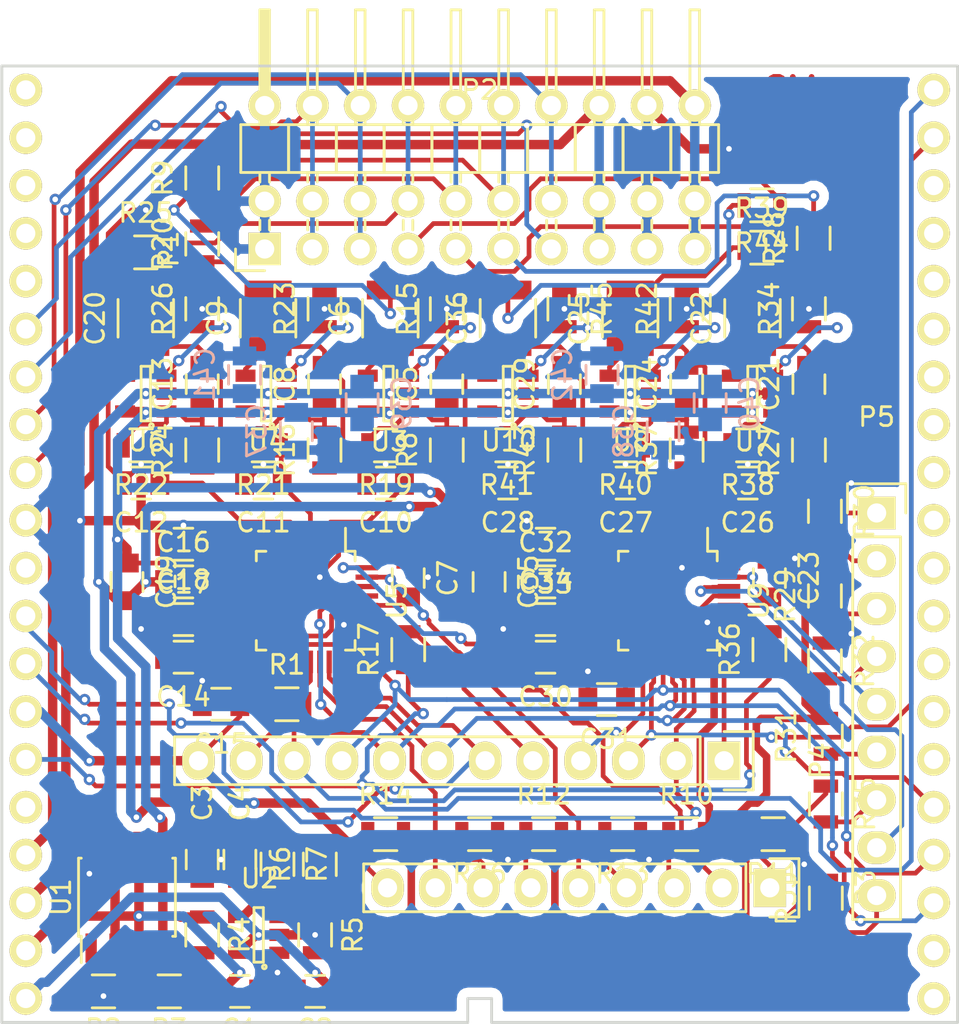
<source format=kicad_pcb>
(kicad_pcb (version 4) (host pcbnew 4.0.2-stable)
  (layers (0 F.Cu signal) (31 B.Cu signal) (34 B.Paste user) (35 F.Paste user) (36 B.SilkS user) (37 F.SilkS user hide) (38 B.Mask user) (39 F.Mask user) (44 Edge.Cuts user))
  (net 0 "")
  (net 1 "Net-(C1-Pad1)")
  (net 2 GND)
  (net 3 "Net-(C2-Pad2)")
  (net 4 +2V5)
  (net 5 -2V5)
  (net 6 "Net-(C5-Pad1)")
  (net 7 "Net-(C5-Pad2)")
  (net 8 "Net-(C6-Pad2)")
  (net 9 "Net-(C7-Pad2)")
  (net 10 "Net-(C8-Pad1)")
  (net 11 "Net-(C8-Pad2)")
  (net 12 "Net-(C9-Pad2)")
  (net 13 "Net-(C10-Pad1)")
  (net 14 "Net-(C11-Pad1)")
  (net 15 "Net-(C12-Pad1)")
  (net 16 "Net-(C13-Pad1)")
  (net 17 "Net-(C13-Pad2)")
  (net 18 "Net-(C14-Pad1)")
  (net 19 +3V3)
  (net 20 "Net-(C16-Pad2)")
  (net 21 "Net-(C20-Pad2)")
  (net 22 "Net-(C21-Pad1)")
  (net 23 "Net-(C21-Pad2)")
  (net 24 "Net-(C22-Pad2)")
  (net 25 "Net-(C23-Pad2)")
  (net 26 "Net-(C24-Pad1)")
  (net 27 "Net-(C24-Pad2)")
  (net 28 "Net-(C25-Pad2)")
  (net 29 "Net-(C26-Pad1)")
  (net 30 "Net-(C27-Pad1)")
  (net 31 "Net-(C28-Pad1)")
  (net 32 "Net-(C29-Pad1)")
  (net 33 "Net-(C29-Pad2)")
  (net 34 "Net-(C30-Pad1)")
  (net 35 "Net-(C32-Pad2)")
  (net 36 "Net-(C36-Pad2)")
  (net 37 +9V)
  (net 38 -9VA)
  (net 39 /TACHa)
  (net 40 /TACHb)
  (net 41 /channel1/AIN1)
  (net 42 /channel2/AIN1)
  (net 43 /channel1/AIN2)
  (net 44 /channel2/AIN2)
  (net 45 /channel1/AIN3)
  (net 46 /channel2/AIN3)
  (net 47 /A0)
  (net 48 /A1)
  (net 49 SCLK)
  (net 50 MOSI)
  (net 51 MISO)
  (net 52 /channel1//CS)
  (net 53 /channel2//CS)
  (net 54 f_ADC)
  (net 55 /channel2//DRDY)
  (net 56 /channel1//DRDY)
  (net 57 "Net-(P3-Pad1)")
  (net 58 "Net-(P3-Pad2)")
  (net 59 "Net-(P3-Pad3)")
  (net 60 "Net-(P3-Pad4)")
  (net 61 "Net-(P3-Pad5)")
  (net 62 "Net-(P3-Pad6)")
  (net 63 "Net-(P3-Pad7)")
  (net 64 "Net-(P3-Pad8)")
  (net 65 "Net-(P3-Pad9)")
  (net 66 "Net-(P5-Pad1)")
  (net 67 "Net-(P5-Pad2)")
  (net 68 "Net-(P5-Pad3)")
  (net 69 "Net-(P5-Pad4)")
  (net 70 "Net-(P5-Pad5)")
  (net 71 "Net-(P5-Pad6)")
  (net 72 "Net-(P5-Pad7)")
  (net 73 "Net-(P5-Pad8)")
  (net 74 "Net-(P5-Pad9)")
  (net 75 "Net-(R2-Pad2)")
  (net 76 "Net-(R3-Pad2)")
  (net 77 "Net-(R45-Pad1)")
  (net 78 "Net-(R5-Pad2)")
  (net 79 "Net-(R6-Pad2)")
  (net 80 "Net-(R15-Pad1)")
  (net 81 "Net-(R23-Pad1)")
  (net 82 "Net-(R26-Pad1)")
  (net 83 "Net-(R34-Pad1)")
  (net 84 "Net-(R42-Pad1)")
  (net 85 /channel2/f_out)
  (net 86 /channel2//DONE)
  (net 87 /channel1/f_out)
  (net 88 /channel1//DONE)
  (module Capacitors_SMD:C_0805 (layer F.Cu) (at 98.25 91.5 90)
    (fp_text reference C5 (at 0 -2.1 90) (layer F.SilkS))
    (fp_text value 1n)
    (pad 1 smd rect (at -1 0 90) (size 1 1.25) (layers F.Cu F.Paste F.Mask) (net 6 "Net-(C5-Pad1)"))
    (pad 2 smd rect (at 1 0 90) (size 1 1.25) (layers F.Cu F.Paste F.Mask) (net 7 "Net-(C5-Pad2)"))
  )
  (module Capacitors_SMD:C_0805 (layer F.Cu) (at 87.25 123.75)
    (fp_text reference C1 (at 0 2) (layer F.SilkS))
    (fp_text value 100n)
    (pad 1 smd rect (at -1 0) (size 1 1.25) (layers F.Cu F.Paste F.Mask) (net 1 "Net-(C1-Pad1)"))
    (pad 2 smd rect (at 1 0) (size 1 1.25) (layers F.Cu F.Paste F.Mask) (net 2 GND))
  )
  (module Capacitors_SMD:C_0805 (layer F.Cu) (at 91.25 123.75)
    (fp_text reference C2 (at 0 2) (layer F.SilkS))
    (fp_text value 100n)
    (pad 1 smd rect (at -1 0) (size 1 1.25) (layers F.Cu F.Paste F.Mask) (net 2 GND))
    (pad 2 smd rect (at 1 0) (size 1 1.25) (layers F.Cu F.Paste F.Mask) (net 3 "Net-(C2-Pad2)"))
  )
  (module Capacitors_SMD:C_0805 (layer F.Cu) (at 85.25 116.75 270)
    (fp_text reference C3 (at -3 0 270) (layer F.SilkS))
    (fp_text value 10u)
    (pad 1 smd rect (at -1 0 270) (size 1 1.25) (layers F.Cu F.Paste F.Mask) (net 4 +2V5))
    (pad 2 smd rect (at 1 0 270) (size 1 1.25) (layers F.Cu F.Paste F.Mask) (net 2 GND))
  )
  (module Capacitors_SMD:C_0805 (layer F.Cu) (at 87.25 116.75 270)
    (fp_text reference C4 (at -3 0 270) (layer F.SilkS))
    (fp_text value 10u)
    (pad 1 smd rect (at -1 0 270) (size 1 1.25) (layers F.Cu F.Paste F.Mask) (net 5 -2V5))
    (pad 2 smd rect (at 1 0 270) (size 1 1.25) (layers F.Cu F.Paste F.Mask) (net 2 GND))
  )
  (module Capacitors_SMD:C_0805 (layer F.Cu) (at 96.2 101.8 270)
    (fp_text reference C7 (at 0 -2.1 270) (layer F.SilkS))
    (fp_text value 1u)
    (pad 1 smd rect (at -1 0 270) (size 1 1.25) (layers F.Cu F.Paste F.Mask) (net 2 GND))
    (pad 2 smd rect (at 1 0 270) (size 1 1.25) (layers F.Cu F.Paste F.Mask) (net 9 "Net-(C7-Pad2)"))
  )
  (module Capacitors_SMD:C_0805 (layer F.Cu) (at 91.75 91.5 90)
    (fp_text reference C8 (at 0 -2.1 90) (layer F.SilkS))
    (fp_text value 1n)
    (pad 1 smd rect (at -1 0 90) (size 1 1.25) (layers F.Cu F.Paste F.Mask) (net 10 "Net-(C8-Pad1)"))
    (pad 2 smd rect (at 1 0 90) (size 1 1.25) (layers F.Cu F.Paste F.Mask) (net 11 "Net-(C8-Pad2)"))
  )
  (module Capacitors_SMD:C_0805 (layer F.Cu) (at 95 96.75 180)
    (fp_text reference C10 (at 0 -2.1 180) (layer F.SilkS))
    (fp_text value 18n)
    (pad 1 smd rect (at -1 0 180) (size 1 1.25) (layers F.Cu F.Paste F.Mask) (net 13 "Net-(C10-Pad1)"))
    (pad 2 smd rect (at 1 0 180) (size 1 1.25) (layers F.Cu F.Paste F.Mask) (net 2 GND))
  )
  (module Capacitors_SMD:C_0805 (layer F.Cu) (at 88.5 96.75 180)
    (fp_text reference C11 (at 0 -2.1 180) (layer F.SilkS))
    (fp_text value 18n)
    (pad 1 smd rect (at -1 0 180) (size 1 1.25) (layers F.Cu F.Paste F.Mask) (net 14 "Net-(C11-Pad1)"))
    (pad 2 smd rect (at 1 0 180) (size 1 1.25) (layers F.Cu F.Paste F.Mask) (net 2 GND))
  )
  (module Capacitors_SMD:C_0805 (layer F.Cu) (at 82 96.75 180)
    (fp_text reference C12 (at 0 -2.1 180) (layer F.SilkS))
    (fp_text value 18n)
    (pad 1 smd rect (at -1 0 180) (size 1 1.25) (layers F.Cu F.Paste F.Mask) (net 15 "Net-(C12-Pad1)"))
    (pad 2 smd rect (at 1 0 180) (size 1 1.25) (layers F.Cu F.Paste F.Mask) (net 2 GND))
  )
  (module Capacitors_SMD:C_0805 (layer F.Cu) (at 85.25 91.5 90)
    (fp_text reference C13 (at 0 -2.1 90) (layer F.SilkS))
    (fp_text value 1n)
    (pad 1 smd rect (at -1 0 90) (size 1 1.25) (layers F.Cu F.Paste F.Mask) (net 16 "Net-(C13-Pad1)"))
    (pad 2 smd rect (at 1 0 90) (size 1 1.25) (layers F.Cu F.Paste F.Mask) (net 17 "Net-(C13-Pad2)"))
  )
  (module Capacitors_SMD:C_0805 (layer F.Cu) (at 84.25 106 180)
    (fp_text reference C14 (at 0 -2.1 180) (layer F.SilkS))
    (fp_text value 1u)
    (pad 1 smd rect (at -1 0 180) (size 1 1.25) (layers F.Cu F.Paste F.Mask) (net 18 "Net-(C14-Pad1)"))
    (pad 2 smd rect (at 1 0 180) (size 1 1.25) (layers F.Cu F.Paste F.Mask) (net 5 -2V5))
  )
  (module Capacitors_SMD:C_0805 (layer F.Cu) (at 86.25 108.5 180)
    (fp_text reference C15 (at 0 -2.1 180) (layer F.SilkS))
    (fp_text value 1u)
    (pad 1 smd rect (at -1 0 180) (size 1 1.25) (layers F.Cu F.Paste F.Mask) (net 19 +3V3))
    (pad 2 smd rect (at 1 0 180) (size 1 1.25) (layers F.Cu F.Paste F.Mask) (net 2 GND))
  )
  (module Capacitors_SMD:C_0805 (layer F.Cu) (at 84.25 102)
    (fp_text reference C16 (at 0 -2.1) (layer F.SilkS))
    (fp_text value 1u)
    (pad 1 smd rect (at -1 0) (size 1 1.25) (layers F.Cu F.Paste F.Mask) (net 5 -2V5))
    (pad 2 smd rect (at 1 0) (size 1 1.25) (layers F.Cu F.Paste F.Mask) (net 20 "Net-(C16-Pad2)"))
  )
  (module Capacitors_SMD:C_0805 (layer F.Cu) (at 84.25 100 180)
    (fp_text reference C17 (at 0 -2.1 180) (layer F.SilkS))
    (fp_text value 1u)
    (pad 1 smd rect (at -1 0 180) (size 1 1.25) (layers F.Cu F.Paste F.Mask) (net 4 +2V5))
    (pad 2 smd rect (at 1 0 180) (size 1 1.25) (layers F.Cu F.Paste F.Mask) (net 2 GND))
  )
  (module Capacitors_SMD:C_0805 (layer F.Cu) (at 84.25 104)
    (fp_text reference C18 (at 0 -2.1) (layer F.SilkS))
    (fp_text value 1u)
    (pad 1 smd rect (at -1 0) (size 1 1.25) (layers F.Cu F.Paste F.Mask) (net 2 GND))
    (pad 2 smd rect (at 1 0) (size 1 1.25) (layers F.Cu F.Paste F.Mask) (net 5 -2V5))
  )
  (module Capacitors_SMD:C_0805 (layer F.Cu) (at 81.25 102 270)
    (fp_text reference C19 (at 0 -2.1 270) (layer F.SilkS))
    (fp_text value 1u)
    (pad 1 smd rect (at -1 0 270) (size 1 1.25) (layers F.Cu F.Paste F.Mask) (net 4 +2V5))
    (pad 2 smd rect (at 1 0 270) (size 1 1.25) (layers F.Cu F.Paste F.Mask) (net 5 -2V5))
  )
  (module Capacitors_SMD:C_0805 (layer F.Cu) (at 117.5 91.5 90)
    (fp_text reference C21 (at 0 -2.1 90) (layer F.SilkS))
    (fp_text value 1n)
    (pad 1 smd rect (at -1 0 90) (size 1 1.25) (layers F.Cu F.Paste F.Mask) (net 22 "Net-(C21-Pad1)"))
    (pad 2 smd rect (at 1 0 90) (size 1 1.25) (layers F.Cu F.Paste F.Mask) (net 23 "Net-(C21-Pad2)"))
  )
  (module Capacitors_SMD:C_0805 (layer F.Cu) (at 115.4 101.8 270)
    (fp_text reference C23 (at 0 -2.1 270) (layer F.SilkS))
    (fp_text value 1u)
    (pad 1 smd rect (at -1 0 270) (size 1 1.25) (layers F.Cu F.Paste F.Mask) (net 2 GND))
    (pad 2 smd rect (at 1 0 270) (size 1 1.25) (layers F.Cu F.Paste F.Mask) (net 25 "Net-(C23-Pad2)"))
  )
  (module Capacitors_SMD:C_0805 (layer F.Cu) (at 111 91.5 90)
    (fp_text reference C24 (at 0 -2.1 90) (layer F.SilkS))
    (fp_text value 1n)
    (pad 1 smd rect (at -1 0 90) (size 1 1.25) (layers F.Cu F.Paste F.Mask) (net 26 "Net-(C24-Pad1)"))
    (pad 2 smd rect (at 1 0 90) (size 1 1.25) (layers F.Cu F.Paste F.Mask) (net 27 "Net-(C24-Pad2)"))
  )
  (module Capacitors_SMD:C_0805 (layer F.Cu) (at 114.25 96.75 180)
    (fp_text reference C26 (at 0 -2.1 180) (layer F.SilkS))
    (fp_text value 18n)
    (pad 1 smd rect (at -1 0 180) (size 1 1.25) (layers F.Cu F.Paste F.Mask) (net 29 "Net-(C26-Pad1)"))
    (pad 2 smd rect (at 1 0 180) (size 1 1.25) (layers F.Cu F.Paste F.Mask) (net 2 GND))
  )
  (module Capacitors_SMD:C_0805 (layer F.Cu) (at 107.75 96.75 180)
    (fp_text reference C27 (at 0 -2.1 180) (layer F.SilkS))
    (fp_text value 18n)
    (pad 1 smd rect (at -1 0 180) (size 1 1.25) (layers F.Cu F.Paste F.Mask) (net 30 "Net-(C27-Pad1)"))
    (pad 2 smd rect (at 1 0 180) (size 1 1.25) (layers F.Cu F.Paste F.Mask) (net 2 GND))
  )
  (module Capacitors_SMD:C_0805 (layer F.Cu) (at 101.5 96.75 180)
    (fp_text reference C28 (at 0 -2.1 180) (layer F.SilkS))
    (fp_text value 18n)
    (pad 1 smd rect (at -1 0 180) (size 1 1.25) (layers F.Cu F.Paste F.Mask) (net 31 "Net-(C28-Pad1)"))
    (pad 2 smd rect (at 1 0 180) (size 1 1.25) (layers F.Cu F.Paste F.Mask) (net 2 GND))
  )
  (module Capacitors_SMD:C_0805 (layer F.Cu) (at 104.5 91.5 90)
    (fp_text reference C29 (at 0 -2.1 90) (layer F.SilkS))
    (fp_text value 1n)
    (pad 1 smd rect (at -1 0 90) (size 1 1.25) (layers F.Cu F.Paste F.Mask) (net 32 "Net-(C29-Pad1)"))
    (pad 2 smd rect (at 1 0 90) (size 1 1.25) (layers F.Cu F.Paste F.Mask) (net 33 "Net-(C29-Pad2)"))
  )
  (module Capacitors_SMD:C_0805 (layer F.Cu) (at 103.5 106 180)
    (fp_text reference C30 (at 0 -2.1 180) (layer F.SilkS))
    (fp_text value 1u)
    (pad 1 smd rect (at -1 0 180) (size 1 1.25) (layers F.Cu F.Paste F.Mask) (net 34 "Net-(C30-Pad1)"))
    (pad 2 smd rect (at 1 0 180) (size 1 1.25) (layers F.Cu F.Paste F.Mask) (net 5 -2V5))
  )
  (module Capacitors_SMD:C_0805 (layer F.Cu) (at 106.75 108.25 180)
    (fp_text reference C31 (at 0 -2.1 180) (layer F.SilkS))
    (fp_text value 1u)
    (pad 1 smd rect (at -1 0 180) (size 1 1.25) (layers F.Cu F.Paste F.Mask) (net 19 +3V3))
    (pad 2 smd rect (at 1 0 180) (size 1 1.25) (layers F.Cu F.Paste F.Mask) (net 2 GND))
  )
  (module Capacitors_SMD:C_0805 (layer F.Cu) (at 103.5 102)
    (fp_text reference C32 (at 0 -2.1) (layer F.SilkS))
    (fp_text value 1u)
    (pad 1 smd rect (at -1 0) (size 1 1.25) (layers F.Cu F.Paste F.Mask) (net 5 -2V5))
    (pad 2 smd rect (at 1 0) (size 1 1.25) (layers F.Cu F.Paste F.Mask) (net 35 "Net-(C32-Pad2)"))
  )
  (module Capacitors_SMD:C_0805 (layer F.Cu) (at 103.5 100 180)
    (fp_text reference C33 (at 0 -2.1 180) (layer F.SilkS))
    (fp_text value 1u)
    (pad 1 smd rect (at -1 0 180) (size 1 1.25) (layers F.Cu F.Paste F.Mask) (net 4 +2V5))
    (pad 2 smd rect (at 1 0 180) (size 1 1.25) (layers F.Cu F.Paste F.Mask) (net 2 GND))
  )
  (module Capacitors_SMD:C_0805 (layer F.Cu) (at 103.5 104)
    (fp_text reference C34 (at 0 -2.1) (layer F.SilkS))
    (fp_text value 1u)
    (pad 1 smd rect (at -1 0) (size 1 1.25) (layers F.Cu F.Paste F.Mask) (net 2 GND))
    (pad 2 smd rect (at 1 0) (size 1 1.25) (layers F.Cu F.Paste F.Mask) (net 5 -2V5))
  )
  (module Capacitors_SMD:C_0805 (layer F.Cu) (at 100.5 102 270)
    (fp_text reference C35 (at 0 -2.1 270) (layer F.SilkS))
    (fp_text value 1u)
    (pad 1 smd rect (at -1 0 270) (size 1 1.25) (layers F.Cu F.Paste F.Mask) (net 4 +2V5))
    (pad 2 smd rect (at 1 0 270) (size 1 1.25) (layers F.Cu F.Paste F.Mask) (net 5 -2V5))
  )
  (module Pin_Headers:Pin_Header_Straight_1x09 (layer F.Cu) (at 115.42 118.25 270)
    (fp_text reference P3 (at 0 -5.1 270) (layer F.SilkS))
    (fp_text value CONN_01X09)
    (pad 1 thru_hole rect (at 0 0 270) (size 2.032 1.7272) (drill 1.016) (layers *.Cu *.Mask F.SilkS) (net 57 "Net-(P3-Pad1)"))
    (pad 2 thru_hole oval (at 0 2.54 270) (size 2.032 1.7272) (drill 1.016) (layers *.Cu *.Mask F.SilkS) (net 58 "Net-(P3-Pad2)"))
    (pad 3 thru_hole oval (at 0 5.08 270) (size 2.032 1.7272) (drill 1.016) (layers *.Cu *.Mask F.SilkS) (net 59 "Net-(P3-Pad3)"))
    (pad 4 thru_hole oval (at 0 7.62 270) (size 2.032 1.7272) (drill 1.016) (layers *.Cu *.Mask F.SilkS) (net 60 "Net-(P3-Pad4)"))
    (pad 5 thru_hole oval (at 0 10.16 270) (size 2.032 1.7272) (drill 1.016) (layers *.Cu *.Mask F.SilkS) (net 61 "Net-(P3-Pad5)"))
    (pad 6 thru_hole oval (at 0 12.7 270) (size 2.032 1.7272) (drill 1.016) (layers *.Cu *.Mask F.SilkS) (net 62 "Net-(P3-Pad6)"))
    (pad 7 thru_hole oval (at 0 15.24 270) (size 2.032 1.7272) (drill 1.016) (layers *.Cu *.Mask F.SilkS) (net 63 "Net-(P3-Pad7)"))
    (pad 8 thru_hole oval (at 0 17.78 270) (size 2.032 1.7272) (drill 1.016) (layers *.Cu *.Mask F.SilkS) (net 64 "Net-(P3-Pad8)"))
    (pad 9 thru_hole oval (at 0 20.32 270) (size 2.032 1.7272) (drill 1.016) (layers *.Cu *.Mask F.SilkS) (net 65 "Net-(P3-Pad9)"))
  )
  (module Pin_Headers:Pin_Header_Straight_1x09 (layer F.Cu) (at 121.1 98.34)
    (fp_text reference P5 (at 0 -5.1) (layer F.SilkS))
    (fp_text value CONN_01X09)
    (pad 1 thru_hole rect (at 0 0) (size 2.032 1.7272) (drill 1.016) (layers *.Cu *.Mask F.SilkS) (net 66 "Net-(P5-Pad1)"))
    (pad 2 thru_hole oval (at 0 2.54) (size 2.032 1.7272) (drill 1.016) (layers *.Cu *.Mask F.SilkS) (net 67 "Net-(P5-Pad2)"))
    (pad 3 thru_hole oval (at 0 5.08) (size 2.032 1.7272) (drill 1.016) (layers *.Cu *.Mask F.SilkS) (net 68 "Net-(P5-Pad3)"))
    (pad 4 thru_hole oval (at 0 7.62) (size 2.032 1.7272) (drill 1.016) (layers *.Cu *.Mask F.SilkS) (net 69 "Net-(P5-Pad4)"))
    (pad 5 thru_hole oval (at 0 10.16) (size 2.032 1.7272) (drill 1.016) (layers *.Cu *.Mask F.SilkS) (net 70 "Net-(P5-Pad5)"))
    (pad 6 thru_hole oval (at 0 12.7) (size 2.032 1.7272) (drill 1.016) (layers *.Cu *.Mask F.SilkS) (net 71 "Net-(P5-Pad6)"))
    (pad 7 thru_hole oval (at 0 15.24) (size 2.032 1.7272) (drill 1.016) (layers *.Cu *.Mask F.SilkS) (net 72 "Net-(P5-Pad7)"))
    (pad 8 thru_hole oval (at 0 17.78) (size 2.032 1.7272) (drill 1.016) (layers *.Cu *.Mask F.SilkS) (net 73 "Net-(P5-Pad8)"))
    (pad 9 thru_hole oval (at 0 20.32) (size 2.032 1.7272) (drill 1.016) (layers *.Cu *.Mask F.SilkS) (net 74 "Net-(P5-Pad9)"))
  )
  (module Resistors_SMD:R_0805 (layer F.Cu) (at 89.75 108.5)
    (fp_text reference R1 (at 0 -2.1) (layer F.SilkS))
    (fp_text value 100k)
    (pad 1 smd rect (at -0.95 0) (size 0.7 1.3) (layers F.Cu F.Paste F.Mask) (net 19 +3V3))
    (pad 2 smd rect (at 0.95 0) (size 0.7 1.3) (layers F.Cu F.Paste F.Mask) (net 51 MISO))
  )
  (module Resistors_SMD:R_0805 (layer F.Cu) (at 80 123.75)
    (fp_text reference R2 (at 0 2) (layer F.SilkS))
    (fp_text value 10k)
    (pad 1 smd rect (at -0.95 0) (size 0.7 1.3) (layers F.Cu F.Paste F.Mask) (net 2 GND))
    (pad 2 smd rect (at 0.95 0) (size 0.7 1.3) (layers F.Cu F.Paste F.Mask) (net 75 "Net-(R2-Pad2)"))
  )
  (module Resistors_SMD:R_0805 (layer F.Cu) (at 83.5 123.75)
    (fp_text reference R3 (at 0 2) (layer F.SilkS))
    (fp_text value 10k)
    (pad 1 smd rect (at -0.95 0) (size 0.7 1.3) (layers F.Cu F.Paste F.Mask) (net 75 "Net-(R2-Pad2)"))
    (pad 2 smd rect (at 0.95 0) (size 0.7 1.3) (layers F.Cu F.Paste F.Mask) (net 76 "Net-(R3-Pad2)"))
  )
  (module Resistors_SMD:R_0805 (layer F.Cu) (at 85.25 120.75 90)
    (fp_text reference R4 (at 0 2 90) (layer F.SilkS))
    (fp_text value 660)
    (pad 1 smd rect (at -0.95 0 90) (size 0.7 1.3) (layers F.Cu F.Paste F.Mask) (net 76 "Net-(R3-Pad2)"))
    (pad 2 smd rect (at 0.95 0 90) (size 0.7 1.3) (layers F.Cu F.Paste F.Mask) (net 4 +2V5))
  )
  (module Resistors_SMD:R_0805 (layer F.Cu) (at 91.25 120.75 90)
    (fp_text reference R5 (at 0 2 90) (layer F.SilkS))
    (fp_text value 10k)
    (pad 1 smd rect (at -0.95 0 90) (size 0.7 1.3) (layers F.Cu F.Paste F.Mask) (net 2 GND))
    (pad 2 smd rect (at 0.95 0 90) (size 0.7 1.3) (layers F.Cu F.Paste F.Mask) (net 78 "Net-(R5-Pad2)"))
  )
  (module Resistors_SMD:R_0805 (layer F.Cu) (at 91.5 117 90)
    (fp_text reference R6 (at 0 -2.1 90) (layer F.SilkS))
    (fp_text value 10k)
    (pad 1 smd rect (at -0.95 0 90) (size 0.7 1.3) (layers F.Cu F.Paste F.Mask) (net 78 "Net-(R5-Pad2)"))
    (pad 2 smd rect (at 0.95 0 90) (size 0.7 1.3) (layers F.Cu F.Paste F.Mask) (net 79 "Net-(R6-Pad2)"))
  )
  (module Resistors_SMD:R_0805 (layer F.Cu) (at 89.25 117 270)
    (fp_text reference R7 (at 0 -2.1 270) (layer F.SilkS))
    (fp_text value 830)
    (pad 1 smd rect (at -0.95 0 270) (size 0.7 1.3) (layers F.Cu F.Paste F.Mask) (net 79 "Net-(R6-Pad2)"))
    (pad 2 smd rect (at 0.95 0 270) (size 0.7 1.3) (layers F.Cu F.Paste F.Mask) (net 5 -2V5))
  )
  (module Resistors_SMD:R_0805 (layer F.Cu) (at 98.25 95 90)
    (fp_text reference R8 (at 0 -2.1 90) (layer F.SilkS))
    (fp_text value 18k)
    (pad 1 smd rect (at -0.95 0 90) (size 0.7 1.3) (layers F.Cu F.Paste F.Mask) (net 7 "Net-(C5-Pad2)"))
    (pad 2 smd rect (at 0.95 0 90) (size 0.7 1.3) (layers F.Cu F.Paste F.Mask) (net 6 "Net-(C5-Pad1)"))
  )
  (module Resistors_SMD:R_0805 (layer F.Cu) (at 85.25 80.55 90)
    (fp_text reference R9 (at 0 -2.1 90) (layer F.SilkS))
    (fp_text value 18k)
    (pad 1 smd rect (at -0.95 0 90) (size 0.7 1.3) (layers F.Cu F.Paste F.Mask) (net 8 "Net-(C6-Pad2)"))
    (pad 2 smd rect (at 0.95 0 90) (size 0.7 1.3) (layers F.Cu F.Paste F.Mask) (net 41 /channel1/AIN1))
  )
  (module Resistors_SMD:R_0805 (layer F.Cu) (at 111 115.4)
    (fp_text reference R10 (at 0 -2.1) (layer F.SilkS))
    (fp_text value 470)
    (pad 1 smd rect (at -0.95 0) (size 0.7 1.3) (layers F.Cu F.Paste F.Mask) (net 59 "Net-(P3-Pad3)"))
    (pad 2 smd rect (at 0.95 0) (size 0.7 1.3) (layers F.Cu F.Paste F.Mask) (net 19 +3V3))
  )
  (module Resistors_SMD:R_0805 (layer F.Cu) (at 115.6 115.4 180)
    (fp_text reference R11 (at 0 -2.1 180) (layer F.SilkS))
    (fp_text value 470)
    (pad 1 smd rect (at -0.95 0 180) (size 0.7 1.3) (layers F.Cu F.Paste F.Mask) (net 2 GND))
    (pad 2 smd rect (at 0.95 0 180) (size 0.7 1.3) (layers F.Cu F.Paste F.Mask) (net 57 "Net-(P3-Pad1)"))
  )
  (module Resistors_SMD:R_0805 (layer F.Cu) (at 103.4 115.4)
    (fp_text reference R12 (at 0 -2.1) (layer F.SilkS))
    (fp_text value 470)
    (pad 1 smd rect (at -0.95 0) (size 0.7 1.3) (layers F.Cu F.Paste F.Mask) (net 62 "Net-(P3-Pad6)"))
    (pad 2 smd rect (at 0.95 0) (size 0.7 1.3) (layers F.Cu F.Paste F.Mask) (net 19 +3V3))
  )
  (module Resistors_SMD:R_0805 (layer F.Cu) (at 107.6 115.4 180)
    (fp_text reference R13 (at 0 -2.1 180) (layer F.SilkS))
    (fp_text value 470)
    (pad 1 smd rect (at -0.95 0 180) (size 0.7 1.3) (layers F.Cu F.Paste F.Mask) (net 2 GND))
    (pad 2 smd rect (at 0.95 0 180) (size 0.7 1.3) (layers F.Cu F.Paste F.Mask) (net 60 "Net-(P3-Pad4)"))
  )
  (module Resistors_SMD:R_0805 (layer F.Cu) (at 95 115.4)
    (fp_text reference R14 (at 0 -2.1) (layer F.SilkS))
    (fp_text value 470)
    (pad 1 smd rect (at -0.95 0) (size 0.7 1.3) (layers F.Cu F.Paste F.Mask) (net 65 "Net-(P3-Pad9)"))
    (pad 2 smd rect (at 0.95 0) (size 0.7 1.3) (layers F.Cu F.Paste F.Mask) (net 19 +3V3))
  )
  (module Resistors_SMD:R_0805 (layer F.Cu) (at 98.25 87.5 90)
    (fp_text reference R15 (at 0 -2.1 90) (layer F.SilkS))
    (fp_text value 18k)
    (pad 1 smd rect (at -0.95 0 90) (size 0.7 1.3) (layers F.Cu F.Paste F.Mask) (net 80 "Net-(R15-Pad1)"))
    (pad 2 smd rect (at 0.95 0 90) (size 0.7 1.3) (layers F.Cu F.Paste F.Mask) (net 2 GND))
  )
  (module Resistors_SMD:R_0805 (layer F.Cu) (at 100 115.4 180)
    (fp_text reference R16 (at 0 -2.1 180) (layer F.SilkS))
    (fp_text value 470)
    (pad 1 smd rect (at -0.95 0 180) (size 0.7 1.3) (layers F.Cu F.Paste F.Mask) (net 2 GND))
    (pad 2 smd rect (at 0.95 0 180) (size 0.7 1.3) (layers F.Cu F.Paste F.Mask) (net 63 "Net-(P3-Pad7)"))
  )
  (module Resistors_SMD:R_0805 (layer F.Cu) (at 96.2 105.6 90)
    (fp_text reference R17 (at 0 -2.1 90) (layer F.SilkS))
    (fp_text value 50)
    (pad 1 smd rect (at -0.95 0 90) (size 0.7 1.3) (layers F.Cu F.Paste F.Mask) (net 54 f_ADC))
    (pad 2 smd rect (at 0.95 0 90) (size 0.7 1.3) (layers F.Cu F.Paste F.Mask) (net 87 /channel1/f_out))
  )
  (module Resistors_SMD:R_0805 (layer F.Cu) (at 91.75 95 90)
    (fp_text reference R18 (at 0 -2.1 90) (layer F.SilkS))
    (fp_text value 18k)
    (pad 1 smd rect (at -0.95 0 90) (size 0.7 1.3) (layers F.Cu F.Paste F.Mask) (net 11 "Net-(C8-Pad2)"))
    (pad 2 smd rect (at 0.95 0 90) (size 0.7 1.3) (layers F.Cu F.Paste F.Mask) (net 10 "Net-(C8-Pad1)"))
  )
  (module Resistors_SMD:R_0805 (layer F.Cu) (at 95 94.75 180)
    (fp_text reference R19 (at 0 -2.1 180) (layer F.SilkS))
    (fp_text value 1k)
    (pad 1 smd rect (at -0.95 0 180) (size 0.7 1.3) (layers F.Cu F.Paste F.Mask) (net 13 "Net-(C10-Pad1)"))
    (pad 2 smd rect (at 0.95 0 180) (size 0.7 1.3) (layers F.Cu F.Paste F.Mask) (net 6 "Net-(C5-Pad1)"))
  )
  (module Resistors_SMD:R_0805 (layer F.Cu) (at 85.25 84.05 90)
    (fp_text reference R20 (at 0 -2.1 90) (layer F.SilkS))
    (fp_text value 18k)
    (pad 1 smd rect (at -0.95 0 90) (size 0.7 1.3) (layers F.Cu F.Paste F.Mask) (net 12 "Net-(C9-Pad2)"))
    (pad 2 smd rect (at 0.95 0 90) (size 0.7 1.3) (layers F.Cu F.Paste F.Mask) (net 43 /channel1/AIN2))
  )
  (module Resistors_SMD:R_0805 (layer F.Cu) (at 88.5 94.75 180)
    (fp_text reference R21 (at 0 -2.1 180) (layer F.SilkS))
    (fp_text value 1k)
    (pad 1 smd rect (at -0.95 0 180) (size 0.7 1.3) (layers F.Cu F.Paste F.Mask) (net 14 "Net-(C11-Pad1)"))
    (pad 2 smd rect (at 0.95 0 180) (size 0.7 1.3) (layers F.Cu F.Paste F.Mask) (net 10 "Net-(C8-Pad1)"))
  )
  (module Resistors_SMD:R_0805 (layer F.Cu) (at 82 94.75 180)
    (fp_text reference R22 (at 0 -2.1 180) (layer F.SilkS))
    (fp_text value 1k)
    (pad 1 smd rect (at -0.95 0 180) (size 0.7 1.3) (layers F.Cu F.Paste F.Mask) (net 15 "Net-(C12-Pad1)"))
    (pad 2 smd rect (at 0.95 0 180) (size 0.7 1.3) (layers F.Cu F.Paste F.Mask) (net 16 "Net-(C13-Pad1)"))
  )
  (module Resistors_SMD:R_0805 (layer F.Cu) (at 91.75 87.5 90)
    (fp_text reference R23 (at 0 -2.1 90) (layer F.SilkS))
    (fp_text value 18k)
    (pad 1 smd rect (at -0.95 0 90) (size 0.7 1.3) (layers F.Cu F.Paste F.Mask) (net 81 "Net-(R23-Pad1)"))
    (pad 2 smd rect (at 0.95 0 90) (size 0.7 1.3) (layers F.Cu F.Paste F.Mask) (net 2 GND))
  )
  (module Resistors_SMD:R_0805 (layer F.Cu) (at 85.25 95 90)
    (fp_text reference R24 (at 0 -2.1 90) (layer F.SilkS))
    (fp_text value 18k)
    (pad 1 smd rect (at -0.95 0 90) (size 0.7 1.3) (layers F.Cu F.Paste F.Mask) (net 17 "Net-(C13-Pad2)"))
    (pad 2 smd rect (at 0.95 0 90) (size 0.7 1.3) (layers F.Cu F.Paste F.Mask) (net 16 "Net-(C13-Pad1)"))
  )
  (module Resistors_SMD:R_0805 (layer F.Cu) (at 82.25 84.5)
    (fp_text reference R25 (at 0 -2.1) (layer F.SilkS))
    (fp_text value 18k)
    (pad 1 smd rect (at -0.95 0) (size 0.7 1.3) (layers F.Cu F.Paste F.Mask) (net 21 "Net-(C20-Pad2)"))
    (pad 2 smd rect (at 0.95 0) (size 0.7 1.3) (layers F.Cu F.Paste F.Mask) (net 45 /channel1/AIN3))
  )
  (module Resistors_SMD:R_0805 (layer F.Cu) (at 85.25 87.5 90)
    (fp_text reference R26 (at 0 -2.1 90) (layer F.SilkS))
    (fp_text value 18k)
    (pad 1 smd rect (at -0.95 0 90) (size 0.7 1.3) (layers F.Cu F.Paste F.Mask) (net 82 "Net-(R26-Pad1)"))
    (pad 2 smd rect (at 0.95 0 90) (size 0.7 1.3) (layers F.Cu F.Paste F.Mask) (net 2 GND))
  )
  (module Resistors_SMD:R_0805 (layer F.Cu) (at 117.5 95 90)
    (fp_text reference R27 (at 0 -2.1 90) (layer F.SilkS))
    (fp_text value 18k)
    (pad 1 smd rect (at -0.95 0 90) (size 0.7 1.3) (layers F.Cu F.Paste F.Mask) (net 23 "Net-(C21-Pad2)"))
    (pad 2 smd rect (at 0.95 0 90) (size 0.7 1.3) (layers F.Cu F.Paste F.Mask) (net 22 "Net-(C21-Pad1)"))
  )
  (module Resistors_SMD:R_0805 (layer F.Cu) (at 117.75 83.75 90)
    (fp_text reference R28 (at 0 -2.1 90) (layer F.SilkS))
    (fp_text value 18k)
    (pad 1 smd rect (at -0.95 0 90) (size 0.7 1.3) (layers F.Cu F.Paste F.Mask) (net 24 "Net-(C22-Pad2)"))
    (pad 2 smd rect (at 0.95 0 90) (size 0.7 1.3) (layers F.Cu F.Paste F.Mask) (net 42 /channel2/AIN1))
  )
  (module Resistors_SMD:R_0805 (layer F.Cu) (at 118.35 102.75 90)
    (fp_text reference R29 (at 0 -2.1 90) (layer F.SilkS))
    (fp_text value 470)
    (pad 1 smd rect (at -0.95 0 90) (size 0.7 1.3) (layers F.Cu F.Paste F.Mask) (net 68 "Net-(P5-Pad3)"))
    (pad 2 smd rect (at 0.95 0 90) (size 0.7 1.3) (layers F.Cu F.Paste F.Mask) (net 19 +3V3))
  )
  (module Resistors_SMD:R_0805 (layer F.Cu) (at 118.35 98.25 270)
    (fp_text reference R30 (at 0 -2.1 270) (layer F.SilkS))
    (fp_text value 470)
    (pad 1 smd rect (at -0.95 0 270) (size 0.7 1.3) (layers F.Cu F.Paste F.Mask) (net 2 GND))
    (pad 2 smd rect (at 0.95 0 270) (size 0.7 1.3) (layers F.Cu F.Paste F.Mask) (net 66 "Net-(P5-Pad1)"))
  )
  (module Resistors_SMD:R_0805 (layer F.Cu) (at 118.4 110.2 90)
    (fp_text reference R31 (at 0 -2.1 90) (layer F.SilkS))
    (fp_text value 470)
    (pad 1 smd rect (at -0.95 0 90) (size 0.7 1.3) (layers F.Cu F.Paste F.Mask) (net 71 "Net-(P5-Pad6)"))
    (pad 2 smd rect (at 0.95 0 90) (size 0.7 1.3) (layers F.Cu F.Paste F.Mask) (net 19 +3V3))
  )
  (module Resistors_SMD:R_0805 (layer F.Cu) (at 118.35 106.2 270)
    (fp_text reference R32 (at 0 -2.1 270) (layer F.SilkS))
    (fp_text value 470)
    (pad 1 smd rect (at -0.95 0 270) (size 0.7 1.3) (layers F.Cu F.Paste F.Mask) (net 2 GND))
    (pad 2 smd rect (at 0.95 0 270) (size 0.7 1.3) (layers F.Cu F.Paste F.Mask) (net 69 "Net-(P5-Pad4)"))
  )
  (module Resistors_SMD:R_0805 (layer F.Cu) (at 118.4 118.8 90)
    (fp_text reference R33 (at 0 -2.1 90) (layer F.SilkS))
    (fp_text value 470)
    (pad 1 smd rect (at -0.95 0 90) (size 0.7 1.3) (layers F.Cu F.Paste F.Mask) (net 74 "Net-(P5-Pad9)"))
    (pad 2 smd rect (at 0.95 0 90) (size 0.7 1.3) (layers F.Cu F.Paste F.Mask) (net 19 +3V3))
  )
  (module Resistors_SMD:R_0805 (layer F.Cu) (at 117.5 87.5 90)
    (fp_text reference R34 (at 0 -2.1 90) (layer F.SilkS))
    (fp_text value 18k)
    (pad 1 smd rect (at -0.95 0 90) (size 0.7 1.3) (layers F.Cu F.Paste F.Mask) (net 83 "Net-(R34-Pad1)"))
    (pad 2 smd rect (at 0.95 0 90) (size 0.7 1.3) (layers F.Cu F.Paste F.Mask) (net 2 GND))
  )
  (module Resistors_SMD:R_0805 (layer F.Cu) (at 118.4 113.8 270)
    (fp_text reference R35 (at 0 -2.1 270) (layer F.SilkS))
    (fp_text value 470)
    (pad 1 smd rect (at -0.95 0 270) (size 0.7 1.3) (layers F.Cu F.Paste F.Mask) (net 2 GND))
    (pad 2 smd rect (at 0.95 0 270) (size 0.7 1.3) (layers F.Cu F.Paste F.Mask) (net 72 "Net-(P5-Pad7)"))
  )
  (module Resistors_SMD:R_0805 (layer F.Cu) (at 115.4 105.6 90)
    (fp_text reference R36 (at 0 -2.1 90) (layer F.SilkS))
    (fp_text value 50)
    (pad 1 smd rect (at -0.95 0 90) (size 0.7 1.3) (layers F.Cu F.Paste F.Mask) (net 54 f_ADC))
    (pad 2 smd rect (at 0.95 0 90) (size 0.7 1.3) (layers F.Cu F.Paste F.Mask) (net 85 /channel2/f_out))
  )
  (module Resistors_SMD:R_0805 (layer F.Cu) (at 111 95 90)
    (fp_text reference R37 (at 0 -2.1 90) (layer F.SilkS))
    (fp_text value 18k)
    (pad 1 smd rect (at -0.95 0 90) (size 0.7 1.3) (layers F.Cu F.Paste F.Mask) (net 27 "Net-(C24-Pad2)"))
    (pad 2 smd rect (at 0.95 0 90) (size 0.7 1.3) (layers F.Cu F.Paste F.Mask) (net 26 "Net-(C24-Pad1)"))
  )
  (module Resistors_SMD:R_0805 (layer F.Cu) (at 114.25 94.75 180)
    (fp_text reference R38 (at 0 -2.1 180) (layer F.SilkS))
    (fp_text value 1k)
    (pad 1 smd rect (at -0.95 0 180) (size 0.7 1.3) (layers F.Cu F.Paste F.Mask) (net 29 "Net-(C26-Pad1)"))
    (pad 2 smd rect (at 0.95 0 180) (size 0.7 1.3) (layers F.Cu F.Paste F.Mask) (net 22 "Net-(C21-Pad1)"))
  )
  (module Resistors_SMD:R_0805 (layer F.Cu) (at 115 84.25)
    (fp_text reference R39 (at 0 -2.1) (layer F.SilkS))
    (fp_text value 18k)
    (pad 1 smd rect (at -0.95 0) (size 0.7 1.3) (layers F.Cu F.Paste F.Mask) (net 28 "Net-(C25-Pad2)"))
    (pad 2 smd rect (at 0.95 0) (size 0.7 1.3) (layers F.Cu F.Paste F.Mask) (net 44 /channel2/AIN2))
  )
  (module Resistors_SMD:R_0805 (layer F.Cu) (at 107.75 94.75 180)
    (fp_text reference R40 (at 0 -2.1 180) (layer F.SilkS))
    (fp_text value 1k)
    (pad 1 smd rect (at -0.95 0 180) (size 0.7 1.3) (layers F.Cu F.Paste F.Mask) (net 30 "Net-(C27-Pad1)"))
    (pad 2 smd rect (at 0.95 0 180) (size 0.7 1.3) (layers F.Cu F.Paste F.Mask) (net 26 "Net-(C24-Pad1)"))
  )
  (module Resistors_SMD:R_0805 (layer F.Cu) (at 101.449999 94.75 180)
    (fp_text reference R41 (at 0 -2.1 180) (layer F.SilkS))
    (fp_text value 1k)
    (pad 1 smd rect (at -0.95 0 180) (size 0.7 1.3) (layers F.Cu F.Paste F.Mask) (net 31 "Net-(C28-Pad1)"))
    (pad 2 smd rect (at 0.95 0 180) (size 0.7 1.3) (layers F.Cu F.Paste F.Mask) (net 32 "Net-(C29-Pad1)"))
  )
  (module Resistors_SMD:R_0805 (layer F.Cu) (at 111 87.5 90)
    (fp_text reference R42 (at 0 -2.1 90) (layer F.SilkS))
    (fp_text value 18k)
    (pad 1 smd rect (at -0.95 0 90) (size 0.7 1.3) (layers F.Cu F.Paste F.Mask) (net 84 "Net-(R42-Pad1)"))
    (pad 2 smd rect (at 0.95 0 90) (size 0.7 1.3) (layers F.Cu F.Paste F.Mask) (net 2 GND))
  )
  (module Resistors_SMD:R_0805 (layer F.Cu) (at 104.5 95 90)
    (fp_text reference R43 (at 0 -2.1 90) (layer F.SilkS))
    (fp_text value 18k)
    (pad 1 smd rect (at -0.95 0 90) (size 0.7 1.3) (layers F.Cu F.Paste F.Mask) (net 33 "Net-(C29-Pad2)"))
    (pad 2 smd rect (at 0.95 0 90) (size 0.7 1.3) (layers F.Cu F.Paste F.Mask) (net 32 "Net-(C29-Pad1)"))
  )
  (module Resistors_SMD:R_0805 (layer F.Cu) (at 115 82)
    (fp_text reference R44 (at 0 2 180) (layer F.SilkS))
    (fp_text value 18k)
    (pad 1 smd rect (at -0.95 0) (size 0.7 1.3) (layers F.Cu F.Paste F.Mask) (net 36 "Net-(C36-Pad2)"))
    (pad 2 smd rect (at 0.95 0) (size 0.7 1.3) (layers F.Cu F.Paste F.Mask) (net 46 /channel2/AIN3))
  )
  (module Resistors_SMD:R_0805 (layer F.Cu) (at 104.5 87.5 90)
    (fp_text reference R45 (at 0 2 90) (layer F.SilkS))
    (fp_text value 18k)
    (pad 1 smd rect (at -0.95 0 90) (size 0.7 1.3) (layers F.Cu F.Paste F.Mask) (net 77 "Net-(R45-Pad1)"))
    (pad 2 smd rect (at 0.95 0 90) (size 0.7 1.3) (layers F.Cu F.Paste F.Mask) (net 2 GND))
  )
  (module Housings_SOIC:SOIC-8_3.9x4.9mm_Pitch1.27mm (layer F.Cu) (at 81.25 118.75 90)
    (fp_text reference U1 (at 0 -3.5 90) (layer F.SilkS))
    (fp_text value MAX1659)
    (pad 1 smd rect (at -2.7 -1.905 90) (size 1.55 0.6) (layers F.Cu F.Paste F.Mask) (net 75 "Net-(R2-Pad2)"))
    (pad 2 smd rect (at -2.7 -0.635 90) (size 1.55 0.6) (layers F.Cu F.Paste F.Mask) (net 1 "Net-(C1-Pad1)"))
    (pad 3 smd rect (at -2.7 0.635 90) (size 1.55 0.6) (layers F.Cu F.Paste F.Mask) (net 1 "Net-(C1-Pad1)"))
    (pad 4 smd rect (at -2.7 1.905 90) (size 1.55 0.6) (layers F.Cu F.Paste F.Mask) (net 4 +2V5))
    (pad 5 smd rect (at 2.7 1.905 90) (size 1.55 0.6) (layers F.Cu F.Paste F.Mask) (net 4 +2V5))
    (pad 6 smd rect (at 2.7 0.635 90) (size 1.55 0.6) (layers F.Cu F.Paste F.Mask) (net 1 "Net-(C1-Pad1)"))
    (pad 7 smd rect (at 2.7 -0.635 90) (size 1.55 0.6) (layers F.Cu F.Paste F.Mask) (net 1 "Net-(C1-Pad1)"))
    (pad 8 smd rect (at 2.7 -1.905 90) (size 1.55 0.6) (layers F.Cu F.Paste F.Mask) (net 2 GND))
  )
  (module TO_SOT_Packages_SMD:SOT-23-5 (layer F.Cu) (at 88.25 120.75 180)
    (fp_text reference U2 (at -0.05 3 180) (layer F.SilkS))
    (fp_text value MIC5270YM5-TR)
    (pad 1 smd rect (at -1.1 -0.95 180) (size 1.06 0.65) (layers F.Cu F.Paste F.Mask))
    (pad 2 smd rect (at -1.1 0 180) (size 1.06 0.65) (layers F.Cu F.Paste F.Mask) (net 2 GND))
    (pad 3 smd rect (at -1.1 0.95 180) (size 1.06 0.65) (layers F.Cu F.Paste F.Mask) (net 78 "Net-(R5-Pad2)"))
    (pad 4 smd rect (at 1.1 0.95 180) (size 1.06 0.65) (layers F.Cu F.Paste F.Mask) (net 5 -2V5))
    (pad 5 smd rect (at 1.1 -0.95 180) (size 1.06 0.65) (layers F.Cu F.Paste F.Mask) (net 3 "Net-(C2-Pad2)"))
  )
  (module TO_SOT_Packages_SMD:SOT-23-5 (layer F.Cu) (at 95.15 92 180)
    (fp_text reference U3 (at -0.05 -2.55 180) (layer F.SilkS))
    (fp_text value LM6211MF)
    (pad 1 smd rect (at -1.1 -0.95 180) (size 1.06 0.65) (layers F.Cu F.Paste F.Mask) (net 6 "Net-(C5-Pad1)"))
    (pad 2 smd rect (at -1.1 0 180) (size 1.06 0.65) (layers F.Cu F.Paste F.Mask) (net 5 -2V5))
    (pad 3 smd rect (at -1.1 0.95 180) (size 1.06 0.65) (layers F.Cu F.Paste F.Mask) (net 80 "Net-(R15-Pad1)"))
    (pad 4 smd rect (at 1.1 0.95 180) (size 1.06 0.65) (layers F.Cu F.Paste F.Mask) (net 7 "Net-(C5-Pad2)"))
    (pad 5 smd rect (at 1.1 -0.95 180) (size 1.06 0.65) (layers F.Cu F.Paste F.Mask) (net 4 +2V5))
  )
  (module TO_SOT_Packages_SMD:SOT-23-5 (layer F.Cu) (at 88.65 92 180)
    (fp_text reference U4 (at -0.05 -2.55 180) (layer F.SilkS))
    (fp_text value LM6211MF)
    (pad 1 smd rect (at -1.1 -0.95 180) (size 1.06 0.65) (layers F.Cu F.Paste F.Mask) (net 10 "Net-(C8-Pad1)"))
    (pad 2 smd rect (at -1.1 0 180) (size 1.06 0.65) (layers F.Cu F.Paste F.Mask) (net 5 -2V5))
    (pad 3 smd rect (at -1.1 0.95 180) (size 1.06 0.65) (layers F.Cu F.Paste F.Mask) (net 81 "Net-(R23-Pad1)"))
    (pad 4 smd rect (at 1.1 0.95 180) (size 1.06 0.65) (layers F.Cu F.Paste F.Mask) (net 11 "Net-(C8-Pad2)"))
    (pad 5 smd rect (at 1.1 -0.95 180) (size 1.06 0.65) (layers F.Cu F.Paste F.Mask) (net 4 +2V5))
  )
  (module Housings_QFP:LQFP-32_5x5mm_Pitch0.5mm (layer F.Cu) (at 90.75 103 270)
    (fp_text reference U5 (at 0 -4.85 270) (layer F.SilkS))
    (fp_text value ADS131A04)
    (pad 1 smd rect (at -3.25 -1.75 270) (size 1.2 0.28) (layers F.Cu F.Paste F.Mask) (net 2 GND))
    (pad 2 smd rect (at -3.25 -1.25 270) (size 1.2 0.28) (layers F.Cu F.Paste F.Mask) (net 13 "Net-(C10-Pad1)"))
    (pad 3 smd rect (at -3.25 -0.75 270) (size 1.2 0.28) (layers F.Cu F.Paste F.Mask) (net 2 GND))
    (pad 4 smd rect (at -3.25 -0.25 270) (size 1.2 0.28) (layers F.Cu F.Paste F.Mask) (net 14 "Net-(C11-Pad1)"))
    (pad 5 smd rect (at -3.25 0.25 270) (size 1.2 0.28) (layers F.Cu F.Paste F.Mask) (net 2 GND))
    (pad 6 smd rect (at -3.25 0.75 270) (size 1.2 0.28) (layers F.Cu F.Paste F.Mask) (net 15 "Net-(C12-Pad1)"))
    (pad 7 smd rect (at -3.25 1.25 270) (size 1.2 0.28) (layers F.Cu F.Paste F.Mask) (net 5 -2V5))
    (pad 8 smd rect (at -3.25 1.75 270) (size 1.2 0.28) (layers F.Cu F.Paste F.Mask) (net 5 -2V5))
    (pad 9 smd rect (at -1.75 3.25) (size 1.2 0.28) (layers F.Cu F.Paste F.Mask) (net 4 +2V5))
    (pad 10 smd rect (at -1.25 3.25) (size 1.2 0.28) (layers F.Cu F.Paste F.Mask) (net 5 -2V5))
    (pad 11 smd rect (at -0.75 3.25) (size 1.2 0.28) (layers F.Cu F.Paste F.Mask) (net 5 -2V5))
    (pad 12 smd rect (at -0.25 3.25) (size 1.2 0.28) (layers F.Cu F.Paste F.Mask) (net 20 "Net-(C16-Pad2)"))
    (pad 13 smd rect (at 0.25 3.25) (size 1.2 0.28) (layers F.Cu F.Paste F.Mask) (net 5 -2V5))
    (pad 14 smd rect (at 0.75 3.25) (size 1.2 0.28) (layers F.Cu F.Paste F.Mask) (net 18 "Net-(C14-Pad1)"))
    (pad 15 smd rect (at 1.25 3.25) (size 1.2 0.28) (layers F.Cu F.Paste F.Mask) (net 19 +3V3))
    (pad 16 smd rect (at 1.75 3.25) (size 1.2 0.28) (layers F.Cu F.Paste F.Mask) (net 19 +3V3))
    (pad 17 smd rect (at 3.25 1.75 270) (size 1.2 0.28) (layers F.Cu F.Paste F.Mask) (net 19 +3V3))
    (pad 18 smd rect (at 3.25 1.25 270) (size 1.2 0.28) (layers F.Cu F.Paste F.Mask) (net 88 /channel1//DONE))
    (pad 19 smd rect (at 3.25 0.75 270) (size 1.2 0.28) (layers F.Cu F.Paste F.Mask) (net 56 /channel1//DRDY))
    (pad 20 smd rect (at 3.25 0.25 270) (size 1.2 0.28) (layers F.Cu F.Paste F.Mask) (net 50 MOSI))
    (pad 21 smd rect (at 3.25 -0.25 270) (size 1.2 0.28) (layers F.Cu F.Paste F.Mask) (net 51 MISO))
    (pad 22 smd rect (at 3.25 -0.75 270) (size 1.2 0.28) (layers F.Cu F.Paste F.Mask) (net 49 SCLK))
    (pad 23 smd rect (at 3.25 -1.25 270) (size 1.2 0.28) (layers F.Cu F.Paste F.Mask) (net 52 /channel1//CS))
    (pad 24 smd rect (at 3.25 -1.75 270) (size 1.2 0.28) (layers F.Cu F.Paste F.Mask))
    (pad 25 smd rect (at 1.75 -3.25) (size 1.2 0.28) (layers F.Cu F.Paste F.Mask) (net 87 /channel1/f_out))
    (pad 26 smd rect (at 1.25 -3.25) (size 1.2 0.28) (layers F.Cu F.Paste F.Mask))
    (pad 27 smd rect (at 0.75 -3.25) (size 1.2 0.28) (layers F.Cu F.Paste F.Mask) (net 2 GND))
    (pad 28 smd rect (at 0.25 -3.25) (size 1.2 0.28) (layers F.Cu F.Paste F.Mask) (net 9 "Net-(C7-Pad2)"))
    (pad 29 smd rect (at -0.25 -3.25) (size 1.2 0.28) (layers F.Cu F.Paste F.Mask) (net 19 +3V3))
    (pad 30 smd rect (at -0.75 -3.25) (size 1.2 0.28) (layers F.Cu F.Paste F.Mask) (net 64 "Net-(P3-Pad8)"))
    (pad 31 smd rect (at -1.25 -3.25) (size 1.2 0.28) (layers F.Cu F.Paste F.Mask) (net 61 "Net-(P3-Pad5)"))
    (pad 32 smd rect (at -1.75 -3.25) (size 1.2 0.28) (layers F.Cu F.Paste F.Mask) (net 58 "Net-(P3-Pad2)"))
  )
  (module TO_SOT_Packages_SMD:SOT-23-5 (layer F.Cu) (at 82.25 92 180)
    (fp_text reference U6 (at -0.05 -2.55 180) (layer F.SilkS))
    (fp_text value LM6211MF)
    (pad 1 smd rect (at -1.1 -0.95 180) (size 1.06 0.65) (layers F.Cu F.Paste F.Mask) (net 16 "Net-(C13-Pad1)"))
    (pad 2 smd rect (at -1.1 0 180) (size 1.06 0.65) (layers F.Cu F.Paste F.Mask) (net 5 -2V5))
    (pad 3 smd rect (at -1.1 0.95 180) (size 1.06 0.65) (layers F.Cu F.Paste F.Mask) (net 82 "Net-(R26-Pad1)"))
    (pad 4 smd rect (at 1.1 0.95 180) (size 1.06 0.65) (layers F.Cu F.Paste F.Mask) (net 17 "Net-(C13-Pad2)"))
    (pad 5 smd rect (at 1.1 -0.95 180) (size 1.06 0.65) (layers F.Cu F.Paste F.Mask) (net 4 +2V5))
  )
  (module TO_SOT_Packages_SMD:SOT-23-5 (layer F.Cu) (at 114.5 92 180)
    (fp_text reference U7 (at -0.05 -2.55 180) (layer F.SilkS))
    (fp_text value LM6211MF)
    (pad 1 smd rect (at -1.1 -0.95 180) (size 1.06 0.65) (layers F.Cu F.Paste F.Mask) (net 22 "Net-(C21-Pad1)"))
    (pad 2 smd rect (at -1.1 0 180) (size 1.06 0.65) (layers F.Cu F.Paste F.Mask) (net 5 -2V5))
    (pad 3 smd rect (at -1.1 0.95 180) (size 1.06 0.65) (layers F.Cu F.Paste F.Mask) (net 83 "Net-(R34-Pad1)"))
    (pad 4 smd rect (at 1.1 0.95 180) (size 1.06 0.65) (layers F.Cu F.Paste F.Mask) (net 23 "Net-(C21-Pad2)"))
    (pad 5 smd rect (at 1.1 -0.95 180) (size 1.06 0.65) (layers F.Cu F.Paste F.Mask) (net 4 +2V5))
  )
  (module TO_SOT_Packages_SMD:SOT-23-5 (layer F.Cu) (at 108 92 180)
    (fp_text reference U8 (at -0.05 -2.55 180) (layer F.SilkS))
    (fp_text value LM6211MF)
    (pad 1 smd rect (at -1.1 -0.95 180) (size 1.06 0.65) (layers F.Cu F.Paste F.Mask) (net 26 "Net-(C24-Pad1)"))
    (pad 2 smd rect (at -1.1 0 180) (size 1.06 0.65) (layers F.Cu F.Paste F.Mask) (net 5 -2V5))
    (pad 3 smd rect (at -1.1 0.95 180) (size 1.06 0.65) (layers F.Cu F.Paste F.Mask) (net 84 "Net-(R42-Pad1)"))
    (pad 4 smd rect (at 1.1 0.95 180) (size 1.06 0.65) (layers F.Cu F.Paste F.Mask) (net 27 "Net-(C24-Pad2)"))
    (pad 5 smd rect (at 1.1 -0.95 180) (size 1.06 0.65) (layers F.Cu F.Paste F.Mask) (net 4 +2V5))
  )
  (module Housings_QFP:LQFP-32_5x5mm_Pitch0.5mm (layer F.Cu) (at 110 103 270)
    (fp_text reference U9 (at 0 -4.85 270) (layer F.SilkS))
    (fp_text value ADS131A04)
    (pad 1 smd rect (at -3.25 -1.75 270) (size 1.2 0.28) (layers F.Cu F.Paste F.Mask) (net 2 GND))
    (pad 2 smd rect (at -3.25 -1.25 270) (size 1.2 0.28) (layers F.Cu F.Paste F.Mask) (net 29 "Net-(C26-Pad1)"))
    (pad 3 smd rect (at -3.25 -0.75 270) (size 1.2 0.28) (layers F.Cu F.Paste F.Mask) (net 2 GND))
    (pad 4 smd rect (at -3.25 -0.25 270) (size 1.2 0.28) (layers F.Cu F.Paste F.Mask) (net 30 "Net-(C27-Pad1)"))
    (pad 5 smd rect (at -3.25 0.25 270) (size 1.2 0.28) (layers F.Cu F.Paste F.Mask) (net 2 GND))
    (pad 6 smd rect (at -3.25 0.75 270) (size 1.2 0.28) (layers F.Cu F.Paste F.Mask) (net 31 "Net-(C28-Pad1)"))
    (pad 7 smd rect (at -3.25 1.25 270) (size 1.2 0.28) (layers F.Cu F.Paste F.Mask) (net 5 -2V5))
    (pad 8 smd rect (at -3.25 1.75 270) (size 1.2 0.28) (layers F.Cu F.Paste F.Mask) (net 5 -2V5))
    (pad 9 smd rect (at -1.75 3.25) (size 1.2 0.28) (layers F.Cu F.Paste F.Mask) (net 4 +2V5))
    (pad 10 smd rect (at -1.25 3.25) (size 1.2 0.28) (layers F.Cu F.Paste F.Mask) (net 5 -2V5))
    (pad 11 smd rect (at -0.75 3.25) (size 1.2 0.28) (layers F.Cu F.Paste F.Mask) (net 5 -2V5))
    (pad 12 smd rect (at -0.25 3.25) (size 1.2 0.28) (layers F.Cu F.Paste F.Mask) (net 35 "Net-(C32-Pad2)"))
    (pad 13 smd rect (at 0.25 3.25) (size 1.2 0.28) (layers F.Cu F.Paste F.Mask) (net 5 -2V5))
    (pad 14 smd rect (at 0.75 3.25) (size 1.2 0.28) (layers F.Cu F.Paste F.Mask) (net 34 "Net-(C30-Pad1)"))
    (pad 15 smd rect (at 1.25 3.25) (size 1.2 0.28) (layers F.Cu F.Paste F.Mask) (net 19 +3V3))
    (pad 16 smd rect (at 1.75 3.25) (size 1.2 0.28) (layers F.Cu F.Paste F.Mask) (net 19 +3V3))
    (pad 17 smd rect (at 3.25 1.75 270) (size 1.2 0.28) (layers F.Cu F.Paste F.Mask) (net 19 +3V3))
    (pad 18 smd rect (at 3.25 1.25 270) (size 1.2 0.28) (layers F.Cu F.Paste F.Mask) (net 86 /channel2//DONE))
    (pad 19 smd rect (at 3.25 0.75 270) (size 1.2 0.28) (layers F.Cu F.Paste F.Mask) (net 55 /channel2//DRDY))
    (pad 20 smd rect (at 3.25 0.25 270) (size 1.2 0.28) (layers F.Cu F.Paste F.Mask) (net 50 MOSI))
    (pad 21 smd rect (at 3.25 -0.25 270) (size 1.2 0.28) (layers F.Cu F.Paste F.Mask) (net 51 MISO))
    (pad 22 smd rect (at 3.25 -0.75 270) (size 1.2 0.28) (layers F.Cu F.Paste F.Mask) (net 49 SCLK))
    (pad 23 smd rect (at 3.25 -1.25 270) (size 1.2 0.28) (layers F.Cu F.Paste F.Mask) (net 53 /channel2//CS))
    (pad 24 smd rect (at 3.25 -1.75 270) (size 1.2 0.28) (layers F.Cu F.Paste F.Mask))
    (pad 25 smd rect (at 1.75 -3.25) (size 1.2 0.28) (layers F.Cu F.Paste F.Mask) (net 85 /channel2/f_out))
    (pad 26 smd rect (at 1.25 -3.25) (size 1.2 0.28) (layers F.Cu F.Paste F.Mask))
    (pad 27 smd rect (at 0.75 -3.25) (size 1.2 0.28) (layers F.Cu F.Paste F.Mask) (net 2 GND))
    (pad 28 smd rect (at 0.25 -3.25) (size 1.2 0.28) (layers F.Cu F.Paste F.Mask) (net 25 "Net-(C23-Pad2)"))
    (pad 29 smd rect (at -0.25 -3.25) (size 1.2 0.28) (layers F.Cu F.Paste F.Mask) (net 19 +3V3))
    (pad 30 smd rect (at -0.75 -3.25) (size 1.2 0.28) (layers F.Cu F.Paste F.Mask) (net 73 "Net-(P5-Pad8)"))
    (pad 31 smd rect (at -1.25 -3.25) (size 1.2 0.28) (layers F.Cu F.Paste F.Mask) (net 70 "Net-(P5-Pad5)"))
    (pad 32 smd rect (at -1.75 -3.25) (size 1.2 0.28) (layers F.Cu F.Paste F.Mask) (net 67 "Net-(P5-Pad2)"))
  )
  (module TO_SOT_Packages_SMD:SOT-23-5 (layer F.Cu) (at 101.5 92 180)
    (fp_text reference U10 (at -0.05 -2.55 180) (layer F.SilkS))
    (fp_text value LM6211MF)
    (pad 1 smd rect (at -1.1 -0.95 180) (size 1.06 0.65) (layers F.Cu F.Paste F.Mask) (net 32 "Net-(C29-Pad1)"))
    (pad 2 smd rect (at -1.1 0 180) (size 1.06 0.65) (layers F.Cu F.Paste F.Mask) (net 5 -2V5))
    (pad 3 smd rect (at -1.1 0.95 180) (size 1.06 0.65) (layers F.Cu F.Paste F.Mask) (net 77 "Net-(R45-Pad1)"))
    (pad 4 smd rect (at 1.1 0.95 180) (size 1.06 0.65) (layers F.Cu F.Paste F.Mask) (net 33 "Net-(C29-Pad2)"))
    (pad 5 smd rect (at 1.1 -0.95 180) (size 1.06 0.65) (layers F.Cu F.Paste F.Mask) (net 4 +2V5))
  )
  (module Capacitors_SMD:C_1210 (layer F.Cu) (at 95.25 88 90)
    (fp_text reference C6 (at 0 -2.7 90) (layer F.SilkS))
    (fp_text value 220n)
    (pad 1 smd rect (at -1.5 0 90) (size 1 2.5) (layers F.Cu F.Paste F.Mask) (net 7 "Net-(C5-Pad2)"))
    (pad 2 smd rect (at 1.5 0 90) (size 1 2.5) (layers F.Cu F.Paste F.Mask) (net 8 "Net-(C6-Pad2)"))
  )
  (module Capacitors_SMD:C_1210 (layer F.Cu) (at 88.75 88 90)
    (fp_text reference C9 (at 0 -2.7 90) (layer F.SilkS))
    (fp_text value 220n)
    (pad 1 smd rect (at -1.5 0 90) (size 1 2.5) (layers F.Cu F.Paste F.Mask) (net 11 "Net-(C8-Pad2)"))
    (pad 2 smd rect (at 1.5 0 90) (size 1 2.5) (layers F.Cu F.Paste F.Mask) (net 12 "Net-(C9-Pad2)"))
  )
  (module Capacitors_SMD:C_1210 (layer F.Cu) (at 82.25 88 90)
    (fp_text reference C20 (at 0 -2.7 90) (layer F.SilkS))
    (fp_text value 220n)
    (pad 1 smd rect (at -1.5 0 90) (size 1 2.5) (layers F.Cu F.Paste F.Mask) (net 17 "Net-(C13-Pad2)"))
    (pad 2 smd rect (at 1.5 0 90) (size 1 2.5) (layers F.Cu F.Paste F.Mask) (net 21 "Net-(C20-Pad2)"))
  )
  (module Capacitors_SMD:C_1210 (layer F.Cu) (at 114.5 88 90)
    (fp_text reference C22 (at 0 -2.7 90) (layer F.SilkS))
    (fp_text value 220n)
    (pad 1 smd rect (at -1.5 0 90) (size 1 2.5) (layers F.Cu F.Paste F.Mask) (net 23 "Net-(C21-Pad2)"))
    (pad 2 smd rect (at 1.5 0 90) (size 1 2.5) (layers F.Cu F.Paste F.Mask) (net 24 "Net-(C22-Pad2)"))
  )
  (module Capacitors_SMD:C_1210 (layer F.Cu) (at 108 88 90)
    (fp_text reference C25 (at 0 -2.7 90) (layer F.SilkS))
    (fp_text value 220n)
    (pad 1 smd rect (at -1.5 0 90) (size 1 2.5) (layers F.Cu F.Paste F.Mask) (net 27 "Net-(C24-Pad2)"))
    (pad 2 smd rect (at 1.5 0 90) (size 1 2.5) (layers F.Cu F.Paste F.Mask) (net 28 "Net-(C25-Pad2)"))
  )
  (module Capacitors_SMD:C_1210 (layer F.Cu) (at 101.5 88 90)
    (fp_text reference C36 (at 0 -2.7 90) (layer F.SilkS))
    (fp_text value 220n)
    (pad 1 smd rect (at -1.5 0 90) (size 1 2.5) (layers F.Cu F.Paste F.Mask) (net 33 "Net-(C29-Pad2)"))
    (pad 2 smd rect (at 1.5 0 90) (size 1 2.5) (layers F.Cu F.Paste F.Mask) (net 36 "Net-(C36-Pad2)"))
  )
  (module SCUBE:scube40_no_holes (layer F.Cu) (at 100 100)
    (fp_text reference P2 (at 0 -24.13) (layer F.SilkS))
    (fp_text value SCUBE40)
    (fp_line (start -25.4 25.4) (end -25.4 -25.4) (layer Edge.Cuts) (width 0.15))
    (fp_line (start 25.4 25.4) (end 0.635 25.4) (layer Edge.Cuts) (width 0.15))
    (fp_line (start 25.4 -25.4) (end 25.4 25.4) (layer Edge.Cuts) (width 0.15))
    (fp_line (start -25.4 -25.4) (end 25.4 -25.4) (layer Edge.Cuts) (width 0.15))
    (fp_line (start -0.635 25.4) (end -25.4 25.4) (layer Edge.Cuts) (width 0.15))
    (fp_line (start -0.635 24.13) (end -0.635 25.4) (layer Edge.Cuts) (width 0.15))
    (fp_line (start 0.635 24.13) (end -0.635 24.13) (layer Edge.Cuts) (width 0.15))
    (fp_line (start 0.635 25.4) (end 0.635 24.13) (layer Edge.Cuts) (width 0.15))
    (pad 1 thru_hole circle (at -24.13 -24.13) (size 1.7272 1.7272) (drill 1.016) (layers *.Cu *.Mask F.SilkS))
    (pad 2 thru_hole circle (at -24.13 -21.59) (size 1.7272 1.7272) (drill 1.016) (layers *.Cu *.Mask F.SilkS))
    (pad 3 thru_hole circle (at -24.13 -19.05) (size 1.7272 1.7272) (drill 1.016) (layers *.Cu *.Mask F.SilkS))
    (pad 4 thru_hole circle (at -24.13 -16.51) (size 1.7272 1.7272) (drill 1.016) (layers *.Cu *.Mask F.SilkS))
    (pad 5 thru_hole circle (at -24.13 -13.97) (size 1.7272 1.7272) (drill 1.016) (layers *.Cu *.Mask F.SilkS))
    (pad 6 thru_hole circle (at -24.13 -11.43) (size 1.7272 1.7272) (drill 1.016) (layers *.Cu *.Mask F.SilkS) (net 47 /A0))
    (pad 7 thru_hole circle (at -24.13 -8.89) (size 1.7272 1.7272) (drill 1.016) (layers *.Cu *.Mask F.SilkS) (net 48 /A1))
    (pad 8 thru_hole circle (at -24.13 -6.35) (size 1.7272 1.7272) (drill 1.016) (layers *.Cu *.Mask F.SilkS) (net 39 /TACHa))
    (pad 9 thru_hole circle (at -24.13 -3.81) (size 1.7272 1.7272) (drill 1.016) (layers *.Cu *.Mask F.SilkS) (net 40 /TACHb))
    (pad 10 thru_hole circle (at -24.13 -1.27) (size 1.7272 1.7272) (drill 1.016) (layers *.Cu *.Mask F.SilkS) (net 2 GND))
    (pad 11 thru_hole circle (at -24.13 1.27) (size 1.7272 1.7272) (drill 1.016) (layers *.Cu *.Mask F.SilkS))
    (pad 12 thru_hole circle (at -24.13 3.81) (size 1.7272 1.7272) (drill 1.016) (layers *.Cu *.Mask F.SilkS) (net 52 /channel1//CS))
    (pad 13 thru_hole circle (at -24.13 6.35) (size 1.7272 1.7272) (drill 1.016) (layers *.Cu *.Mask F.SilkS) (net 53 /channel2//CS))
    (pad 14 thru_hole circle (at -24.13 8.89) (size 1.7272 1.7272) (drill 1.016) (layers *.Cu *.Mask F.SilkS) (net 19 +3V3))
    (pad 15 thru_hole circle (at -24.13 11.43) (size 1.7272 1.7272) (drill 1.016) (layers *.Cu *.Mask F.SilkS) (net 54 f_ADC))
    (pad 16 thru_hole circle (at -24.13 13.97) (size 1.7272 1.7272) (drill 1.016) (layers *.Cu *.Mask F.SilkS))
    (pad 17 thru_hole circle (at -24.13 16.51) (size 1.7272 1.7272) (drill 1.016) (layers *.Cu *.Mask F.SilkS) (net 37 +9V))
    (pad 18 thru_hole circle (at -24.13 19.05) (size 1.7272 1.7272) (drill 1.016) (layers *.Cu *.Mask F.SilkS) (net 38 -9VA))
    (pad 19 thru_hole circle (at -24.13 21.59) (size 1.7272 1.7272) (drill 1.016) (layers *.Cu *.Mask F.SilkS) (net 1 "Net-(C1-Pad1)"))
    (pad 20 thru_hole circle (at -24.13 24.13) (size 1.7272 1.7272) (drill 1.016) (layers *.Cu *.Mask F.SilkS) (net 3 "Net-(C2-Pad2)"))
    (pad 21 thru_hole circle (at 24.13 24.13) (size 1.7272 1.7272) (drill 1.016) (layers *.Cu *.Mask F.SilkS))
    (pad 22 thru_hole circle (at 24.13 21.59) (size 1.7272 1.7272) (drill 1.016) (layers *.Cu *.Mask F.SilkS))
    (pad 23 thru_hole circle (at 24.13 19.05) (size 1.7272 1.7272) (drill 1.016) (layers *.Cu *.Mask F.SilkS) (net 51 MISO))
    (pad 24 thru_hole circle (at 24.13 16.51) (size 1.7272 1.7272) (drill 1.016) (layers *.Cu *.Mask F.SilkS) (net 50 MOSI))
    (pad 25 thru_hole circle (at 24.13 13.97) (size 1.7272 1.7272) (drill 1.016) (layers *.Cu *.Mask F.SilkS) (net 49 SCLK))
    (pad 26 thru_hole circle (at 24.13 11.43) (size 1.7272 1.7272) (drill 1.016) (layers *.Cu *.Mask F.SilkS))
    (pad 27 thru_hole circle (at 24.13 8.89) (size 1.7272 1.7272) (drill 1.016) (layers *.Cu *.Mask F.SilkS))
    (pad 28 thru_hole circle (at 24.13 6.35) (size 1.7272 1.7272) (drill 1.016) (layers *.Cu *.Mask F.SilkS))
    (pad 29 thru_hole circle (at 24.13 3.81) (size 1.7272 1.7272) (drill 1.016) (layers *.Cu *.Mask F.SilkS))
    (pad 30 thru_hole circle (at 24.13 1.27) (size 1.7272 1.7272) (drill 1.016) (layers *.Cu *.Mask F.SilkS))
    (pad 31 thru_hole circle (at 24.13 -1.27) (size 1.7272 1.7272) (drill 1.016) (layers *.Cu *.Mask F.SilkS))
    (pad 32 thru_hole circle (at 24.13 -3.81) (size 1.7272 1.7272) (drill 1.016) (layers *.Cu *.Mask F.SilkS))
    (pad 33 thru_hole circle (at 24.13 -6.35) (size 1.7272 1.7272) (drill 1.016) (layers *.Cu *.Mask F.SilkS))
    (pad 34 thru_hole circle (at 24.13 -8.89) (size 1.7272 1.7272) (drill 1.016) (layers *.Cu *.Mask F.SilkS))
    (pad 35 thru_hole circle (at 24.13 -11.43) (size 1.7272 1.7272) (drill 1.016) (layers *.Cu *.Mask F.SilkS))
    (pad 36 thru_hole circle (at 24.13 -13.97) (size 1.7272 1.7272) (drill 1.016) (layers *.Cu *.Mask F.SilkS))
    (pad 37 thru_hole circle (at 24.13 -16.51) (size 1.7272 1.7272) (drill 1.016) (layers *.Cu *.Mask F.SilkS))
    (pad 38 thru_hole circle (at 24.13 -19.05) (size 1.7272 1.7272) (drill 1.016) (layers *.Cu *.Mask F.SilkS))
    (pad 39 thru_hole circle (at 24.13 -21.59) (size 1.7272 1.7272) (drill 1.016) (layers *.Cu *.Mask F.SilkS) (net 55 /channel2//DRDY))
    (pad 40 thru_hole circle (at 24.13 -24.13) (size 1.7272 1.7272) (drill 1.016) (layers *.Cu *.Mask F.SilkS) (net 56 /channel1//DRDY))
  )
  (module Pin_Headers:Pin_Header_Straight_1x12 (layer F.Cu) (at 112.99 111.5 270)
    (fp_text reference P4 (at 0 -5.1 270) (layer F.SilkS))
    (fp_text value DEBUG)
    (pad 1 thru_hole rect (at 0 0 270) (size 2.032 1.7272) (drill 1.016) (layers *.Cu *.Mask F.SilkS) (net 85 /channel2/f_out))
    (pad 2 thru_hole oval (at 0 2.54 270) (size 2.032 1.7272) (drill 1.016) (layers *.Cu *.Mask F.SilkS) (net 53 /channel2//CS))
    (pad 3 thru_hole oval (at 0 5.08 270) (size 2.032 1.7272) (drill 1.016) (layers *.Cu *.Mask F.SilkS) (net 55 /channel2//DRDY))
    (pad 4 thru_hole oval (at 0 7.62 270) (size 2.032 1.7272) (drill 1.016) (layers *.Cu *.Mask F.SilkS) (net 86 /channel2//DONE))
    (pad 5 thru_hole oval (at 0 10.16 270) (size 2.032 1.7272) (drill 1.016) (layers *.Cu *.Mask F.SilkS) (net 87 /channel1/f_out))
    (pad 6 thru_hole oval (at 0 12.7 270) (size 2.032 1.7272) (drill 1.016) (layers *.Cu *.Mask F.SilkS) (net 52 /channel1//CS))
    (pad 7 thru_hole oval (at 0 15.24 270) (size 2.032 1.7272) (drill 1.016) (layers *.Cu *.Mask F.SilkS) (net 49 SCLK))
    (pad 8 thru_hole oval (at 0 17.78 270) (size 2.032 1.7272) (drill 1.016) (layers *.Cu *.Mask F.SilkS) (net 51 MISO))
    (pad 9 thru_hole oval (at 0 20.32 270) (size 2.032 1.7272) (drill 1.016) (layers *.Cu *.Mask F.SilkS) (net 50 MOSI))
    (pad 10 thru_hole oval (at 0 22.86 270) (size 2.032 1.7272) (drill 1.016) (layers *.Cu *.Mask F.SilkS) (net 56 /channel1//DRDY))
    (pad 11 thru_hole oval (at 0 25.4 270) (size 2.032 1.7272) (drill 1.016) (layers *.Cu *.Mask F.SilkS) (net 88 /channel1//DONE))
    (pad 12 thru_hole oval (at 0 27.94 270) (size 2.032 1.7272) (drill 1.016) (layers *.Cu *.Mask F.SilkS) (net 19 +3V3))
  )
  (module Capacitors_SMD:C_0805 (layer B.Cu) (at 90.25 94 270)
    (fp_text reference C37 (at 0 2.1 270) (layer B.SilkS) (effects (justify mirror)))
    (fp_text value 100n)
    (pad 1 smd rect (at -1 0 270) (size 1 1.25) (layers B.Cu B.Paste B.Mask) (net 4 +2V5))
    (pad 2 smd rect (at 1 0 270) (size 1 1.25) (layers B.Cu B.Paste B.Mask) (net 2 GND))
  )
  (module Capacitors_SMD:C_0805 (layer B.Cu) (at 109.75 94 270)
    (fp_text reference C38 (at 0 2.1 270) (layer B.SilkS) (effects (justify mirror)))
    (fp_text value 100n)
    (pad 1 smd rect (at -1 0 270) (size 1 1.25) (layers B.Cu B.Paste B.Mask) (net 4 +2V5))
    (pad 2 smd rect (at 1 0 270) (size 1 1.25) (layers B.Cu B.Paste B.Mask) (net 2 GND))
  )
  (module Capacitors_SMD:C_0805 (layer B.Cu) (at 93.75 92.5 90)
    (fp_text reference C39 (at 0 2.1 90) (layer B.SilkS) (effects (justify mirror)))
    (fp_text value 100n)
    (pad 1 smd rect (at -1 0 90) (size 1 1.25) (layers B.Cu B.Paste B.Mask) (net 4 +2V5))
    (pad 2 smd rect (at 1 0 90) (size 1 1.25) (layers B.Cu B.Paste B.Mask) (net 5 -2V5))
  )
  (module Capacitors_SMD:C_0805 (layer B.Cu) (at 112.25 92.5 90)
    (fp_text reference C40 (at 0 2.1 90) (layer B.SilkS) (effects (justify mirror)))
    (fp_text value 100n)
    (pad 1 smd rect (at -1 0 90) (size 1 1.25) (layers B.Cu B.Paste B.Mask) (net 4 +2V5))
    (pad 2 smd rect (at 1 0 90) (size 1 1.25) (layers B.Cu B.Paste B.Mask) (net 5 -2V5))
  )
  (module Capacitors_SMD:C_0805 (layer B.Cu) (at 87.5 91 270)
    (fp_text reference C41 (at 0 2.1 270) (layer B.SilkS) (effects (justify mirror)))
    (fp_text value 100n)
    (pad 1 smd rect (at -1 0 270) (size 1 1.25) (layers B.Cu B.Paste B.Mask) (net 2 GND))
    (pad 2 smd rect (at 1 0 270) (size 1 1.25) (layers B.Cu B.Paste B.Mask) (net 5 -2V5))
  )
  (module Capacitors_SMD:C_0805 (layer B.Cu) (at 106.5 91 270)
    (fp_text reference C42 (at 0 2.1 270) (layer B.SilkS) (effects (justify mirror)))
    (fp_text value 100n)
    (pad 1 smd rect (at -1 0 270) (size 1 1.25) (layers B.Cu B.Paste B.Mask) (net 2 GND))
    (pad 2 smd rect (at 1 0 270) (size 1 1.25) (layers B.Cu B.Paste B.Mask) (net 5 -2V5))
  )
  (module SCUBE:Pin_Header_Angled_2x10_dualfootprint (layer F.Cu) (at 88.57 84.32 90)
    (fp_text reference P1 (at 0 -5.1 90) (layer F.SilkS))
    (fp_text value CONN_02X10)
    (pad 1 thru_hole rect (at 0 0 90) (size 1.7272 1.7272) (drill 1.016) (layers *.Cu *.Mask F.SilkS) (net 2 GND))
    (pad 2 thru_hole oval (at 2.54 0 90) (size 1.7272 1.7272) (drill 1.016) (layers *.Cu *.Mask F.SilkS) (net 2 GND))
    (pad 3 thru_hole oval (at 0 2.54 90) (size 1.7272 1.7272) (drill 1.016) (layers *.Cu *.Mask F.SilkS) (net 48 /A1))
    (pad 4 thru_hole oval (at 2.54 2.54 90) (size 1.7272 1.7272) (drill 1.016) (layers *.Cu *.Mask F.SilkS) (net 48 /A1))
    (pad 5 thru_hole oval (at 0 5.08 90) (size 1.7272 1.7272) (drill 1.016) (layers *.Cu *.Mask F.SilkS) (net 47 /A0))
    (pad 6 thru_hole oval (at 2.54 5.08 90) (size 1.7272 1.7272) (drill 1.016) (layers *.Cu *.Mask F.SilkS) (net 47 /A0))
    (pad 7 thru_hole oval (at 0 7.62 90) (size 1.7272 1.7272) (drill 1.016) (layers *.Cu *.Mask F.SilkS) (net 46 /channel2/AIN3))
    (pad 8 thru_hole oval (at 2.54 7.62 90) (size 1.7272 1.7272) (drill 1.016) (layers *.Cu *.Mask F.SilkS) (net 45 /channel1/AIN3))
    (pad 9 thru_hole oval (at 0 10.16 90) (size 1.7272 1.7272) (drill 1.016) (layers *.Cu *.Mask F.SilkS) (net 44 /channel2/AIN2))
    (pad 10 thru_hole oval (at 2.54 10.16 90) (size 1.7272 1.7272) (drill 1.016) (layers *.Cu *.Mask F.SilkS) (net 43 /channel1/AIN2))
    (pad 11 thru_hole oval (at 0 12.7 90) (size 1.7272 1.7272) (drill 1.016) (layers *.Cu *.Mask F.SilkS) (net 42 /channel2/AIN1))
    (pad 12 thru_hole oval (at 2.54 12.7 90) (size 1.7272 1.7272) (drill 1.016) (layers *.Cu *.Mask F.SilkS) (net 41 /channel1/AIN1))
    (pad 13 thru_hole oval (at 0 15.24 90) (size 1.7272 1.7272) (drill 1.016) (layers *.Cu *.Mask F.SilkS) (net 40 /TACHb))
    (pad 14 thru_hole oval (at 2.54 15.24 90) (size 1.7272 1.7272) (drill 1.016) (layers *.Cu *.Mask F.SilkS) (net 39 /TACHa))
    (pad 15 thru_hole oval (at 0 17.78 90) (size 1.7272 1.7272) (drill 1.016) (layers *.Cu *.Mask F.SilkS) (net 38 -9VA))
    (pad 16 thru_hole oval (at 2.54 17.78 90) (size 1.7272 1.7272) (drill 1.016) (layers *.Cu *.Mask F.SilkS) (net 38 -9VA))
    (pad 17 thru_hole oval (at 0 20.32 90) (size 1.7272 1.7272) (drill 1.016) (layers *.Cu *.Mask F.SilkS) (net 2 GND))
    (pad 18 thru_hole oval (at 2.54 20.32 90) (size 1.7272 1.7272) (drill 1.016) (layers *.Cu *.Mask F.SilkS) (net 2 GND))
    (pad 19 thru_hole oval (at 0 22.86 90) (size 1.7272 1.7272) (drill 1.016) (layers *.Cu *.Mask F.SilkS) (net 37 +9V))
    (pad 20 thru_hole oval (at 2.54 22.86 90) (size 1.7272 1.7272) (drill 1.016) (layers *.Cu *.Mask F.SilkS) (net 37 +9V))
    (pad 8 thru_hole oval (at 7.62 7.62 90) (size 1.7272 1.7272) (drill 1.016) (layers *.Cu *.Mask F.SilkS) (net 45 /channel1/AIN3))
    (pad 10 thru_hole oval (at 7.62 10.16 90) (size 1.7272 1.7272) (drill 1.016) (layers *.Cu *.Mask F.SilkS) (net 43 /channel1/AIN2))
    (pad 6 thru_hole oval (at 7.62 5.08 90) (size 1.7272 1.7272) (drill 1.016) (layers *.Cu *.Mask F.SilkS) (net 47 /A0))
    (pad 18 thru_hole oval (at 7.62 20.32 90) (size 1.7272 1.7272) (drill 1.016) (layers *.Cu *.Mask F.SilkS) (net 2 GND))
    (pad 14 thru_hole oval (at 7.62 15.24 90) (size 1.7272 1.7272) (drill 1.016) (layers *.Cu *.Mask F.SilkS) (net 39 /TACHa))
    (pad 16 thru_hole oval (at 7.62 17.78 90) (size 1.7272 1.7272) (drill 1.016) (layers *.Cu *.Mask F.SilkS) (net 38 -9VA))
    (pad 12 thru_hole oval (at 7.62 12.7 90) (size 1.7272 1.7272) (drill 1.016) (layers *.Cu *.Mask F.SilkS) (net 41 /channel1/AIN1))
    (pad 20 thru_hole oval (at 7.62 22.86 90) (size 1.7272 1.7272) (drill 1.016) (layers *.Cu *.Mask F.SilkS) (net 37 +9V))
    (pad 2 thru_hole oval (at 7.62 0 90) (size 1.7272 1.7272) (drill 1.016) (layers *.Cu *.Mask F.SilkS) (net 2 GND))
    (pad 4 thru_hole oval (at 7.62 2.54 90) (size 1.7272 1.7272) (drill 1.016) (layers *.Cu *.Mask F.SilkS) (net 48 /A1))
  )
  (gr_text "adc1\n2016-10-04" (at 120.5 81.25 90) (layer F.Cu) (effects (font (size 1 1) (thickness 0.25))))
  (gr_text +9V (at 115.5 76) (layer F.Cu) (effects (font (size 1.5 1.5) (thickness 0.3))))
  (segment (start 86.950001 122.450001) (end 87.25 122.75) (width 0.5) (layer B.Cu) (net 1))
  (segment (start 84.25 119.75) (end 86.950001 122.450001) (width 0.5) (layer B.Cu) (net 1))
  (segment (start 81.885 119.75) (end 84.25 119.75) (width 0.5) (layer B.Cu) (net 1))
  (segment (start 86.25 123.75) (end 87.25 122.75) (width 0.5) (layer F.Cu) (net 1))
  (via (at 87.25 122.75) (size 0.6) (drill 0.3) (layers F.Cu B.Cu) (net 1))
  (via (at 81.885 119.75) (size 0.6) (drill 0.3) (layers F.Cu B.Cu) (net 1))
  (segment (start 81.885 121.45) (end 81.885 119.75) (width 0.5) (layer F.Cu) (net 1))
  (segment (start 81.885 119.75) (end 81.885 116.05) (width 0.5) (layer F.Cu) (net 1))
  (segment (start 80.615 119.75) (end 81.885 119.75) (width 0.5) (layer F.Cu) (net 1))
  (segment (start 80.615 116.05) (end 80.615 119.75) (width 0.5) (layer F.Cu) (net 1))
  (segment (start 77.71 119.75) (end 80.615 119.75) (width 0.5) (layer F.Cu) (net 1))
  (segment (start 80.615 119.75) (end 80.615 121.45) (width 0.5) (layer F.Cu) (net 1))
  (segment (start 75.87 121.59) (end 77.71 119.75) (width 0.5) (layer F.Cu) (net 1))
  (segment (start 108.89 76.7) (end 111.19 79) (width 0.5) (layer F.Cu) (net 2))
  (segment (start 111.19 79) (end 113.25 79) (width 0.5) (layer F.Cu) (net 2))
  (via (at 113.25 79) (size 0.6) (drill 0.3) (layers F.Cu B.Cu) (net 2))
  (segment (start 83.825736 98.999996) (end 84.25 98.999996) (width 0.5) (layer F.Cu) (net 2))
  (segment (start 81.999998 98.999996) (end 83.825736 98.999996) (width 0.5) (layer F.Cu) (net 2))
  (segment (start 81.75 98.749998) (end 81.999998 98.999996) (width 0.5) (layer F.Cu) (net 2))
  (segment (start 83.25 99.875) (end 84.125004 98.999996) (width 0.25) (layer F.Cu) (net 2))
  (via (at 84.25 98.999996) (size 0.6) (drill 0.3) (layers F.Cu B.Cu) (net 2))
  (segment (start 84.125004 98.999996) (end 84.25 98.999996) (width 0.25) (layer F.Cu) (net 2))
  (segment (start 83.25 100) (end 83.25 99.875) (width 0.25) (layer F.Cu) (net 2))
  (segment (start 93.15 103.75) (end 92.779457 104.120543) (width 0.25) (layer F.Cu) (net 2))
  (segment (start 94 103.75) (end 93.15 103.75) (width 0.25) (layer F.Cu) (net 2))
  (via (at 92.779457 104.279457) (size 0.6) (drill 0.3) (layers F.Cu B.Cu) (net 2))
  (segment (start 92.779457 104.120543) (end 92.779457 104.279457) (width 0.25) (layer F.Cu) (net 2))
  (segment (start 116.7 100.8) (end 116.75 100.75) (width 0.25) (layer F.Cu) (net 2))
  (segment (start 115.4 100.8) (end 116.7 100.8) (width 0.25) (layer F.Cu) (net 2))
  (via (at 116.75 100.75) (size 0.6) (drill 0.3) (layers F.Cu B.Cu) (net 2))
  (segment (start 81.75 98.749998) (end 78.750002 98.749998) (width 0.5) (layer F.Cu) (net 2))
  (segment (start 82 95.75) (end 82 98.499998) (width 0.5) (layer F.Cu) (net 2))
  (segment (start 82 98.499998) (end 81.75 98.749998) (width 0.5) (layer F.Cu) (net 2))
  (via (at 78.75 98.75) (size 0.6) (drill 0.3) (layers F.Cu B.Cu) (net 2))
  (segment (start 78.750002 98.749998) (end 78.75 98.75) (width 0.5) (layer F.Cu) (net 2))
  (segment (start 116.55 115.4) (end 116.55 115.7) (width 0.25) (layer F.Cu) (net 2))
  (segment (start 117.250008 116.575736) (end 117.250008 117) (width 0.25) (layer F.Cu) (net 2))
  (via (at 117.250008 117) (size 0.6) (drill 0.3) (layers F.Cu B.Cu) (net 2))
  (segment (start 117.250008 116.400008) (end 117.250008 116.575736) (width 0.25) (layer F.Cu) (net 2))
  (segment (start 116.55 115.7) (end 117.250008 116.400008) (width 0.25) (layer F.Cu) (net 2))
  (segment (start 108.55 116.3) (end 109 116.75) (width 0.25) (layer F.Cu) (net 2))
  (segment (start 108.55 115.4) (end 108.55 116.3) (width 0.25) (layer F.Cu) (net 2))
  (via (at 109 116.75) (size 0.6) (drill 0.3) (layers F.Cu B.Cu) (net 2))
  (segment (start 101.4 116.75) (end 101.5 116.75) (width 0.25) (layer F.Cu) (net 2))
  (segment (start 100.95 115.4) (end 100.95 116.3) (width 0.25) (layer F.Cu) (net 2))
  (segment (start 100.95 116.3) (end 101.4 116.75) (width 0.25) (layer F.Cu) (net 2))
  (via (at 101.5 116.75) (size 0.6) (drill 0.3) (layers F.Cu B.Cu) (net 2))
  (segment (start 118.4 112.85) (end 118.7 112.85) (width 0.25) (layer F.Cu) (net 2))
  (segment (start 116.55 115.4) (end 116.55 115.1) (width 0.25) (layer F.Cu) (net 2))
  (segment (start 116.55 115.1) (end 118.4 113.25) (width 0.25) (layer F.Cu) (net 2))
  (segment (start 118.4 113.25) (end 118.4 112.85) (width 0.25) (layer F.Cu) (net 2))
  (segment (start 112.09999 104.05001) (end 112.09999 104.15001) (width 0.25) (layer F.Cu) (net 2))
  (segment (start 113.25 103.75) (end 112.4 103.75) (width 0.25) (layer F.Cu) (net 2))
  (via (at 112.09999 104.15001) (size 0.6) (drill 0.3) (layers F.Cu B.Cu) (net 2))
  (segment (start 112.4 103.75) (end 112.09999 104.05001) (width 0.25) (layer F.Cu) (net 2))
  (segment (start 97.25 101.725) (end 97.25 101.75) (width 0.25) (layer F.Cu) (net 2))
  (segment (start 96.325 100.8) (end 97.25 101.725) (width 0.25) (layer F.Cu) (net 2))
  (segment (start 96.2 100.8) (end 96.325 100.8) (width 0.25) (layer F.Cu) (net 2))
  (via (at 97.25 101.75) (size 0.6) (drill 0.3) (layers F.Cu B.Cu) (net 2))
  (segment (start 106.75 96.75) (end 107.75 95.75) (width 0.25) (layer F.Cu) (net 2))
  (via (at 107.75 95.75) (size 0.6) (drill 0.3) (layers F.Cu B.Cu) (net 2))
  (segment (start 91.5 101.6) (end 91.5 101.75) (width 0.25) (layer F.Cu) (net 2))
  (segment (start 92.5 100.6) (end 91.5 101.6) (width 0.25) (layer F.Cu) (net 2))
  (segment (start 92.5 99.75) (end 92.5 100.6) (width 0.25) (layer F.Cu) (net 2))
  (segment (start 118.35 97.3) (end 119.2 97.3) (width 0.25) (layer F.Cu) (net 2))
  (segment (start 119.2 97.3) (end 119.75 96.75) (width 0.25) (layer F.Cu) (net 2))
  (via (at 119.75 96.75) (size 0.6) (drill 0.3) (layers F.Cu B.Cu) (net 2))
  (segment (start 118.35 105.25) (end 119.25 105.25) (width 0.25) (layer F.Cu) (net 2))
  (segment (start 119.25 105.25) (end 119.75 104.75) (width 0.25) (layer F.Cu) (net 2))
  (via (at 119.75 104.75) (size 0.6) (drill 0.3) (layers F.Cu B.Cu) (net 2))
  (segment (start 113.25 96.75) (end 114.25 95.75) (width 0.25) (layer F.Cu) (net 2))
  (via (at 114.25 95.75) (size 0.6) (drill 0.3) (layers F.Cu B.Cu) (net 2))
  (segment (start 87.5 96.75) (end 88.5 95.75) (width 0.25) (layer F.Cu) (net 2))
  (via (at 88.5 95.75) (size 0.6) (drill 0.3) (layers F.Cu B.Cu) (net 2))
  (segment (start 91.200001 101.450001) (end 91.5 101.75) (width 0.25) (layer F.Cu) (net 2))
  (segment (start 90.5 100.75) (end 91.200001 101.450001) (width 0.25) (layer F.Cu) (net 2))
  (via (at 91.5 101.75) (size 0.6) (drill 0.3) (layers F.Cu B.Cu) (net 2))
  (segment (start 90.5 99.75) (end 90.5 100.75) (width 0.25) (layer F.Cu) (net 2))
  (segment (start 91.5 99.75) (end 91.5 101.75) (width 0.25) (layer F.Cu) (net 2))
  (segment (start 100.5 96.75) (end 101.5 95.75) (width 0.25) (layer F.Cu) (net 2))
  (via (at 101.5 95.75) (size 0.6) (drill 0.3) (layers F.Cu B.Cu) (net 2))
  (segment (start 94 96.75) (end 95 95.75) (width 0.25) (layer F.Cu) (net 2))
  (via (at 95 95.75) (size 0.6) (drill 0.3) (layers F.Cu B.Cu) (net 2))
  (segment (start 80.25 83.5) (end 81.5 82.25) (width 0.25) (layer F.Cu) (net 2))
  (segment (start 81.5 82.25) (end 82.25 82.25) (width 0.25) (layer F.Cu) (net 2))
  (via (at 82.25 82.25) (size 0.6) (drill 0.3) (layers F.Cu B.Cu) (net 2))
  (segment (start 80.25 95.875) (end 80.25 83.5) (width 0.25) (layer F.Cu) (net 2))
  (segment (start 81 96.75) (end 81 96.625) (width 0.25) (layer F.Cu) (net 2))
  (segment (start 81 96.625) (end 80.25 95.875) (width 0.25) (layer F.Cu) (net 2))
  (via (at 89.25 122.75) (size 0.6) (drill 0.3) (layers F.Cu B.Cu) (net 2))
  (segment (start 90.25 123.75) (end 89.25 122.75) (width 0.5) (layer F.Cu) (net 2))
  (segment (start 88.25 123.75) (end 89.25 122.75) (width 0.5) (layer F.Cu) (net 2))
  (segment (start 81 96.75) (end 82 95.75) (width 0.25) (layer F.Cu) (net 2))
  (via (at 82 95.75) (size 0.6) (drill 0.3) (layers F.Cu B.Cu) (net 2))
  (segment (start 79.05 123.75) (end 79.75 123.75) (width 0.5) (layer F.Cu) (net 2))
  (segment (start 79.75 123.75) (end 80 124) (width 0.5) (layer F.Cu) (net 2))
  (via (at 80 124) (size 0.6) (drill 0.3) (layers F.Cu B.Cu) (net 2))
  (segment (start 87.25 117.75) (end 86.25 116.75) (width 0.5) (layer F.Cu) (net 2))
  (segment (start 85.25 117.75) (end 86.25 116.75) (width 0.5) (layer F.Cu) (net 2))
  (via (at 86.25 116.75) (size 0.6) (drill 0.3) (layers F.Cu B.Cu) (net 2))
  (segment (start 79.345 116.05) (end 79.345 117.405) (width 0.5) (layer F.Cu) (net 2))
  (segment (start 79.345 117.405) (end 79.25 117.5) (width 0.5) (layer F.Cu) (net 2))
  (via (at 79.25 117.5) (size 0.6) (drill 0.3) (layers F.Cu B.Cu) (net 2))
  (segment (start 89.35 120.75) (end 91.25 120.75) (width 0.5) (layer F.Cu) (net 2))
  (segment (start 91.25 121.7) (end 91.25 120.75) (width 0.5) (layer F.Cu) (net 2))
  (via (at 91.25 120.75) (size 0.6) (drill 0.3) (layers F.Cu B.Cu) (net 2))
  (segment (start 105.75 108.25) (end 105.75 106.75) (width 0.25) (layer F.Cu) (net 2))
  (via (at 105.75 106.75) (size 0.6) (drill 0.3) (layers F.Cu B.Cu) (net 2))
  (segment (start 85.25 108.5) (end 85.25 107.25) (width 0.25) (layer F.Cu) (net 2))
  (via (at 85.25 107.25) (size 0.6) (drill 0.3) (layers F.Cu B.Cu) (net 2))
  (segment (start 110.75 101.25) (end 111.25 101.25) (width 0.25) (layer F.Cu) (net 2))
  (segment (start 111.25 101.25) (end 111.75 100.75) (width 0.25) (layer F.Cu) (net 2))
  (segment (start 111.75 100.75) (end 111.75 99.75) (width 0.25) (layer F.Cu) (net 2))
  (segment (start 110.75 99.75) (end 110.75 101.25) (width 0.25) (layer F.Cu) (net 2))
  (segment (start 109.75 99.75) (end 109.75 100.6) (width 0.25) (layer F.Cu) (net 2))
  (segment (start 109.75 100.6) (end 110.4 101.25) (width 0.25) (layer F.Cu) (net 2))
  (segment (start 110.4 101.25) (end 110.75 101.25) (width 0.25) (layer F.Cu) (net 2))
  (via (at 110.75 101.25) (size 0.6) (drill 0.3) (layers F.Cu B.Cu) (net 2))
  (segment (start 101.75 104) (end 101.25 104.5) (width 0.25) (layer F.Cu) (net 2))
  (segment (start 102.5 104) (end 101.75 104) (width 0.25) (layer F.Cu) (net 2))
  (via (at 101.25 104.5) (size 0.6) (drill 0.3) (layers F.Cu B.Cu) (net 2))
  (segment (start 102.5 100) (end 102.5 98.75) (width 0.25) (layer F.Cu) (net 2))
  (via (at 102.5 98.75) (size 0.6) (drill 0.3) (layers F.Cu B.Cu) (net 2))
  (segment (start 83.25 104) (end 82.5 104) (width 0.25) (layer F.Cu) (net 2))
  (segment (start 82.5 104) (end 82 104.5) (width 0.25) (layer F.Cu) (net 2))
  (via (at 82 104.5) (size 0.6) (drill 0.3) (layers F.Cu B.Cu) (net 2))
  (segment (start 117.5 86.55) (end 117.5 87.5) (width 0.25) (layer F.Cu) (net 2))
  (via (at 117.5 87.5) (size 0.6) (drill 0.3) (layers F.Cu B.Cu) (net 2))
  (segment (start 111 86.55) (end 111 87.5) (width 0.25) (layer F.Cu) (net 2))
  (via (at 111 87.5) (size 0.6) (drill 0.3) (layers F.Cu B.Cu) (net 2))
  (segment (start 104.5 86.55) (end 104.5 87.5) (width 0.25) (layer F.Cu) (net 2))
  (via (at 104.5 87.5) (size 0.6) (drill 0.3) (layers F.Cu B.Cu) (net 2))
  (segment (start 98.25 86.55) (end 98.25 87.5) (width 0.25) (layer F.Cu) (net 2))
  (via (at 98.25 87.5) (size 0.6) (drill 0.3) (layers F.Cu B.Cu) (net 2))
  (segment (start 91.75 86.55) (end 91.75 87.5) (width 0.25) (layer F.Cu) (net 2))
  (via (at 91.75 87.5) (size 0.6) (drill 0.3) (layers F.Cu B.Cu) (net 2))
  (segment (start 85.25 86.55) (end 85.25 87.5) (width 0.25) (layer F.Cu) (net 2))
  (via (at 85.25 87.5) (size 0.6) (drill 0.3) (layers F.Cu B.Cu) (net 2))
  (segment (start 91.25 122.75) (end 92.25 123.75) (width 0.5) (layer F.Cu) (net 3))
  (segment (start 88.25 120.75) (end 89.25 120.75) (width 0.5) (layer B.Cu) (net 3))
  (segment (start 89.25 120.75) (end 91.25 122.75) (width 0.5) (layer B.Cu) (net 3))
  (via (at 91.25 122.75) (size 0.6) (drill 0.3) (layers F.Cu B.Cu) (net 3))
  (segment (start 88.25 120.75) (end 88.1 120.75) (width 0.5) (layer F.Cu) (net 3))
  (segment (start 88.1 120.75) (end 87.15 121.7) (width 0.5) (layer F.Cu) (net 3))
  (segment (start 81.5 118.75) (end 86.25 118.75) (width 0.5) (layer B.Cu) (net 3))
  (segment (start 86.25 118.75) (end 88.25 120.75) (width 0.5) (layer B.Cu) (net 3))
  (via (at 88.25 120.75) (size 0.6) (drill 0.3) (layers F.Cu B.Cu) (net 3))
  (segment (start 76.983599 123.266401) (end 81.5 118.75) (width 0.5) (layer B.Cu) (net 3))
  (segment (start 75.87 124.13) (end 76.733599 123.266401) (width 0.5) (layer B.Cu) (net 3))
  (segment (start 76.733599 123.266401) (end 76.983599 123.266401) (width 0.5) (layer B.Cu) (net 3))
  (segment (start 82.25 113.75) (end 82.25 106.5) (width 0.5) (layer B.Cu) (net 4))
  (segment (start 80.75 96.75) (end 81 97) (width 0.5) (layer B.Cu) (net 4))
  (segment (start 81 97) (end 97 97) (width 0.5) (layer B.Cu) (net 4))
  (segment (start 97 97) (end 97.25 97.25) (width 0.5) (layer B.Cu) (net 4))
  (segment (start 97.25 97.25) (end 97.362384 97.25) (width 0.5) (layer B.Cu) (net 4))
  (segment (start 97.362384 97.25) (end 97.362404 97.24998) (width 0.5) (layer B.Cu) (net 4))
  (segment (start 97.74998 97.24998) (end 97.362404 97.24998) (width 0.5) (layer F.Cu) (net 4))
  (segment (start 100.5 100) (end 97.74998 97.24998) (width 0.5) (layer F.Cu) (net 4))
  (via (at 97.362404 97.24998) (size 0.6) (drill 0.3) (layers F.Cu B.Cu) (net 4))
  (segment (start 100.5 101) (end 100.5 100) (width 0.5) (layer F.Cu) (net 4))
  (segment (start 108 93) (end 109 93) (width 0.5) (layer B.Cu) (net 4))
  (segment (start 109 93) (end 112.25 93) (width 0.5) (layer B.Cu) (net 4))
  (segment (start 109.75 93) (end 109 93) (width 0.5) (layer B.Cu) (net 4))
  (segment (start 88.719998 93) (end 91.75 93) (width 0.5) (layer B.Cu) (net 4))
  (segment (start 91.75 93) (end 93.75 93) (width 0.5) (layer B.Cu) (net 4))
  (segment (start 90.25 93) (end 91.375 93) (width 0.5) (layer B.Cu) (net 4))
  (segment (start 91.375 93) (end 91.75 93) (width 0.5) (layer B.Cu) (net 4))
  (segment (start 93.75 93) (end 95.16865 93) (width 0.5) (layer B.Cu) (net 4))
  (segment (start 93.75 93.5) (end 93.75 93) (width 0.5) (layer B.Cu) (net 4))
  (segment (start 112.25 93) (end 114.5 93) (width 0.5) (layer B.Cu) (net 4))
  (segment (start 112.25 93.5) (end 112.25 93) (width 0.5) (layer B.Cu) (net 4))
  (segment (start 80.75 97.5) (end 80.75 96.75) (width 0.5) (layer B.Cu) (net 4))
  (segment (start 80.75 96.75) (end 80.75 94.5) (width 0.5) (layer B.Cu) (net 4))
  (segment (start 103.625 101) (end 100.5 101) (width 0.25) (layer F.Cu) (net 4))
  (segment (start 100.4 92.95) (end 101.45 92.95) (width 0.5) (layer F.Cu) (net 4))
  (segment (start 101.45 92.95) (end 101.5 93) (width 0.5) (layer F.Cu) (net 4))
  (segment (start 83 114.5) (end 82.25 113.75) (width 0.5) (layer B.Cu) (net 4))
  (segment (start 82.25 106.5) (end 80.75 105) (width 0.5) (layer B.Cu) (net 4))
  (segment (start 80.75 105) (end 80.75 100.174264) (width 0.5) (layer B.Cu) (net 4))
  (segment (start 80.75 100.174264) (end 80.75 99.75) (width 0.5) (layer B.Cu) (net 4))
  (segment (start 80.75 99.75) (end 80.75 97.5) (width 0.5) (layer B.Cu) (net 4))
  (segment (start 81.25 101) (end 81.25 100.25) (width 0.5) (layer F.Cu) (net 4))
  (segment (start 81.25 100.25) (end 80.75 99.75) (width 0.5) (layer F.Cu) (net 4))
  (via (at 80.75 99.75) (size 0.6) (drill 0.3) (layers F.Cu B.Cu) (net 4))
  (segment (start 80.75 94.5) (end 82.25 93) (width 0.5) (layer B.Cu) (net 4))
  (segment (start 83.155 116.05) (end 83.155 114.655) (width 0.5) (layer F.Cu) (net 4))
  (segment (start 83.155 114.655) (end 83 114.5) (width 0.5) (layer F.Cu) (net 4))
  (via (at 83 114.5) (size 0.6) (drill 0.3) (layers F.Cu B.Cu) (net 4))
  (segment (start 94.05 92.95) (end 95.11865 92.95) (width 0.5) (layer F.Cu) (net 4))
  (segment (start 95.11865 92.95) (end 95.218023 93.049373) (width 0.5) (layer F.Cu) (net 4))
  (segment (start 82.25 93) (end 88.719998 93) (width 0.5) (layer B.Cu) (net 4))
  (segment (start 87.55 92.95) (end 88.669998 92.95) (width 0.5) (layer F.Cu) (net 4))
  (segment (start 88.669998 92.95) (end 88.719998 93) (width 0.5) (layer F.Cu) (net 4))
  (via (at 88.719998 93) (size 0.6) (drill 0.3) (layers F.Cu B.Cu) (net 4))
  (segment (start 95.16865 93) (end 95.218023 93.049373) (width 0.5) (layer B.Cu) (net 4))
  (segment (start 95.267396 93) (end 95.218023 93.049373) (width 0.5) (layer B.Cu) (net 4))
  (via (at 95.218023 93.049373) (size 0.6) (drill 0.3) (layers F.Cu B.Cu) (net 4))
  (segment (start 101.5 93) (end 95.267396 93) (width 0.5) (layer B.Cu) (net 4))
  (segment (start 101.5 93) (end 108 93) (width 0.5) (layer B.Cu) (net 4))
  (via (at 101.5 93) (size 0.6) (drill 0.3) (layers F.Cu B.Cu) (net 4))
  (segment (start 106.9 92.95) (end 107.95 92.95) (width 0.5) (layer F.Cu) (net 4))
  (segment (start 107.95 92.95) (end 108 93) (width 0.5) (layer F.Cu) (net 4))
  (via (at 108 93) (size 0.6) (drill 0.3) (layers F.Cu B.Cu) (net 4))
  (segment (start 113.4 92.95) (end 114.45 92.95) (width 0.5) (layer F.Cu) (net 4))
  (segment (start 114.45 92.95) (end 114.5 93) (width 0.5) (layer F.Cu) (net 4))
  (via (at 114.5 93) (size 0.6) (drill 0.3) (layers F.Cu B.Cu) (net 4))
  (segment (start 82.2 92.95) (end 82.25 93) (width 0.5) (layer F.Cu) (net 4))
  (segment (start 81.15 92.95) (end 82.2 92.95) (width 0.5) (layer F.Cu) (net 4))
  (via (at 82.25 93) (size 0.6) (drill 0.3) (layers F.Cu B.Cu) (net 4))
  (segment (start 83.155 121.45) (end 83.155 119.75) (width 0.5) (layer F.Cu) (net 4))
  (segment (start 83.155 119.75) (end 83.155 116.05) (width 0.5) (layer F.Cu) (net 4))
  (segment (start 85.25 119.8) (end 84.1 119.8) (width 0.5) (layer F.Cu) (net 4))
  (segment (start 84.1 119.8) (end 84.05 119.75) (width 0.5) (layer F.Cu) (net 4))
  (segment (start 84.05 119.75) (end 83.155 119.75) (width 0.5) (layer F.Cu) (net 4))
  (segment (start 85.25 115.75) (end 83.455 115.75) (width 0.5) (layer F.Cu) (net 4))
  (segment (start 83.455 115.75) (end 83.155 116.05) (width 0.5) (layer F.Cu) (net 4))
  (segment (start 81.25 101) (end 84.375 101) (width 0.25) (layer F.Cu) (net 4))
  (segment (start 84.375 101) (end 85.25 100.125) (width 0.25) (layer F.Cu) (net 4))
  (segment (start 85.25 100.125) (end 85.25 100) (width 0.25) (layer F.Cu) (net 4))
  (segment (start 103.625 101) (end 104.5 100.125) (width 0.25) (layer F.Cu) (net 4))
  (segment (start 104.5 100.125) (end 104.5 100) (width 0.25) (layer F.Cu) (net 4))
  (segment (start 106.75 101.25) (end 105.625 101.25) (width 0.25) (layer F.Cu) (net 4))
  (segment (start 105.625 101.25) (end 104.5 100.125) (width 0.25) (layer F.Cu) (net 4))
  (segment (start 87.5 101.25) (end 86.375 101.25) (width 0.25) (layer F.Cu) (net 4))
  (segment (start 86.375 101.25) (end 85.25 100.125) (width 0.25) (layer F.Cu) (net 4))
  (segment (start 99.25 99.75) (end 99.25 101.875) (width 0.5) (layer F.Cu) (net 5))
  (segment (start 99.25 101.875) (end 100.375 103) (width 0.5) (layer F.Cu) (net 5))
  (segment (start 100.375 103) (end 100.5 103) (width 0.5) (layer F.Cu) (net 5))
  (segment (start 97.5 98) (end 99.25 99.75) (width 0.5) (layer F.Cu) (net 5))
  (segment (start 96.249994 98) (end 97.5 98) (width 0.5) (layer F.Cu) (net 5))
  (segment (start 96.249994 98) (end 82.5 98) (width 0.5) (layer B.Cu) (net 5))
  (segment (start 82.5 98) (end 82.25 98.25) (width 0.5) (layer B.Cu) (net 5))
  (segment (start 82.25 98.25) (end 82.25 102) (width 0.5) (layer B.Cu) (net 5))
  (via (at 96.249994 98) (size 0.6) (drill 0.3) (layers F.Cu B.Cu) (net 5))
  (segment (start 101.5 92) (end 107.25 92) (width 0.5) (layer B.Cu) (net 5))
  (segment (start 107.25 92) (end 108 92) (width 0.5) (layer B.Cu) (net 5))
  (segment (start 106.5 92) (end 107.25 92) (width 0.5) (layer B.Cu) (net 5))
  (segment (start 82.25 92) (end 88.25 92) (width 0.5) (layer B.Cu) (net 5))
  (segment (start 88.25 92) (end 88.75 92) (width 0.5) (layer B.Cu) (net 5))
  (segment (start 87.5 92) (end 88.25 92) (width 0.5) (layer B.Cu) (net 5))
  (segment (start 88.75 92) (end 93.75 92) (width 0.5) (layer B.Cu) (net 5))
  (segment (start 93.75 91.5) (end 93.75 92) (width 0.5) (layer B.Cu) (net 5))
  (segment (start 93.75 92) (end 95.25 92) (width 0.5) (layer B.Cu) (net 5))
  (segment (start 108 92) (end 112.25 92) (width 0.5) (layer B.Cu) (net 5))
  (segment (start 112.25 92) (end 114.5 92) (width 0.5) (layer B.Cu) (net 5))
  (segment (start 112.25 91.5) (end 112.25 92) (width 0.5) (layer B.Cu) (net 5))
  (segment (start 79.75 102) (end 80.049999 102.299999) (width 0.5) (layer B.Cu) (net 5))
  (segment (start 80.049999 102.299999) (end 80.049999 105.549999) (width 0.5) (layer B.Cu) (net 5))
  (segment (start 80.049999 105.549999) (end 81.450001 106.950001) (width 0.5) (layer B.Cu) (net 5))
  (segment (start 81.450001 106.950001) (end 81.450001 114.200001) (width 0.5) (layer B.Cu) (net 5))
  (segment (start 81.450001 114.200001) (end 81.75 114.5) (width 0.5) (layer B.Cu) (net 5))
  (segment (start 82.049999 114.200001) (end 81.75 114.5) (width 0.5) (layer F.Cu) (net 5))
  (segment (start 87.25 115.75) (end 87.125 115.75) (width 0.5) (layer F.Cu) (net 5))
  (segment (start 85.075001 113.700001) (end 82.549999 113.700001) (width 0.5) (layer F.Cu) (net 5))
  (segment (start 87.125 115.75) (end 85.075001 113.700001) (width 0.5) (layer F.Cu) (net 5))
  (segment (start 82.549999 113.700001) (end 82.049999 114.200001) (width 0.5) (layer F.Cu) (net 5))
  (via (at 81.75 114.5) (size 0.6) (drill 0.3) (layers F.Cu B.Cu) (net 5))
  (segment (start 83.25 102) (end 82.25 102) (width 0.5) (layer F.Cu) (net 5))
  (segment (start 81.25 103) (end 82.25 102) (width 0.5) (layer F.Cu) (net 5))
  (via (at 82.25 102) (size 0.6) (drill 0.3) (layers F.Cu B.Cu) (net 5))
  (segment (start 81.25 103) (end 80.75 103) (width 0.5) (layer F.Cu) (net 5))
  (segment (start 80.75 103) (end 79.75 102) (width 0.5) (layer F.Cu) (net 5))
  (segment (start 79.75 94.075736) (end 79.75 102) (width 0.5) (layer B.Cu) (net 5))
  (via (at 79.75 102) (size 0.6) (drill 0.3) (layers F.Cu B.Cu) (net 5))
  (segment (start 82.25 92) (end 81.825736 92) (width 0.5) (layer B.Cu) (net 5))
  (segment (start 81.825736 92) (end 79.75 94.075736) (width 0.5) (layer B.Cu) (net 5))
  (via (at 88.75 92) (size 0.6) (drill 0.3) (layers F.Cu B.Cu) (net 5))
  (segment (start 89.75 92) (end 88.75 92) (width 0.5) (layer F.Cu) (net 5))
  (segment (start 101.5 92) (end 95.25 92) (width 0.5) (layer B.Cu) (net 5))
  (via (at 95.25 92) (size 0.6) (drill 0.3) (layers F.Cu B.Cu) (net 5))
  (segment (start 96.25 92) (end 95.25 92) (width 0.5) (layer F.Cu) (net 5))
  (segment (start 102.6 92) (end 101.5 92) (width 0.5) (layer F.Cu) (net 5))
  (via (at 101.5 92) (size 0.6) (drill 0.3) (layers F.Cu B.Cu) (net 5))
  (segment (start 109.1 92) (end 108 92) (width 0.5) (layer F.Cu) (net 5))
  (via (at 108 92) (size 0.6) (drill 0.3) (layers F.Cu B.Cu) (net 5))
  (segment (start 114.5 92) (end 115.6 92) (width 0.5) (layer F.Cu) (net 5))
  (via (at 114.5 92) (size 0.6) (drill 0.3) (layers F.Cu B.Cu) (net 5))
  (segment (start 83.35 92) (end 82.25 92) (width 0.5) (layer F.Cu) (net 5))
  (via (at 82.25 92) (size 0.6) (drill 0.3) (layers F.Cu B.Cu) (net 5))
  (segment (start 108 103.25) (end 108.25 103) (width 0.25) (layer F.Cu) (net 5))
  (segment (start 108.25 103) (end 108.25 102.25) (width 0.25) (layer F.Cu) (net 5))
  (segment (start 106.75 103.25) (end 108 103.25) (width 0.25) (layer F.Cu) (net 5))
  (segment (start 88.75 103.25) (end 89 103) (width 0.25) (layer F.Cu) (net 5))
  (segment (start 89 103) (end 89 102.25) (width 0.25) (layer F.Cu) (net 5))
  (segment (start 87.5 103.25) (end 88.75 103.25) (width 0.25) (layer F.Cu) (net 5))
  (segment (start 89.25 117.95) (end 89.25 117.75) (width 0.5) (layer F.Cu) (net 5))
  (segment (start 89.25 117.75) (end 87.25 115.75) (width 0.5) (layer F.Cu) (net 5))
  (segment (start 87.15 119.8) (end 87.4 119.8) (width 0.5) (layer F.Cu) (net 5))
  (segment (start 87.4 119.8) (end 89.25 117.95) (width 0.5) (layer F.Cu) (net 5))
  (segment (start 108.25 99.75) (end 108.25 101.75) (width 0.25) (layer F.Cu) (net 5))
  (segment (start 108.75 101.75) (end 108.5 102) (width 0.25) (layer F.Cu) (net 5))
  (segment (start 108.5 102) (end 108.25 102.25) (width 0.25) (layer F.Cu) (net 5))
  (segment (start 108.25 101.75) (end 108.5 102) (width 0.25) (layer F.Cu) (net 5))
  (segment (start 106.75 101.75) (end 108.25 101.75) (width 0.25) (layer F.Cu) (net 5))
  (segment (start 108.75 99.75) (end 108.75 101.75) (width 0.25) (layer F.Cu) (net 5))
  (segment (start 108.25 102.25) (end 106.75 102.25) (width 0.25) (layer F.Cu) (net 5))
  (segment (start 89 99.75) (end 89 101.75) (width 0.25) (layer F.Cu) (net 5))
  (segment (start 89.5 101.75) (end 89.25 102) (width 0.25) (layer F.Cu) (net 5))
  (segment (start 89.25 102) (end 89 102.25) (width 0.25) (layer F.Cu) (net 5))
  (segment (start 87.5 101.75) (end 89 101.75) (width 0.25) (layer F.Cu) (net 5))
  (segment (start 89 101.75) (end 89.25 102) (width 0.25) (layer F.Cu) (net 5))
  (segment (start 89 102.25) (end 87.5 102.25) (width 0.25) (layer F.Cu) (net 5))
  (segment (start 89.5 99.75) (end 89.5 101.75) (width 0.25) (layer F.Cu) (net 5))
  (segment (start 102.5 105.875) (end 102.5 106) (width 0.25) (layer F.Cu) (net 5))
  (segment (start 103.25 105.125) (end 102.5 105.875) (width 0.25) (layer F.Cu) (net 5))
  (segment (start 104.5 104.175004) (end 103.550004 105.125) (width 0.25) (layer F.Cu) (net 5))
  (segment (start 104.5 104) (end 104.5 104.175004) (width 0.25) (layer F.Cu) (net 5))
  (segment (start 103.550004 105.125) (end 103.25 105.125) (width 0.25) (layer F.Cu) (net 5))
  (segment (start 83.25 102) (end 85.25 104) (width 0.25) (layer F.Cu) (net 5))
  (segment (start 85.25 104) (end 83.25 106) (width 0.25) (layer F.Cu) (net 5))
  (segment (start 86 103.25) (end 85.25 104) (width 0.25) (layer F.Cu) (net 5))
  (segment (start 102.5 102) (end 104.5 104) (width 0.25) (layer F.Cu) (net 5))
  (segment (start 100.5 103) (end 101.5 103) (width 0.25) (layer F.Cu) (net 5))
  (segment (start 101.5 103) (end 102.5 102) (width 0.25) (layer F.Cu) (net 5))
  (segment (start 106.75 103.25) (end 105.25 103.25) (width 0.25) (layer F.Cu) (net 5))
  (segment (start 105.25 103.25) (end 104.5 104) (width 0.25) (layer F.Cu) (net 5))
  (segment (start 87.5 103.25) (end 86 103.25) (width 0.25) (layer F.Cu) (net 5))
  (segment (start 94.05 94.45) (end 94.05 94.75) (width 0.25) (layer F.Cu) (net 6))
  (segment (start 94.65 93.85) (end 94.05 94.45) (width 0.25) (layer F.Cu) (net 6))
  (segment (start 96.25 92.95) (end 95.35 93.85) (width 0.25) (layer F.Cu) (net 6))
  (segment (start 95.35 93.85) (end 94.65 93.85) (width 0.25) (layer F.Cu) (net 6))
  (segment (start 98.25 92.5) (end 98.25 93.4) (width 0.25) (layer F.Cu) (net 6))
  (segment (start 98.25 93.4) (end 98.25 94.05) (width 0.25) (layer F.Cu) (net 6))
  (segment (start 97.48 93.4) (end 98.25 93.4) (width 0.25) (layer F.Cu) (net 6))
  (segment (start 96.25 92.95) (end 97.03 92.95) (width 0.25) (layer F.Cu) (net 6))
  (segment (start 97.03 92.95) (end 97.48 93.4) (width 0.25) (layer F.Cu) (net 6))
  (segment (start 98.25 90.5) (end 99.125 90.5) (width 0.25) (layer F.Cu) (net 7))
  (segment (start 99.125 90.5) (end 99.225001 90.600001) (width 0.25) (layer F.Cu) (net 7))
  (segment (start 99.225001 90.600001) (end 99.225001 95.274999) (width 0.25) (layer F.Cu) (net 7))
  (segment (start 99.225001 95.274999) (end 98.55 95.95) (width 0.25) (layer F.Cu) (net 7))
  (segment (start 98.55 95.95) (end 98.25 95.95) (width 0.25) (layer F.Cu) (net 7))
  (segment (start 95.25 89.5) (end 98 89.5) (width 0.25) (layer F.Cu) (net 7))
  (segment (start 98 89.5) (end 98.25 89.75) (width 0.25) (layer F.Cu) (net 7))
  (segment (start 98.25 89.75) (end 98.25 90.5) (width 0.25) (layer F.Cu) (net 7))
  (segment (start 94.05 91) (end 94.05 90.7) (width 0.25) (layer F.Cu) (net 7))
  (segment (start 94.05 90.7) (end 95.25 89.5) (width 0.25) (layer F.Cu) (net 7))
  (segment (start 95.25 87.75) (end 95.25 86.5) (width 0.25) (layer F.Cu) (net 8))
  (segment (start 87.75 86.25) (end 93.75 86.25) (width 0.25) (layer B.Cu) (net 8))
  (segment (start 93.75 86.25) (end 95.25 87.75) (width 0.25) (layer B.Cu) (net 8))
  (via (at 95.25 87.75) (size 0.6) (drill 0.3) (layers F.Cu B.Cu) (net 8))
  (segment (start 83.75 82.25) (end 87.75 86.25) (width 0.25) (layer B.Cu) (net 8))
  (segment (start 85.25 81.5) (end 84.5 81.5) (width 0.25) (layer F.Cu) (net 8))
  (segment (start 84.5 81.5) (end 83.75 82.25) (width 0.25) (layer F.Cu) (net 8))
  (via (at 83.75 82.25) (size 0.6) (drill 0.3) (layers F.Cu B.Cu) (net 8))
  (segment (start 94 103.25) (end 95.75 103.25) (width 0.25) (layer F.Cu) (net 9))
  (segment (start 95.75 103.25) (end 96.2 102.8) (width 0.25) (layer F.Cu) (net 9))
  (segment (start 87.55 94.45) (end 87.55 94.75) (width 0.25) (layer F.Cu) (net 10))
  (segment (start 88.15 93.85) (end 87.55 94.45) (width 0.25) (layer F.Cu) (net 10))
  (segment (start 89.75 92.95) (end 88.85 93.85) (width 0.25) (layer F.Cu) (net 10))
  (segment (start 88.85 93.85) (end 88.15 93.85) (width 0.25) (layer F.Cu) (net 10))
  (segment (start 90.98 93.4) (end 91.75 93.4) (width 0.25) (layer F.Cu) (net 10))
  (segment (start 90.53 92.95) (end 90.98 93.4) (width 0.25) (layer F.Cu) (net 10))
  (segment (start 89.75 92.95) (end 90.53 92.95) (width 0.25) (layer F.Cu) (net 10))
  (segment (start 91.75 92.5) (end 91.75 93.4) (width 0.25) (layer F.Cu) (net 10))
  (segment (start 91.75 93.4) (end 91.75 94.05) (width 0.25) (layer F.Cu) (net 10))
  (segment (start 91.8 92.45) (end 91.75 92.5) (width 0.25) (layer F.Cu) (net 10))
  (segment (start 91.75 90.5) (end 91.875 90.5) (width 0.25) (layer F.Cu) (net 11))
  (segment (start 91.875 90.5) (end 92.725001 91.350001) (width 0.25) (layer F.Cu) (net 11))
  (segment (start 92.725001 91.350001) (end 92.725001 95.274999) (width 0.25) (layer F.Cu) (net 11))
  (segment (start 92.05 95.95) (end 91.75 95.95) (width 0.25) (layer F.Cu) (net 11))
  (segment (start 92.725001 95.274999) (end 92.05 95.95) (width 0.25) (layer F.Cu) (net 11))
  (segment (start 88.75 89.5) (end 91.5 89.5) (width 0.25) (layer F.Cu) (net 11))
  (segment (start 91.5 89.5) (end 91.75 89.75) (width 0.25) (layer F.Cu) (net 11))
  (segment (start 91.75 89.75) (end 91.75 90.5) (width 0.25) (layer F.Cu) (net 11))
  (segment (start 87.55 91.05) (end 87.55 90.7) (width 0.25) (layer F.Cu) (net 11))
  (segment (start 87.55 90.7) (end 88.75 89.5) (width 0.25) (layer F.Cu) (net 11))
  (segment (start 85.25 85) (end 86.5 85) (width 0.25) (layer F.Cu) (net 12))
  (segment (start 86.5 85) (end 88 86.5) (width 0.25) (layer F.Cu) (net 12))
  (segment (start 88 86.5) (end 88.75 86.5) (width 0.25) (layer F.Cu) (net 12))
  (segment (start 96 96.75) (end 96 96.875) (width 0.25) (layer F.Cu) (net 13))
  (segment (start 96 96.875) (end 94.050001 98.824999) (width 0.25) (layer F.Cu) (net 13))
  (segment (start 92.075001 98.824999) (end 92 98.9) (width 0.25) (layer F.Cu) (net 13))
  (segment (start 94.050001 98.824999) (end 92.075001 98.824999) (width 0.25) (layer F.Cu) (net 13))
  (segment (start 92 98.9) (end 92 99.75) (width 0.25) (layer F.Cu) (net 13))
  (segment (start 95.95 94.75) (end 95.95 96.7) (width 0.25) (layer F.Cu) (net 13))
  (segment (start 95.95 96.7) (end 96 96.75) (width 0.25) (layer F.Cu) (net 13))
  (segment (start 89.5 96.75) (end 89.5 96.875) (width 0.25) (layer F.Cu) (net 14))
  (segment (start 91 98.9) (end 91 99.75) (width 0.25) (layer F.Cu) (net 14))
  (segment (start 89.5 96.875) (end 91 98.375) (width 0.25) (layer F.Cu) (net 14))
  (segment (start 91 98.375) (end 91 98.9) (width 0.25) (layer F.Cu) (net 14))
  (segment (start 89.45 94.75) (end 89.45 96.7) (width 0.25) (layer F.Cu) (net 14))
  (segment (start 89.45 96.7) (end 89.5 96.75) (width 0.25) (layer F.Cu) (net 14))
  (segment (start 83 96.75) (end 85.25 96.75) (width 0.25) (layer F.Cu) (net 15))
  (segment (start 85.25 96.75) (end 87.324999 98.824999) (width 0.25) (layer F.Cu) (net 15))
  (segment (start 87.324999 98.824999) (end 89.924999 98.824999) (width 0.25) (layer F.Cu) (net 15))
  (segment (start 89.924999 98.824999) (end 90 98.9) (width 0.25) (layer F.Cu) (net 15))
  (segment (start 90 98.9) (end 90 99.75) (width 0.25) (layer F.Cu) (net 15))
  (segment (start 82.95 94.75) (end 82.95 96.7) (width 0.25) (layer F.Cu) (net 15))
  (segment (start 82.95 96.7) (end 83 96.75) (width 0.25) (layer F.Cu) (net 15))
  (segment (start 81.05 94.45) (end 81.05 94.75) (width 0.25) (layer F.Cu) (net 16))
  (segment (start 81.874998 93.625002) (end 81.05 94.45) (width 0.25) (layer F.Cu) (net 16))
  (segment (start 83.35 93.525) (end 83.249998 93.625002) (width 0.25) (layer F.Cu) (net 16))
  (segment (start 83.35 92.95) (end 83.35 93.525) (width 0.25) (layer F.Cu) (net 16))
  (segment (start 83.249998 93.625002) (end 81.874998 93.625002) (width 0.25) (layer F.Cu) (net 16))
  (segment (start 83.35 92.95) (end 83.95 92.95) (width 0.25) (layer F.Cu) (net 16))
  (segment (start 83.95 92.95) (end 84.4 93.4) (width 0.25) (layer F.Cu) (net 16))
  (segment (start 84.4 93.4) (end 85.25 93.4) (width 0.25) (layer F.Cu) (net 16))
  (segment (start 85.25 94.05) (end 85.25 93.4) (width 0.25) (layer F.Cu) (net 16))
  (segment (start 85.25 93.4) (end 85.25 92.5) (width 0.25) (layer F.Cu) (net 16))
  (segment (start 85.3 92.45) (end 85.25 92.5) (width 0.25) (layer F.Cu) (net 16))
  (segment (start 85.25 90.5) (end 85.375 90.5) (width 0.25) (layer F.Cu) (net 17))
  (segment (start 85.375 90.5) (end 86.225001 91.350001) (width 0.25) (layer F.Cu) (net 17))
  (segment (start 86.225001 95.274999) (end 85.55 95.95) (width 0.25) (layer F.Cu) (net 17))
  (segment (start 86.225001 91.350001) (end 86.225001 95.274999) (width 0.25) (layer F.Cu) (net 17))
  (segment (start 85.55 95.95) (end 85.25 95.95) (width 0.25) (layer F.Cu) (net 17))
  (segment (start 82.25 89.5) (end 85 89.5) (width 0.25) (layer F.Cu) (net 17))
  (segment (start 85 89.5) (end 85.25 89.75) (width 0.25) (layer F.Cu) (net 17))
  (segment (start 85.25 89.75) (end 85.25 90.5) (width 0.25) (layer F.Cu) (net 17))
  (segment (start 81.15 91.05) (end 81.15 90.6) (width 0.25) (layer F.Cu) (net 17))
  (segment (start 81.15 90.6) (end 82.25 89.5) (width 0.25) (layer F.Cu) (net 17))
  (segment (start 86.25 104.15) (end 86.25 104.875) (width 0.25) (layer F.Cu) (net 18))
  (segment (start 86.25 104.875) (end 85.25 105.875) (width 0.25) (layer F.Cu) (net 18))
  (segment (start 85.25 105.875) (end 85.25 106) (width 0.25) (layer F.Cu) (net 18))
  (segment (start 87.5 103.75) (end 86.65 103.75) (width 0.25) (layer F.Cu) (net 18))
  (segment (start 86.65 103.75) (end 86.25 104.15) (width 0.25) (layer F.Cu) (net 18))
  (segment (start 94 102.75) (end 93.15 102.75) (width 0.25) (layer F.Cu) (net 19))
  (segment (start 93.15 102.75) (end 92.125001 103.774999) (width 0.25) (layer F.Cu) (net 19))
  (segment (start 92.125001 103.774999) (end 92.125001 104.550009) (width 0.25) (layer F.Cu) (net 19))
  (segment (start 92.125001 104.550009) (end 91.800022 104.874988) (width 0.25) (layer F.Cu) (net 19))
  (segment (start 91.800022 104.874988) (end 89.124988 104.874988) (width 0.25) (layer F.Cu) (net 19))
  (segment (start 89.124988 104.874988) (end 89 104.75) (width 0.25) (layer F.Cu) (net 19))
  (segment (start 85.05 111.5) (end 85.05 111.6524) (width 0.5) (layer B.Cu) (net 19))
  (segment (start 87.575736 113.75) (end 88 113.75) (width 0.5) (layer B.Cu) (net 19))
  (segment (start 87.1476 113.75) (end 87.575736 113.75) (width 0.5) (layer B.Cu) (net 19))
  (segment (start 85.05 111.6524) (end 87.1476 113.75) (width 0.5) (layer B.Cu) (net 19))
  (segment (start 93.75 120.25) (end 96.25 120.25) (width 0.5) (layer F.Cu) (net 19))
  (segment (start 90.889996 113.75) (end 93.249999 116.110003) (width 0.5) (layer F.Cu) (net 19))
  (segment (start 88 113.75) (end 90.889996 113.75) (width 0.5) (layer F.Cu) (net 19))
  (segment (start 93.249999 119.749999) (end 93.75 120.25) (width 0.5) (layer F.Cu) (net 19))
  (segment (start 93.249999 116.110003) (end 93.249999 119.749999) (width 0.5) (layer F.Cu) (net 19))
  (segment (start 112.200002 115.149998) (end 111.95 115.4) (width 0.4) (layer F.Cu) (net 19))
  (segment (start 112.200002 113.913998) (end 112.200002 115.149998) (width 0.4) (layer F.Cu) (net 19))
  (segment (start 111.210002 104.25) (end 112.460002 105.5) (width 0.4) (layer F.Cu) (net 19))
  (segment (start 110.924998 104.25) (end 111.210002 104.25) (width 0.4) (layer F.Cu) (net 19))
  (segment (start 111.726399 113.440395) (end 112.200002 113.913998) (width 0.4) (layer F.Cu) (net 19))
  (segment (start 111.726399 110.163999) (end 111.726399 113.440395) (width 0.4) (layer F.Cu) (net 19))
  (segment (start 112.460002 109.430396) (end 111.726399 110.163999) (width 0.4) (layer F.Cu) (net 19))
  (segment (start 112.460002 105.5) (end 112.460002 109.430396) (width 0.4) (layer F.Cu) (net 19))
  (segment (start 112.7 115.4) (end 114.35 113.75) (width 0.4) (layer F.Cu) (net 19))
  (segment (start 114.35 113.75) (end 114.75 113.75) (width 0.4) (layer F.Cu) (net 19))
  (segment (start 114.75 113.75) (end 115.25 113.25) (width 0.4) (layer F.Cu) (net 19))
  (segment (start 115.25 113.25) (end 115.25 111.286004) (width 0.4) (layer F.Cu) (net 19))
  (segment (start 115.25 111.286004) (end 114.703612 110.739616) (width 0.4) (layer F.Cu) (net 19))
  (segment (start 114.703612 110.739616) (end 114.703612 109.510384) (width 0.4) (layer F.Cu) (net 19))
  (segment (start 114.703612 109.510384) (end 114.963996 109.25) (width 0.4) (layer F.Cu) (net 19))
  (segment (start 114.963996 109.25) (end 118.1 109.25) (width 0.4) (layer F.Cu) (net 19))
  (segment (start 107.75 107.375) (end 107.75 108.25) (width 0.25) (layer F.Cu) (net 19))
  (segment (start 107.75 107.21) (end 107.75 107.375) (width 0.25) (layer F.Cu) (net 19))
  (segment (start 108.25 106.71) (end 107.75 107.21) (width 0.25) (layer F.Cu) (net 19))
  (segment (start 108.25 106.25) (end 108.25 106.71) (width 0.25) (layer F.Cu) (net 19))
  (segment (start 118.35 101.8) (end 118.05 101.8) (width 0.4) (layer F.Cu) (net 19))
  (segment (start 117.299999 102.550001) (end 117.299999 108.449999) (width 0.4) (layer F.Cu) (net 19))
  (segment (start 117.299999 108.449999) (end 118.1 109.25) (width 0.4) (layer F.Cu) (net 19))
  (segment (start 118.05 101.8) (end 117.299999 102.550001) (width 0.4) (layer F.Cu) (net 19))
  (segment (start 118.1 109.25) (end 118.4 109.25) (width 0.4) (layer F.Cu) (net 19))
  (segment (start 96.25 120.25) (end 104 120.25) (width 0.5) (layer F.Cu) (net 19))
  (segment (start 95.95 115.4) (end 95.95 116.45) (width 0.4) (layer F.Cu) (net 19))
  (segment (start 95.95 116.45) (end 96.36361 116.86361) (width 0.4) (layer F.Cu) (net 19))
  (segment (start 96.36361 116.86361) (end 96.36361 120.13639) (width 0.4) (layer F.Cu) (net 19))
  (segment (start 96.36361 120.13639) (end 96.25 120.25) (width 0.4) (layer F.Cu) (net 19))
  (segment (start 104 120.25) (end 114.25 120.25) (width 0.5) (layer F.Cu) (net 19))
  (segment (start 103.99639 120.24639) (end 104 120.25) (width 0.4) (layer F.Cu) (net 19))
  (segment (start 104.35 115.4) (end 104.35 116.45) (width 0.4) (layer F.Cu) (net 19))
  (segment (start 104.35 116.45) (end 103.99639 116.80361) (width 0.4) (layer F.Cu) (net 19))
  (segment (start 103.99639 116.80361) (end 103.99639 120.24639) (width 0.4) (layer F.Cu) (net 19))
  (segment (start 114.25 120.25) (end 116 120.25) (width 0.5) (layer F.Cu) (net 19))
  (segment (start 114.14361 116.84361) (end 114.14361 120.14361) (width 0.4) (layer F.Cu) (net 19))
  (segment (start 111.95 115.4) (end 112.7 115.4) (width 0.4) (layer F.Cu) (net 19))
  (segment (start 112.7 115.4) (end 114.14361 116.84361) (width 0.4) (layer F.Cu) (net 19))
  (segment (start 114.14361 120.14361) (end 114.25 120.25) (width 0.4) (layer F.Cu) (net 19))
  (segment (start 116 120.25) (end 117.25 119) (width 0.5) (layer F.Cu) (net 19))
  (segment (start 117.25 119) (end 117.25 118.7) (width 0.5) (layer F.Cu) (net 19))
  (segment (start 117.25 118.7) (end 118.1 117.85) (width 0.5) (layer F.Cu) (net 19))
  (segment (start 118.1 117.85) (end 118.4 117.85) (width 0.5) (layer F.Cu) (net 19))
  (via (at 88 113.75) (size 0.6) (drill 0.3) (layers F.Cu B.Cu) (net 19))
  (segment (start 75.87 108.89) (end 76.64 108.89) (width 0.5) (layer B.Cu) (net 19))
  (segment (start 76.64 108.89) (end 79.25 111.5) (width 0.5) (layer B.Cu) (net 19))
  (segment (start 87.25 109.1476) (end 87.25 108.5) (width 0.25) (layer F.Cu) (net 19))
  (segment (start 89 106.25) (end 89 108.3) (width 0.25) (layer F.Cu) (net 19))
  (segment (start 89 108.3) (end 88.8 108.5) (width 0.25) (layer F.Cu) (net 19))
  (segment (start 87.25 108.5) (end 88.8 108.5) (width 0.25) (layer F.Cu) (net 19))
  (segment (start 89 105.4) (end 89 104.75) (width 0.25) (layer F.Cu) (net 19))
  (segment (start 88.35 104.75) (end 89 104.75) (width 0.25) (layer F.Cu) (net 19))
  (segment (start 89 104.75) (end 89 104.25) (width 0.25) (layer F.Cu) (net 19))
  (segment (start 87.5 104.25) (end 89 104.25) (width 0.25) (layer F.Cu) (net 19))
  (segment (start 108.25 106.25) (end 108.25 104.75) (width 0.25) (layer F.Cu) (net 19))
  (segment (start 108.25 104.75) (end 108.25 104.25) (width 0.25) (layer F.Cu) (net 19))
  (segment (start 106.75 104.75) (end 108.25 104.75) (width 0.25) (layer F.Cu) (net 19))
  (segment (start 106.75 104.25) (end 108.25 104.25) (width 0.25) (layer F.Cu) (net 19))
  (segment (start 108.25 104.25) (end 110.924998 104.25) (width 0.25) (layer F.Cu) (net 19))
  (segment (start 110.924998 104.25) (end 112.424998 102.75) (width 0.25) (layer F.Cu) (net 19))
  (segment (start 112.424998 102.75) (end 113.25 102.75) (width 0.25) (layer F.Cu) (net 19))
  (segment (start 87.5 104.75) (end 88.35 104.75) (width 0.25) (layer F.Cu) (net 19))
  (segment (start 89 105.4) (end 89 106.25) (width 0.25) (layer F.Cu) (net 19))
  (segment (start 85.05 111.5) (end 85.05 111.3476) (width 0.25) (layer F.Cu) (net 19))
  (segment (start 85.05 111.3476) (end 87.25 109.1476) (width 0.25) (layer F.Cu) (net 19))
  (segment (start 79.25 111.5) (end 85.05 111.5) (width 0.5) (layer F.Cu) (net 19))
  (via (at 79.25 111.5) (size 0.6) (drill 0.3) (layers F.Cu B.Cu) (net 19))
  (segment (start 87.5 102.75) (end 86 102.75) (width 0.25) (layer F.Cu) (net 20))
  (segment (start 86 102.75) (end 85.25 102) (width 0.25) (layer F.Cu) (net 20))
  (segment (start 81.3 84.5) (end 81.3 85.55) (width 0.25) (layer F.Cu) (net 21))
  (segment (start 81.3 85.55) (end 82.25 86.5) (width 0.25) (layer F.Cu) (net 21))
  (segment (start 113.3 94.45) (end 113.3 94.75) (width 0.25) (layer F.Cu) (net 22))
  (segment (start 114.124999 93.625001) (end 113.3 94.45) (width 0.25) (layer F.Cu) (net 22))
  (segment (start 115.499999 93.625001) (end 114.124999 93.625001) (width 0.25) (layer F.Cu) (net 22))
  (segment (start 115.6 93.525) (end 115.499999 93.625001) (width 0.25) (layer F.Cu) (net 22))
  (segment (start 115.6 92.95) (end 115.6 93.525) (width 0.25) (layer F.Cu) (net 22))
  (segment (start 115.6 92.95) (end 116.15 92.95) (width 0.25) (layer F.Cu) (net 22))
  (segment (start 116.15 92.95) (end 116.6 93.4) (width 0.25) (layer F.Cu) (net 22))
  (segment (start 116.6 93.4) (end 117.5 93.4) (width 0.25) (layer F.Cu) (net 22))
  (segment (start 117.5 92.5) (end 117.5 93.4) (width 0.25) (layer F.Cu) (net 22))
  (segment (start 117.5 93.4) (end 117.5 94.05) (width 0.25) (layer F.Cu) (net 22))
  (segment (start 117.5 90.5) (end 117.625 90.5) (width 0.25) (layer F.Cu) (net 23))
  (segment (start 117.625 90.5) (end 118.475001 91.350001) (width 0.25) (layer F.Cu) (net 23))
  (segment (start 118.475001 91.350001) (end 118.475001 95.274999) (width 0.25) (layer F.Cu) (net 23))
  (segment (start 118.475001 95.274999) (end 117.8 95.95) (width 0.25) (layer F.Cu) (net 23))
  (segment (start 117.8 95.95) (end 117.5 95.95) (width 0.25) (layer F.Cu) (net 23))
  (segment (start 114.5 89.5) (end 117.25 89.5) (width 0.25) (layer F.Cu) (net 23))
  (segment (start 117.25 89.5) (end 117.5 89.75) (width 0.25) (layer F.Cu) (net 23))
  (segment (start 117.5 89.75) (end 117.5 90.5) (width 0.25) (layer F.Cu) (net 23))
  (segment (start 113.4 91.05) (end 113.4 90.6) (width 0.25) (layer F.Cu) (net 23))
  (segment (start 113.4 90.6) (end 114.5 89.5) (width 0.25) (layer F.Cu) (net 23))
  (segment (start 117.75 84.7) (end 117.3 84.7) (width 0.25) (layer F.Cu) (net 24))
  (segment (start 115.5 86.5) (end 114.5 86.5) (width 0.25) (layer F.Cu) (net 24))
  (segment (start 117.3 84.7) (end 115.5 86.5) (width 0.25) (layer F.Cu) (net 24))
  (segment (start 113.25 103.25) (end 114.95 103.25) (width 0.25) (layer F.Cu) (net 25))
  (segment (start 114.95 103.25) (end 115.4 102.8) (width 0.25) (layer F.Cu) (net 25))
  (segment (start 106.8 94.45) (end 106.8 94.75) (width 0.25) (layer F.Cu) (net 26))
  (segment (start 107.624998 93.625002) (end 106.8 94.45) (width 0.25) (layer F.Cu) (net 26))
  (segment (start 109.1 93.525) (end 108.999998 93.625002) (width 0.25) (layer F.Cu) (net 26))
  (segment (start 109.1 92.95) (end 109.1 93.525) (width 0.25) (layer F.Cu) (net 26))
  (segment (start 108.999998 93.625002) (end 107.624998 93.625002) (width 0.25) (layer F.Cu) (net 26))
  (segment (start 109.1 92.95) (end 109.55 92.95) (width 0.25) (layer F.Cu) (net 26))
  (segment (start 109.55 92.95) (end 110 93.4) (width 0.25) (layer F.Cu) (net 26))
  (segment (start 110 93.4) (end 111 93.4) (width 0.25) (layer F.Cu) (net 26))
  (segment (start 111 92.5) (end 111 93.4) (width 0.25) (layer F.Cu) (net 26))
  (segment (start 111 93.4) (end 111 94.05) (width 0.25) (layer F.Cu) (net 26))
  (segment (start 111 90.5) (end 111.875 90.5) (width 0.25) (layer F.Cu) (net 27))
  (segment (start 111.975001 90.600001) (end 111.975001 95.274999) (width 0.25) (layer F.Cu) (net 27))
  (segment (start 111.875 90.5) (end 111.975001 90.600001) (width 0.25) (layer F.Cu) (net 27))
  (segment (start 111.975001 95.274999) (end 111.3 95.95) (width 0.25) (layer F.Cu) (net 27))
  (segment (start 111.3 95.95) (end 111 95.95) (width 0.25) (layer F.Cu) (net 27))
  (segment (start 108 89.5) (end 110.75 89.5) (width 0.25) (layer F.Cu) (net 27))
  (segment (start 110.75 89.5) (end 111 89.75) (width 0.25) (layer F.Cu) (net 27))
  (segment (start 111 89.75) (end 111 90.5) (width 0.25) (layer F.Cu) (net 27))
  (segment (start 106.9 91.05) (end 106.9 90.6) (width 0.25) (layer F.Cu) (net 27))
  (segment (start 106.9 90.6) (end 108 89.5) (width 0.25) (layer F.Cu) (net 27))
  (segment (start 114.05 84.25) (end 113.45 84.25) (width 0.25) (layer F.Cu) (net 28))
  (segment (start 113.45 84.25) (end 111.95 85.75) (width 0.25) (layer F.Cu) (net 28))
  (segment (start 111.95 85.75) (end 109.75 85.75) (width 0.25) (layer F.Cu) (net 28))
  (segment (start 109.75 85.75) (end 109 86.5) (width 0.25) (layer F.Cu) (net 28))
  (segment (start 109 86.5) (end 108 86.5) (width 0.25) (layer F.Cu) (net 28))
  (segment (start 115.25 96.75) (end 115.25 97.625) (width 0.25) (layer F.Cu) (net 29))
  (segment (start 115.25 97.625) (end 114.050001 98.824999) (width 0.25) (layer F.Cu) (net 29))
  (segment (start 114.050001 98.824999) (end 111.325001 98.824999) (width 0.25) (layer F.Cu) (net 29))
  (segment (start 111.325001 98.824999) (end 111.25 98.9) (width 0.25) (layer F.Cu) (net 29))
  (segment (start 111.25 98.9) (end 111.25 99.75) (width 0.25) (layer F.Cu) (net 29))
  (segment (start 115.2 94.75) (end 115.2 96.7) (width 0.25) (layer F.Cu) (net 29))
  (segment (start 115.2 96.7) (end 115.25 96.75) (width 0.25) (layer F.Cu) (net 29))
  (segment (start 108.75 96.75) (end 108.75 96.875) (width 0.25) (layer F.Cu) (net 30))
  (segment (start 108.75 96.875) (end 110.25 98.375) (width 0.25) (layer F.Cu) (net 30))
  (segment (start 110.25 98.375) (end 110.25 98.9) (width 0.25) (layer F.Cu) (net 30))
  (segment (start 110.25 98.9) (end 110.25 99.75) (width 0.25) (layer F.Cu) (net 30))
  (segment (start 108.7 94.75) (end 108.7 96.7) (width 0.25) (layer F.Cu) (net 30))
  (segment (start 108.7 96.7) (end 108.75 96.75) (width 0.25) (layer F.Cu) (net 30))
  (segment (start 102.5 96.75) (end 103.575002 96.75) (width 0.25) (layer F.Cu) (net 31))
  (segment (start 103.575002 96.75) (end 105.650001 98.824999) (width 0.25) (layer F.Cu) (net 31))
  (segment (start 105.650001 98.824999) (end 109.174999 98.824999) (width 0.25) (layer F.Cu) (net 31))
  (segment (start 109.174999 98.824999) (end 109.25 98.9) (width 0.25) (layer F.Cu) (net 31))
  (segment (start 109.25 98.9) (end 109.25 99.75) (width 0.25) (layer F.Cu) (net 31))
  (segment (start 102.399999 94.75) (end 102.399999 96.649999) (width 0.25) (layer F.Cu) (net 31))
  (segment (start 102.399999 96.649999) (end 102.5 96.75) (width 0.25) (layer F.Cu) (net 31))
  (segment (start 100.499999 94.45) (end 100.499999 94.75) (width 0.25) (layer F.Cu) (net 32))
  (segment (start 101.099999 93.85) (end 100.499999 94.45) (width 0.25) (layer F.Cu) (net 32))
  (segment (start 102.6 92.95) (end 101.7 93.85) (width 0.25) (layer F.Cu) (net 32))
  (segment (start 101.7 93.85) (end 101.099999 93.85) (width 0.25) (layer F.Cu) (net 32))
  (segment (start 102.6 92.95) (end 103.15 92.95) (width 0.25) (layer F.Cu) (net 32))
  (segment (start 103.15 92.95) (end 103.6 93.4) (width 0.25) (layer F.Cu) (net 32))
  (segment (start 103.6 93.4) (end 104.5 93.4) (width 0.25) (layer F.Cu) (net 32))
  (segment (start 104.5 92.5) (end 104.5 93.4) (width 0.25) (layer F.Cu) (net 32))
  (segment (start 104.5 93.4) (end 104.5 94.05) (width 0.25) (layer F.Cu) (net 32))
  (segment (start 104.5 90.5) (end 104.625 90.5) (width 0.25) (layer F.Cu) (net 33))
  (segment (start 104.625 90.5) (end 105.475001 91.350001) (width 0.25) (layer F.Cu) (net 33))
  (segment (start 105.475001 91.350001) (end 105.475001 95.274999) (width 0.25) (layer F.Cu) (net 33))
  (segment (start 105.475001 95.274999) (end 104.8 95.95) (width 0.25) (layer F.Cu) (net 33))
  (segment (start 104.8 95.95) (end 104.5 95.95) (width 0.25) (layer F.Cu) (net 33))
  (segment (start 101.5 89.5) (end 104.25 89.5) (width 0.25) (layer F.Cu) (net 33))
  (segment (start 104.25 89.5) (end 104.5 89.75) (width 0.25) (layer F.Cu) (net 33))
  (segment (start 104.5 89.75) (end 104.5 90.5) (width 0.25) (layer F.Cu) (net 33))
  (segment (start 100.4 91.05) (end 100.4 90.6) (width 0.25) (layer F.Cu) (net 33))
  (segment (start 100.4 90.6) (end 101.5 89.5) (width 0.25) (layer F.Cu) (net 33))
  (segment (start 105.5 104.15) (end 105.5 104.875) (width 0.25) (layer F.Cu) (net 34))
  (segment (start 105.5 104.875) (end 104.5 105.875) (width 0.25) (layer F.Cu) (net 34))
  (segment (start 104.5 105.875) (end 104.5 106) (width 0.25) (layer F.Cu) (net 34))
  (segment (start 106.75 103.75) (end 105.9 103.75) (width 0.25) (layer F.Cu) (net 34))
  (segment (start 105.9 103.75) (end 105.5 104.15) (width 0.25) (layer F.Cu) (net 34))
  (segment (start 106.75 102.75) (end 105.25 102.75) (width 0.25) (layer F.Cu) (net 35))
  (segment (start 105.25 102.75) (end 104.5 102) (width 0.25) (layer F.Cu) (net 35))
  (segment (start 103.25 86.25) (end 112.136411 86.25) (width 0.25) (layer B.Cu) (net 36))
  (segment (start 101.5 88) (end 103.25 86.25) (width 0.25) (layer B.Cu) (net 36))
  (segment (start 113.243621 82.924264) (end 113.243621 82.5) (width 0.25) (layer B.Cu) (net 36))
  (segment (start 112.136411 86.25) (end 113.243621 85.14279) (width 0.25) (layer B.Cu) (net 36))
  (segment (start 113.45 82) (end 113.243621 82.206379) (width 0.25) (layer F.Cu) (net 36))
  (via (at 113.243621 82.5) (size 0.6) (drill 0.3) (layers F.Cu B.Cu) (net 36))
  (segment (start 113.243621 85.14279) (end 113.243621 82.924264) (width 0.25) (layer B.Cu) (net 36))
  (segment (start 113.243621 82.206379) (end 113.243621 82.5) (width 0.25) (layer F.Cu) (net 36))
  (segment (start 114.05 82) (end 113.45 82) (width 0.25) (layer F.Cu) (net 36))
  (segment (start 101.5 88) (end 101.5 86.5) (width 0.25) (layer F.Cu) (net 36))
  (via (at 101.5 88) (size 0.6) (drill 0.3) (layers F.Cu B.Cu) (net 36))
  (segment (start 111.43 84.32) (end 111.43 81.78) (width 0.5) (layer B.Cu) (net 37))
  (segment (start 111.43 76.7) (end 111.43 81.78) (width 0.5) (layer B.Cu) (net 37))
  (segment (start 75.87 116.51) (end 77.299987 115.080013) (width 0.5) (layer F.Cu) (net 37))
  (segment (start 77.299987 115.080013) (end 77.299987 97.200013) (width 0.5) (layer F.Cu) (net 37))
  (segment (start 77.299987 97.200013) (end 78.75 95.75) (width 0.5) (layer F.Cu) (net 37))
  (segment (start 78.75 95.75) (end 78.75 80.25) (width 0.5) (layer F.Cu) (net 37))
  (segment (start 78.75 80.25) (end 83.613601 75.386399) (width 0.5) (layer F.Cu) (net 37))
  (segment (start 110.116399 75.386399) (end 110.566401 75.836401) (width 0.5) (layer F.Cu) (net 37))
  (segment (start 83.613601 75.386399) (end 110.116399 75.386399) (width 0.5) (layer F.Cu) (net 37))
  (segment (start 110.566401 75.836401) (end 111.43 76.7) (width 0.5) (layer F.Cu) (net 37))
  (segment (start 104.274979 78.775021) (end 105.486401 77.563599) (width 0.5) (layer F.Cu) (net 38))
  (segment (start 89.565107 78.913622) (end 89.703707 78.775022) (width 0.5) (layer F.Cu) (net 38))
  (segment (start 86.714024 78.913623) (end 89.565107 78.913622) (width 0.5) (layer F.Cu) (net 38))
  (segment (start 86.550401 78.75) (end 86.714024 78.913623) (width 0.5) (layer F.Cu) (net 38))
  (segment (start 79.5 80.75) (end 81.5 78.75) (width 0.5) (layer F.Cu) (net 38))
  (segment (start 89.703707 78.775022) (end 104.274979 78.775021) (width 0.5) (layer F.Cu) (net 38))
  (segment (start 77.999998 97.750002) (end 79.5 96.25) (width 0.5) (layer F.Cu) (net 38))
  (segment (start 77.999998 116.920002) (end 77.999998 97.750002) (width 0.5) (layer F.Cu) (net 38))
  (segment (start 75.87 119.05) (end 77.999998 116.920002) (width 0.5) (layer F.Cu) (net 38))
  (segment (start 79.5 96.25) (end 79.5 80.75) (width 0.5) (layer F.Cu) (net 38))
  (segment (start 81.5 78.75) (end 86.550401 78.75) (width 0.5) (layer F.Cu) (net 38))
  (segment (start 105.486401 77.563599) (end 106.35 76.7) (width 0.5) (layer F.Cu) (net 38))
  (segment (start 106.35 81.78) (end 106.35 84.32) (width 0.5) (layer B.Cu) (net 38))
  (segment (start 106.35 76.7) (end 106.35 81.78) (width 0.5) (layer B.Cu) (net 38))
  (segment (start 77.434297 81.684295) (end 77.434297 81.684297) (width 0.25) (layer B.Cu) (net 39))
  (segment (start 77.434297 81.684297) (end 77.5 81.75) (width 0.25) (layer B.Cu) (net 39))
  (segment (start 77.5 81.75) (end 84.188612 75.061388) (width 0.25) (layer B.Cu) (net 39))
  (segment (start 84.188612 75.061388) (end 102.171388 75.061388) (width 0.25) (layer B.Cu) (net 39))
  (segment (start 102.171388 75.061388) (end 102.946401 75.836401) (width 0.25) (layer B.Cu) (net 39))
  (segment (start 102.946401 75.836401) (end 103.81 76.7) (width 0.25) (layer B.Cu) (net 39))
  (segment (start 103.81 81.78) (end 103.81 76.7) (width 0.25) (layer B.Cu) (net 39))
  (segment (start 75.87 93.65) (end 77.374979 92.145021) (width 0.25) (layer F.Cu) (net 39))
  (via (at 77.434297 81.684295) (size 0.6) (drill 0.3) (layers F.Cu B.Cu) (net 39))
  (segment (start 77.374979 81.743613) (end 77.434297 81.684295) (width 0.25) (layer F.Cu) (net 39))
  (segment (start 77.374979 92.145021) (end 77.374979 81.743613) (width 0.25) (layer F.Cu) (net 39))
  (segment (start 102.200001 78.049999) (end 102.5 77.75) (width 0.25) (layer F.Cu) (net 40))
  (segment (start 102.049989 78.200011) (end 102.200001 78.049999) (width 0.25) (layer F.Cu) (net 40))
  (segment (start 89.326929 78.338612) (end 89.46553 78.200011) (width 0.25) (layer F.Cu) (net 40))
  (segment (start 82.75 77.75) (end 86.36359 77.75) (width 0.25) (layer F.Cu) (net 40))
  (segment (start 86.952201 78.338612) (end 89.326929 78.338612) (width 0.25) (layer F.Cu) (net 40))
  (segment (start 86.36359 77.75) (end 86.952201 78.338612) (width 0.25) (layer F.Cu) (net 40))
  (segment (start 89.46553 78.200011) (end 102.049989 78.200011) (width 0.25) (layer F.Cu) (net 40))
  (segment (start 102.5 77.75) (end 102.5 83.01) (width 0.25) (layer B.Cu) (net 40))
  (segment (start 102.5 83.01) (end 103.81 84.32) (width 0.25) (layer B.Cu) (net 40))
  (via (at 102.5 77.75) (size 0.6) (drill 0.3) (layers F.Cu B.Cu) (net 40))
  (via (at 82.75 77.75) (size 0.6) (drill 0.3) (layers F.Cu B.Cu) (net 40))
  (segment (start 82.75 77.75) (end 82.49998 77.75) (width 0.25) (layer B.Cu) (net 40))
  (segment (start 82.49998 77.75) (end 78.299979 81.950001) (width 0.25) (layer B.Cu) (net 40))
  (segment (start 78.299979 81.950001) (end 77.99998 82.25) (width 0.25) (layer B.Cu) (net 40))
  (segment (start 77.99998 82.674264) (end 77.99998 82.25) (width 0.25) (layer F.Cu) (net 40))
  (segment (start 75.87 96.19) (end 77.99998 94.06002) (width 0.25) (layer F.Cu) (net 40))
  (segment (start 77.99998 94.06002) (end 77.99998 82.674264) (width 0.25) (layer F.Cu) (net 40))
  (via (at 77.99998 82.25) (size 0.6) (drill 0.3) (layers F.Cu B.Cu) (net 40))
  (segment (start 101.27 76.7) (end 101.27 81.78) (width 0.25) (layer B.Cu) (net 41))
  (segment (start 101.27 81.78) (end 99.09 79.6) (width 0.25) (layer F.Cu) (net 41))
  (segment (start 99.09 79.6) (end 85.25 79.6) (width 0.25) (layer F.Cu) (net 41))
  (segment (start 117.75 81.5) (end 117.75 82.8) (width 0.25) (layer F.Cu) (net 42))
  (segment (start 112.618601 81.881399) (end 113 81.5) (width 0.25) (layer B.Cu) (net 42))
  (segment (start 113 81.5) (end 117.75 81.5) (width 0.25) (layer B.Cu) (net 42))
  (via (at 117.75 81.5) (size 0.6) (drill 0.3) (layers F.Cu B.Cu) (net 42))
  (segment (start 112.618601 84.890529) (end 112.618601 81.881399) (width 0.25) (layer B.Cu) (net 42))
  (segment (start 101.27 84.32) (end 102.458601 85.508601) (width 0.25) (layer B.Cu) (net 42))
  (segment (start 102.458601 85.508601) (end 112.000529 85.508601) (width 0.25) (layer B.Cu) (net 42))
  (segment (start 112.000529 85.508601) (end 112.618601 84.890529) (width 0.25) (layer B.Cu) (net 42))
  (segment (start 98.73 76.7) (end 98.73 81.78) (width 0.25) (layer B.Cu) (net 43))
  (segment (start 98.73 81.78) (end 97.541399 80.591399) (width 0.25) (layer F.Cu) (net 43))
  (segment (start 97.541399 80.591399) (end 88.058601 80.591399) (width 0.25) (layer F.Cu) (net 43))
  (segment (start 88.058601 80.591399) (end 85.55 83.1) (width 0.25) (layer F.Cu) (net 43))
  (segment (start 85.55 83.1) (end 85.25 83.1) (width 0.25) (layer F.Cu) (net 43))
  (segment (start 98.73 84.32) (end 99.918601 85.508601) (width 0.25) (layer F.Cu) (net 44))
  (segment (start 99.918601 85.508601) (end 101.840529 85.508601) (width 0.25) (layer F.Cu) (net 44))
  (segment (start 101.840529 85.508601) (end 102.621399 84.727731) (width 0.25) (layer F.Cu) (net 44))
  (segment (start 102.621399 84.727731) (end 102.621399 83.749471) (width 0.25) (layer F.Cu) (net 44))
  (segment (start 115.131399 83.131399) (end 115.95 83.95) (width 0.25) (layer F.Cu) (net 44))
  (segment (start 102.621399 83.749471) (end 103.239471 83.131399) (width 0.25) (layer F.Cu) (net 44))
  (segment (start 103.239471 83.131399) (end 115.131399 83.131399) (width 0.25) (layer F.Cu) (net 44))
  (segment (start 115.95 83.95) (end 115.95 84.25) (width 0.25) (layer F.Cu) (net 44))
  (segment (start 96.19 76.7) (end 96.19 81.78) (width 0.25) (layer B.Cu) (net 45))
  (segment (start 96.19 81.78) (end 95.001399 82.968601) (width 0.25) (layer F.Cu) (net 45))
  (segment (start 95.001399 82.968601) (end 86.966401 82.968601) (width 0.25) (layer F.Cu) (net 45))
  (segment (start 85.935002 84) (end 84.3 84) (width 0.25) (layer F.Cu) (net 45))
  (segment (start 86.966401 82.968601) (end 85.935002 84) (width 0.25) (layer F.Cu) (net 45))
  (segment (start 84.3 84) (end 83.8 84.5) (width 0.25) (layer F.Cu) (net 45))
  (segment (start 83.8 84.5) (end 83.2 84.5) (width 0.25) (layer F.Cu) (net 45))
  (segment (start 83.2 84.5) (end 83.2 84.2) (width 0.25) (layer F.Cu) (net 45))
  (segment (start 96.19 84.32) (end 97.541399 82.968601) (width 0.25) (layer F.Cu) (net 46))
  (segment (start 97.541399 82.968601) (end 101.840529 82.968601) (width 0.25) (layer F.Cu) (net 46))
  (segment (start 102.621399 82.187731) (end 102.621399 81.209471) (width 0.25) (layer F.Cu) (net 46))
  (segment (start 101.840529 82.968601) (end 102.621399 82.187731) (width 0.25) (layer F.Cu) (net 46))
  (segment (start 102.621399 81.209471) (end 103.239471 80.591399) (width 0.25) (layer F.Cu) (net 46))
  (segment (start 103.239471 80.591399) (end 114.841399 80.591399) (width 0.25) (layer F.Cu) (net 46))
  (segment (start 114.841399 80.591399) (end 115.95 81.7) (width 0.25) (layer F.Cu) (net 46))
  (segment (start 115.95 81.7) (end 115.95 82) (width 0.25) (layer F.Cu) (net 46))
  (segment (start 93.65 81.78) (end 93.65 84.32) (width 0.25) (layer B.Cu) (net 47))
  (segment (start 93.65 76.7) (end 93.65 81.78) (width 0.25) (layer B.Cu) (net 47))
  (segment (start 75.87 88.57) (end 77.5 86.94) (width 0.25) (layer B.Cu) (net 47))
  (segment (start 77.5 86.94) (end 77.5 84.25) (width 0.25) (layer B.Cu) (net 47))
  (segment (start 77.5 84.25) (end 86.238601 75.511399) (width 0.25) (layer B.Cu) (net 47))
  (segment (start 86.238601 75.511399) (end 92.461399 75.511399) (width 0.25) (layer B.Cu) (net 47))
  (segment (start 92.461399 75.511399) (end 92.786401 75.836401) (width 0.25) (layer B.Cu) (net 47))
  (segment (start 92.786401 75.836401) (end 93.65 76.7) (width 0.25) (layer B.Cu) (net 47))
  (segment (start 86.25 76.75) (end 78.25 84.75) (width 0.25) (layer B.Cu) (net 48))
  (segment (start 78.25 84.75) (end 78.25 88.73) (width 0.25) (layer B.Cu) (net 48))
  (segment (start 78.25 88.73) (end 75.87 91.11) (width 0.25) (layer B.Cu) (net 48))
  (segment (start 86.25 77) (end 86.25 76.75) (width 0.25) (layer F.Cu) (net 48))
  (via (at 86.25 76.75) (size 0.6) (drill 0.3) (layers F.Cu B.Cu) (net 48))
  (segment (start 87.138601 77.888601) (end 86.25 77) (width 0.25) (layer F.Cu) (net 48))
  (segment (start 89.140529 77.888601) (end 87.138601 77.888601) (width 0.25) (layer F.Cu) (net 48))
  (segment (start 89.465531 77.563599) (end 89.140529 77.888601) (width 0.25) (layer F.Cu) (net 48))
  (segment (start 91.11 76.7) (end 90.246401 77.563599) (width 0.25) (layer F.Cu) (net 48))
  (segment (start 90.246401 77.563599) (end 89.465531 77.563599) (width 0.25) (layer F.Cu) (net 48))
  (segment (start 91.11 84.32) (end 91.11 83.098686) (width 0.25) (layer B.Cu) (net 48))
  (segment (start 91.11 83.098686) (end 91.11 81.78) (width 0.25) (layer B.Cu) (net 48))
  (segment (start 91.11 81.78) (end 91.11 76.7) (width 0.25) (layer B.Cu) (net 48))
  (segment (start 95.027399 108.624999) (end 97.75 111.3476) (width 0.25) (layer F.Cu) (net 49))
  (segment (start 92.600014 108.624999) (end 95.027399 108.624999) (width 0.25) (layer F.Cu) (net 49))
  (segment (start 91.5 106.25) (end 91.5 107.524985) (width 0.25) (layer F.Cu) (net 49))
  (segment (start 91.5 107.524985) (end 92.600014 108.624999) (width 0.25) (layer F.Cu) (net 49))
  (segment (start 97.75 111.3476) (end 97.75 111.5) (width 0.25) (layer F.Cu) (net 49))
  (segment (start 110.252352 109.365601) (end 109.976226 109.365601) (width 0.25) (layer F.Cu) (net 49))
  (segment (start 109.436361 109.25) (end 109.551962 109.365601) (width 0.25) (layer B.Cu) (net 49))
  (segment (start 110.75 107.1) (end 110.875002 107.225002) (width 0.25) (layer F.Cu) (net 49))
  (segment (start 110.875002 108.742951) (end 110.252352 109.365601) (width 0.25) (layer F.Cu) (net 49))
  (segment (start 110.875002 107.225002) (end 110.875002 108.742951) (width 0.25) (layer F.Cu) (net 49))
  (segment (start 97.75 111.5) (end 97.75 111.3476) (width 0.25) (layer B.Cu) (net 49))
  (segment (start 97.75 111.3476) (end 99.8476 109.25) (width 0.25) (layer B.Cu) (net 49))
  (segment (start 110.40049 109.365601) (end 109.976226 109.365601) (width 0.25) (layer B.Cu) (net 49))
  (segment (start 109.551962 109.365601) (end 109.976226 109.365601) (width 0.25) (layer B.Cu) (net 49))
  (segment (start 116.25 109.75) (end 115.865601 109.365601) (width 0.25) (layer B.Cu) (net 49))
  (segment (start 116.25 111) (end 116.25 109.75) (width 0.25) (layer B.Cu) (net 49))
  (segment (start 99.8476 109.25) (end 109.436361 109.25) (width 0.25) (layer B.Cu) (net 49))
  (segment (start 110.75 106.25) (end 110.75 107.1) (width 0.25) (layer F.Cu) (net 49))
  (via (at 109.976226 109.365601) (size 0.6) (drill 0.3) (layers F.Cu B.Cu) (net 49))
  (segment (start 115.865601 109.365601) (end 110.40049 109.365601) (width 0.25) (layer B.Cu) (net 49))
  (segment (start 117.674999 112.174999) (end 116.5 111) (width 0.25) (layer F.Cu) (net 49))
  (segment (start 116.5 111) (end 116.25 111) (width 0.25) (layer F.Cu) (net 49))
  (via (at 116.25 111) (size 0.6) (drill 0.3) (layers F.Cu B.Cu) (net 49))
  (segment (start 124.13 113.97) (end 122.55139 112.39139) (width 0.25) (layer F.Cu) (net 49))
  (segment (start 122.55139 112.39139) (end 119.526392 112.39139) (width 0.25) (layer F.Cu) (net 49))
  (segment (start 119.526392 112.39139) (end 119.310001 112.174999) (width 0.25) (layer F.Cu) (net 49))
  (segment (start 119.310001 112.174999) (end 117.674999 112.174999) (width 0.25) (layer F.Cu) (net 49))
  (segment (start 90.5 105.4) (end 90.5 106.25) (width 0.25) (layer F.Cu) (net 50))
  (segment (start 93.324999 105.324999) (end 90.575001 105.324999) (width 0.25) (layer F.Cu) (net 50))
  (segment (start 95.5 107.5) (end 93.324999 105.324999) (width 0.25) (layer F.Cu) (net 50))
  (segment (start 90.575001 105.324999) (end 90.5 105.4) (width 0.25) (layer F.Cu) (net 50))
  (segment (start 119.5 115.075736) (end 119.5 115.5) (width 0.25) (layer B.Cu) (net 50))
  (segment (start 119.5 111.36359) (end 119.5 115.075736) (width 0.25) (layer B.Cu) (net 50))
  (segment (start 115.88641 107.75) (end 119.5 111.36359) (width 0.25) (layer B.Cu) (net 50))
  (segment (start 109.75 107.75) (end 115.88641 107.75) (width 0.25) (layer B.Cu) (net 50))
  (segment (start 119.5 115.5) (end 119.5 116.353348) (width 0.25) (layer F.Cu) (net 50))
  (segment (start 119.5 116.353348) (end 120.618042 117.47139) (width 0.25) (layer F.Cu) (net 50))
  (segment (start 120.618042 117.47139) (end 123.16861 117.47139) (width 0.25) (layer F.Cu) (net 50))
  (segment (start 123.16861 117.47139) (end 123.266401 117.373599) (width 0.25) (layer F.Cu) (net 50))
  (segment (start 123.266401 117.373599) (end 124.13 116.51) (width 0.25) (layer F.Cu) (net 50))
  (via (at 119.5 115.5) (size 0.6) (drill 0.3) (layers F.Cu B.Cu) (net 50))
  (segment (start 92.67 111.5) (end 92.67 111.3476) (width 0.25) (layer B.Cu) (net 50))
  (segment (start 92.67 111.3476) (end 95.5 108.5176) (width 0.25) (layer B.Cu) (net 50))
  (segment (start 95.5 108.5176) (end 95.5 107.924264) (width 0.25) (layer B.Cu) (net 50))
  (segment (start 95.5 107.924264) (end 95.5 107.5) (width 0.25) (layer B.Cu) (net 50))
  (segment (start 98.25 108.25) (end 96.25 108.25) (width 0.25) (layer B.Cu) (net 50))
  (segment (start 96.25 108.25) (end 95.5 107.5) (width 0.25) (layer B.Cu) (net 50))
  (via (at 95.5 107.5) (size 0.6) (drill 0.3) (layers F.Cu B.Cu) (net 50))
  (segment (start 108.825736 108.25) (end 98.25 108.25) (width 0.25) (layer B.Cu) (net 50))
  (segment (start 109.75 107.75) (end 109.325736 107.75) (width 0.25) (layer B.Cu) (net 50))
  (segment (start 109.325736 107.75) (end 108.825736 108.25) (width 0.25) (layer B.Cu) (net 50))
  (segment (start 109.75 106.25) (end 109.75 107.75) (width 0.25) (layer F.Cu) (net 50))
  (via (at 109.75 107.75) (size 0.6) (drill 0.3) (layers F.Cu B.Cu) (net 50))
  (segment (start 120.25 120) (end 119.375001 119.125001) (width 0.25) (layer F.Cu) (net 51))
  (segment (start 119.375001 117.239999) (end 118.750021 116.615019) (width 0.25) (layer F.Cu) (net 51))
  (segment (start 118.750021 115.575736) (end 118.750021 116) (width 0.25) (layer B.Cu) (net 51))
  (segment (start 118.750021 111.500021) (end 118.750021 115.575736) (width 0.25) (layer B.Cu) (net 51))
  (segment (start 115.828385 108.578385) (end 118.750021 111.500021) (width 0.25) (layer B.Cu) (net 51))
  (segment (start 119.375001 119.125001) (end 119.375001 117.239999) (width 0.25) (layer F.Cu) (net 51))
  (segment (start 118.750021 116.424264) (end 118.750021 116) (width 0.25) (layer F.Cu) (net 51))
  (via (at 118.750021 116) (size 0.6) (drill 0.3) (layers F.Cu B.Cu) (net 51))
  (segment (start 118.750021 116.615019) (end 118.750021 116.424264) (width 0.25) (layer F.Cu) (net 51))
  (segment (start 110.118737 108.578385) (end 115.828385 108.578385) (width 0.25) (layer B.Cu) (net 51))
  (segment (start 120.25 120) (end 123.18 120) (width 0.25) (layer B.Cu) (net 51))
  (segment (start 123.18 120) (end 124.13 119.05) (width 0.25) (layer B.Cu) (net 51))
  (via (at 120.25 120) (size 0.6) (drill 0.3) (layers F.Cu B.Cu) (net 51))
  (segment (start 97.800002 109.625002) (end 98.675004 108.75) (width 0.25) (layer B.Cu) (net 51))
  (segment (start 109.6903 108.578385) (end 109.694473 108.578385) (width 0.25) (layer B.Cu) (net 51))
  (segment (start 110.418736 108.278386) (end 110.118737 108.578385) (width 0.25) (layer F.Cu) (net 51))
  (segment (start 110.418736 107.493732) (end 110.418736 108.278386) (width 0.25) (layer F.Cu) (net 51))
  (via (at 110.118737 108.578385) (size 0.6) (drill 0.3) (layers F.Cu B.Cu) (net 51))
  (segment (start 110.25 107.324996) (end 110.418736 107.493732) (width 0.25) (layer F.Cu) (net 51))
  (segment (start 109.694473 108.578385) (end 110.118737 108.578385) (width 0.25) (layer B.Cu) (net 51))
  (segment (start 109.518685 108.75) (end 109.6903 108.578385) (width 0.25) (layer B.Cu) (net 51))
  (segment (start 96.932598 109.625002) (end 97.800002 109.625002) (width 0.25) (layer B.Cu) (net 51))
  (segment (start 110.25 106.25) (end 110.25 107.324996) (width 0.25) (layer F.Cu) (net 51))
  (segment (start 95.21 111.3476) (end 96.932598 109.625002) (width 0.25) (layer B.Cu) (net 51))
  (segment (start 98.675004 108.75) (end 109.518685 108.75) (width 0.25) (layer B.Cu) (net 51))
  (segment (start 95.21 111.5) (end 95.21 111.3476) (width 0.25) (layer B.Cu) (net 51))
  (segment (start 91.25 110) (end 90.7 109.45) (width 0.25) (layer F.Cu) (net 51))
  (segment (start 90.7 109.45) (end 90.7 108.5) (width 0.25) (layer F.Cu) (net 51))
  (segment (start 93.8624 110) (end 91.25 110) (width 0.25) (layer F.Cu) (net 51))
  (segment (start 91 107.25) (end 90.7 107.55) (width 0.25) (layer F.Cu) (net 51))
  (segment (start 90.7 107.55) (end 90.7 108.5) (width 0.25) (layer F.Cu) (net 51))
  (segment (start 91 106.25) (end 91 107.25) (width 0.25) (layer F.Cu) (net 51))
  (segment (start 95.21 111.5) (end 95.21 111.3476) (width 0.25) (layer F.Cu) (net 51))
  (segment (start 95.21 111.3476) (end 93.8624 110) (width 0.25) (layer F.Cu) (net 51))
  (segment (start 75.87 103.81) (end 75.87 104.37) (width 0.25) (layer B.Cu) (net 52))
  (segment (start 75.87 104.37) (end 77.25 105.75) (width 0.25) (layer B.Cu) (net 52))
  (segment (start 77.25 105.75) (end 77.25 106.75) (width 0.25) (layer B.Cu) (net 52))
  (segment (start 77.25 106.75) (end 78.750002 108.250002) (width 0.25) (layer B.Cu) (net 52))
  (segment (start 78.750002 108.250002) (end 79 108.250002) (width 0.25) (layer B.Cu) (net 52))
  (segment (start 79.249998 108.5) (end 79 108.250002) (width 0.25) (layer F.Cu) (net 52))
  (segment (start 83.5 108.5) (end 79.249998 108.5) (width 0.25) (layer F.Cu) (net 52))
  (via (at 79 108.250002) (size 0.6) (drill 0.3) (layers F.Cu B.Cu) (net 52))
  (via (at 83.5 108.5) (size 0.6) (drill 0.3) (layers F.Cu B.Cu) (net 52))
  (segment (start 83.84101 110.15899) (end 83.5 109.81798) (width 0.25) (layer B.Cu) (net 52))
  (segment (start 83.5 109.81798) (end 83.5 108.5) (width 0.25) (layer B.Cu) (net 52))
  (segment (start 86.40139 110.59861) (end 85.96177 110.15899) (width 0.25) (layer B.Cu) (net 52))
  (segment (start 85.96177 110.15899) (end 83.84101 110.15899) (width 0.25) (layer B.Cu) (net 52))
  (segment (start 90.5 114.75) (end 88.59101 112.84101) (width 0.25) (layer B.Cu) (net 52))
  (segment (start 88.59101 112.84101) (end 87.097662 112.84101) (width 0.25) (layer B.Cu) (net 52))
  (segment (start 87.097662 112.84101) (end 86.40139 112.144738) (width 0.25) (layer B.Cu) (net 52))
  (segment (start 86.40139 112.144738) (end 86.40139 110.59861) (width 0.25) (layer B.Cu) (net 52))
  (segment (start 92.575736 114.75) (end 90.5 114.75) (width 0.25) (layer B.Cu) (net 52))
  (segment (start 93 114.75) (end 92.575736 114.75) (width 0.25) (layer B.Cu) (net 52))
  (segment (start 94.75 113) (end 93 114.75) (width 0.25) (layer F.Cu) (net 52))
  (segment (start 95.5 113) (end 94.75 113) (width 0.25) (layer F.Cu) (net 52))
  (via (at 93 114.75) (size 0.6) (drill 0.3) (layers F.Cu B.Cu) (net 52))
  (via (at 95.5 113) (size 0.6) (drill 0.3) (layers F.Cu B.Cu) (net 52))
  (segment (start 100.29 111.5) (end 99.583348 111.5) (width 0.25) (layer B.Cu) (net 52))
  (segment (start 99.583348 111.5) (end 98.242338 112.84101) (width 0.25) (layer B.Cu) (net 52))
  (segment (start 98.242338 112.84101) (end 95.65899 112.84101) (width 0.25) (layer B.Cu) (net 52))
  (segment (start 95.65899 112.84101) (end 95.5 113) (width 0.25) (layer B.Cu) (net 52))
  (segment (start 95.249986 108.174988) (end 93.074988 108.174988) (width 0.25) (layer F.Cu) (net 52))
  (segment (start 93.074988 108.174988) (end 92 107.1) (width 0.25) (layer F.Cu) (net 52))
  (segment (start 92 107.1) (end 92 106.25) (width 0.25) (layer F.Cu) (net 52))
  (segment (start 96.699999 109.625001) (end 95.249986 108.174988) (width 0.25) (layer F.Cu) (net 52))
  (segment (start 98.567401 109.625001) (end 96.699999 109.625001) (width 0.25) (layer F.Cu) (net 52))
  (segment (start 100.29 111.3476) (end 98.567401 109.625001) (width 0.25) (layer F.Cu) (net 52))
  (segment (start 100.29 111.5) (end 100.29 111.3476) (width 0.25) (layer F.Cu) (net 52))
  (via (at 79 109.300013) (size 0.6) (drill 0.3) (layers F.Cu B.Cu) (net 53))
  (segment (start 84.12502 109.500174) (end 79.200161 109.500174) (width 0.25) (layer F.Cu) (net 53))
  (segment (start 79.200161 109.500174) (end 79 109.300013) (width 0.25) (layer F.Cu) (net 53))
  (segment (start 75.87 106.35) (end 78.820013 109.300013) (width 0.25) (layer B.Cu) (net 53))
  (segment (start 78.820013 109.300013) (end 79 109.300013) (width 0.25) (layer B.Cu) (net 53))
  (segment (start 84.549284 109.500174) (end 84.12502 109.500174) (width 0.25) (layer B.Cu) (net 53))
  (segment (start 88.94139 112.144738) (end 88.94139 111.018042) (width 0.25) (layer B.Cu) (net 53))
  (segment (start 88.94139 111.018042) (end 87.423522 109.500174) (width 0.25) (layer B.Cu) (net 53))
  (segment (start 90.921651 114.124999) (end 88.94139 112.144738) (width 0.25) (layer B.Cu) (net 53))
  (segment (start 93.300001 114.124999) (end 90.921651 114.124999) (width 0.25) (layer B.Cu) (net 53))
  (segment (start 93.725001 114.549999) (end 93.300001 114.124999) (width 0.25) (layer B.Cu) (net 53))
  (segment (start 111.5 114.25) (end 111.200001 114.549999) (width 0.25) (layer B.Cu) (net 53))
  (segment (start 111.200001 114.549999) (end 93.725001 114.549999) (width 0.25) (layer B.Cu) (net 53))
  (segment (start 87.423522 109.500174) (end 84.549284 109.500174) (width 0.25) (layer B.Cu) (net 53))
  (via (at 84.12502 109.500174) (size 0.6) (drill 0.3) (layers F.Cu B.Cu) (net 53))
  (segment (start 110.45 111.5) (end 110.45 113.2) (width 0.25) (layer F.Cu) (net 53))
  (segment (start 110.45 113.2) (end 111.5 114.25) (width 0.25) (layer F.Cu) (net 53))
  (via (at 111.5 114.25) (size 0.6) (drill 0.3) (layers F.Cu B.Cu) (net 53))
  (segment (start 111.397114 108.85725) (end 111.397114 107.835695) (width 0.25) (layer F.Cu) (net 53))
  (segment (start 111.397114 107.835695) (end 111.325013 107.763594) (width 0.25) (layer F.Cu) (net 53))
  (segment (start 110.45 109.804364) (end 111.397114 108.85725) (width 0.25) (layer F.Cu) (net 53))
  (segment (start 111.325013 107.013598) (end 111.250001 106.938586) (width 0.25) (layer F.Cu) (net 53))
  (segment (start 111.325013 107.763594) (end 111.325013 107.013598) (width 0.25) (layer F.Cu) (net 53))
  (segment (start 111.25 106.765703) (end 111.25 106.25) (width 0.25) (layer F.Cu) (net 53))
  (segment (start 110.45 111.5) (end 110.45 109.804364) (width 0.25) (layer F.Cu) (net 53))
  (segment (start 111.250001 106.938586) (end 111.25 106.765703) (width 0.25) (layer F.Cu) (net 53))
  (segment (start 98.094757 113.625002) (end 98.66976 113.049999) (width 0.25) (layer B.Cu) (net 54))
  (segment (start 95.199998 113.625002) (end 98.094757 113.625002) (width 0.25) (layer B.Cu) (net 54))
  (segment (start 114.353618 112.674264) (end 114.353618 112.25) (width 0.25) (layer B.Cu) (net 54))
  (segment (start 114.353618 112.82065) (end 114.353618 112.674264) (width 0.25) (layer B.Cu) (net 54))
  (segment (start 93.75 112.75) (end 94.324996 112.75) (width 0.25) (layer B.Cu) (net 54))
  (segment (start 94.324996 112.75) (end 95.199998 113.625002) (width 0.25) (layer B.Cu) (net 54))
  (segment (start 114.124269 113.049999) (end 114.353618 112.82065) (width 0.25) (layer B.Cu) (net 54))
  (segment (start 98.66976 113.049999) (end 114.124269 113.049999) (width 0.25) (layer B.Cu) (net 54))
  (segment (start 114.178601 108.371399) (end 114.178601 111.650719) (width 0.25) (layer F.Cu) (net 54))
  (segment (start 114.353618 111.825736) (end 114.353618 112.25) (width 0.25) (layer F.Cu) (net 54))
  (segment (start 115.4 106.55) (end 115.4 107.15) (width 0.25) (layer F.Cu) (net 54))
  (segment (start 114.178601 111.650719) (end 114.353618 111.825736) (width 0.25) (layer F.Cu) (net 54))
  (segment (start 115.4 107.15) (end 114.178601 108.371399) (width 0.25) (layer F.Cu) (net 54))
  (via (at 114.353618 112.25) (size 0.6) (drill 0.3) (layers F.Cu B.Cu) (net 54))
  (segment (start 96.2 108.2) (end 96.700001 108.700001) (width 0.25) (layer F.Cu) (net 54))
  (segment (start 96.2 106.55) (end 96.2 108.2) (width 0.25) (layer F.Cu) (net 54))
  (segment (start 94.717662 110.15899) (end 95.416746 110.15899) (width 0.25) (layer B.Cu) (net 54))
  (segment (start 94.02139 110.855262) (end 94.717662 110.15899) (width 0.25) (layer B.Cu) (net 54))
  (segment (start 96.700001 108.700001) (end 97 109) (width 0.25) (layer F.Cu) (net 54))
  (segment (start 94.02139 112.054346) (end 94.02139 110.855262) (width 0.25) (layer B.Cu) (net 54))
  (segment (start 93.75 112.325736) (end 94.02139 112.054346) (width 0.25) (layer B.Cu) (net 54))
  (segment (start 93.75 112.75) (end 93.75 112.325736) (width 0.25) (layer B.Cu) (net 54))
  (segment (start 95.416746 110.15899) (end 96.575736 109) (width 0.25) (layer B.Cu) (net 54))
  (segment (start 96.575736 109) (end 97 109) (width 0.25) (layer B.Cu) (net 54))
  (via (at 97 109) (size 0.6) (drill 0.3) (layers F.Cu B.Cu) (net 54))
  (via (at 93.75 112.75) (size 0.6) (drill 0.3) (layers F.Cu B.Cu) (net 54))
  (segment (start 75.87 111.43) (end 78.18 111.43) (width 0.25) (layer B.Cu) (net 54))
  (segment (start 92.84101 112.84101) (end 93.65899 112.84101) (width 0.25) (layer F.Cu) (net 54))
  (segment (start 93.65899 112.84101) (end 93.75 112.75) (width 0.25) (layer F.Cu) (net 54))
  (segment (start 79.25 112.5) (end 79.59101 112.84101) (width 0.25) (layer F.Cu) (net 54))
  (segment (start 79.59101 112.84101) (end 92.84101 112.84101) (width 0.25) (layer F.Cu) (net 54))
  (segment (start 78.18 111.43) (end 79.25 112.5) (width 0.25) (layer B.Cu) (net 54))
  (via (at 79.25 112.5) (size 0.6) (drill 0.3) (layers F.Cu B.Cu) (net 54))
  (segment (start 119.224252 110.25) (end 115.924246 110.25) (width 0.25) (layer F.Cu) (net 55))
  (segment (start 119.774251 109.700001) (end 119.224252 110.25) (width 0.25) (layer F.Cu) (net 55))
  (segment (start 121.733347 109.700001) (end 119.774251 109.700001) (width 0.25) (layer F.Cu) (net 55))
  (segment (start 122.941399 108.491949) (end 121.733347 109.700001) (width 0.25) (layer F.Cu) (net 55))
  (segment (start 124.13 78.41) (end 122.941399 79.598601) (width 0.25) (layer F.Cu) (net 55))
  (segment (start 109.124998 110.132602) (end 115.382584 110.132602) (width 0.25) (layer B.Cu) (net 55))
  (via (at 115.499982 110.25) (size 0.6) (drill 0.3) (layers F.Cu B.Cu) (net 55))
  (segment (start 115.382584 110.132602) (end 115.499982 110.25) (width 0.25) (layer B.Cu) (net 55))
  (segment (start 115.924246 110.25) (end 115.499982 110.25) (width 0.25) (layer F.Cu) (net 55))
  (segment (start 122.941399 79.598601) (end 122.941399 108.491949) (width 0.25) (layer F.Cu) (net 55))
  (via (at 109.124998 110.132602) (size 0.6) (drill 0.3) (layers F.Cu B.Cu) (net 55))
  (segment (start 109.25 107.324996) (end 109.25 107.1) (width 0.25) (layer F.Cu) (net 55))
  (segment (start 107.91 111.3476) (end 109.124998 110.132602) (width 0.25) (layer F.Cu) (net 55))
  (segment (start 109.25 107.1) (end 109.25 106.25) (width 0.25) (layer F.Cu) (net 55))
  (segment (start 109.124998 107.449998) (end 109.25 107.324996) (width 0.25) (layer F.Cu) (net 55))
  (segment (start 107.91 111.5) (end 107.91 111.3476) (width 0.25) (layer F.Cu) (net 55))
  (segment (start 109.124998 110.132602) (end 109.124998 107.449998) (width 0.25) (layer F.Cu) (net 55))
  (segment (start 116.50001 113.50001) (end 98.85616 113.50001) (width 0.25) (layer B.Cu) (net 56))
  (segment (start 124.13 75.87) (end 122.941399 77.058601) (width 0.25) (layer B.Cu) (net 56))
  (segment (start 90.13 111.6524) (end 90.13 111.5) (width 0.25) (layer B.Cu) (net 56))
  (segment (start 95.013598 114.075013) (end 94.438585 113.5) (width 0.25) (layer B.Cu) (net 56))
  (segment (start 118.125001 115.125001) (end 116.50001 113.50001) (width 0.25) (layer B.Cu) (net 56))
  (segment (start 118.125001 116.300001) (end 118.125001 115.125001) (width 0.25) (layer B.Cu) (net 56))
  (segment (start 119.13361 117.30861) (end 118.125001 116.300001) (width 0.25) (layer B.Cu) (net 56))
  (segment (start 122.44139 117.30861) (end 119.13361 117.30861) (width 0.25) (layer B.Cu) (net 56))
  (segment (start 122.941399 116.808601) (end 122.44139 117.30861) (width 0.25) (layer B.Cu) (net 56))
  (segment (start 122.941399 77.058601) (end 122.941399 116.808601) (width 0.25) (layer B.Cu) (net 56))
  (segment (start 98.281157 114.075013) (end 95.013598 114.075013) (width 0.25) (layer B.Cu) (net 56))
  (segment (start 91.9776 113.5) (end 90.13 111.6524) (width 0.25) (layer B.Cu) (net 56))
  (segment (start 98.85616 113.50001) (end 98.281157 114.075013) (width 0.25) (layer B.Cu) (net 56))
  (segment (start 94.438585 113.5) (end 91.9776 113.5) (width 0.25) (layer B.Cu) (net 56))
  (segment (start 90.13 111.5) (end 90.13 109.651413) (width 0.25) (layer F.Cu) (net 56))
  (segment (start 90.13 109.651413) (end 90 109.521413) (width 0.25) (layer F.Cu) (net 56))
  (segment (start 90 106.25) (end 90 109.521413) (width 0.25) (layer F.Cu) (net 56))
  (segment (start 114.65 116.3) (end 115.42 117.07) (width 0.25) (layer F.Cu) (net 57))
  (segment (start 114.65 115.4) (end 114.65 116.3) (width 0.25) (layer F.Cu) (net 57))
  (segment (start 115.42 117.07) (end 115.42 118.25) (width 0.25) (layer F.Cu) (net 57))
  (segment (start 99 105) (end 98.75 104.75) (width 0.25) (layer B.Cu) (net 58))
  (segment (start 98.75 104.75) (end 97 104.75) (width 0.25) (layer B.Cu) (net 58))
  (segment (start 97 104.75) (end 93.5 101.25) (width 0.25) (layer B.Cu) (net 58))
  (segment (start 93.5 101.25) (end 92.75 101.25) (width 0.25) (layer B.Cu) (net 58))
  (segment (start 112.88 118.25) (end 112.88 118.0976) (width 0.25) (layer F.Cu) (net 58))
  (segment (start 107.09101 112.84101) (end 106.55861 112.30861) (width 0.25) (layer F.Cu) (net 58))
  (segment (start 105 109.5) (end 103.25 107.75) (width 0.25) (layer F.Cu) (net 58))
  (segment (start 112.88 118.0976) (end 110.725001 115.942601) (width 0.25) (layer F.Cu) (net 58))
  (segment (start 110.725001 115.942601) (end 110.725001 114.489999) (width 0.25) (layer F.Cu) (net 58))
  (segment (start 102.5 107.75) (end 100.049999 105.299999) (width 0.25) (layer F.Cu) (net 58))
  (segment (start 110.725001 114.489999) (end 110.660001 114.424999) (width 0.25) (layer F.Cu) (net 58))
  (segment (start 110.660001 114.424999) (end 110.660001 114.160001) (width 0.25) (layer F.Cu) (net 58))
  (segment (start 110.660001 114.160001) (end 109.34101 112.84101) (width 0.25) (layer F.Cu) (net 58))
  (segment (start 109.34101 112.84101) (end 107.09101 112.84101) (width 0.25) (layer F.Cu) (net 58))
  (segment (start 105.75 109.5) (end 105 109.5) (width 0.25) (layer F.Cu) (net 58))
  (segment (start 100.049999 105.299999) (end 99.299999 105.299999) (width 0.25) (layer F.Cu) (net 58))
  (segment (start 106.55861 112.30861) (end 106.55861 110.30861) (width 0.25) (layer F.Cu) (net 58))
  (segment (start 106.55861 110.30861) (end 105.75 109.5) (width 0.25) (layer F.Cu) (net 58))
  (segment (start 103.25 107.75) (end 102.5 107.75) (width 0.25) (layer F.Cu) (net 58))
  (segment (start 99.299999 105.299999) (end 99 105) (width 0.25) (layer F.Cu) (net 58))
  (via (at 99 105) (size 0.6) (drill 0.3) (layers F.Cu B.Cu) (net 58))
  (segment (start 92.75 101.25) (end 94 101.25) (width 0.25) (layer F.Cu) (net 58))
  (via (at 92.75 101.25) (size 0.6) (drill 0.3) (layers F.Cu B.Cu) (net 58))
  (segment (start 110.05 115.4) (end 110.05 117.96) (width 0.25) (layer F.Cu) (net 59))
  (segment (start 110.05 117.96) (end 110.34 118.25) (width 0.25) (layer F.Cu) (net 59))
  (segment (start 106.65 115.4) (end 106.65 116.9476) (width 0.25) (layer F.Cu) (net 60))
  (segment (start 106.65 116.9476) (end 107.8 118.0976) (width 0.25) (layer F.Cu) (net 60))
  (segment (start 107.8 118.0976) (end 107.8 118.25) (width 0.25) (layer F.Cu) (net 60))
  (segment (start 97.306228 104.207615) (end 97.306228 104.066013) (width 0.25) (layer F.Cu) (net 61))
  (segment (start 98.848613 105.75) (end 97.306228 104.207615) (width 0.25) (layer F.Cu) (net 61))
  (segment (start 97.306228 104.066013) (end 97.006229 103.766014) (width 0.25) (layer F.Cu) (net 61))
  (segment (start 98.913348 105.75) (end 98.848613 105.75) (width 0.25) (layer F.Cu) (net 61))
  (segment (start 104.01861 113.483608) (end 104.01861 110.855262) (width 0.25) (layer F.Cu) (net 61))
  (segment (start 105.26 114.724998) (end 104.01861 113.483608) (width 0.25) (layer F.Cu) (net 61))
  (segment (start 105.26 118.25) (end 105.26 114.724998) (width 0.25) (layer F.Cu) (net 61))
  (segment (start 104.01861 110.855262) (end 98.913348 105.75) (width 0.25) (layer F.Cu) (net 61))
  (segment (start 95.25 101.87502) (end 97.006229 103.631249) (width 0.25) (layer B.Cu) (net 61))
  (segment (start 97.006229 103.631249) (end 97.006229 103.766014) (width 0.25) (layer B.Cu) (net 61))
  (via (at 97.006229 103.766014) (size 0.6) (drill 0.3) (layers F.Cu B.Cu) (net 61))
  (via (at 95.25 101.87502) (size 0.6) (drill 0.3) (layers F.Cu B.Cu) (net 61))
  (segment (start 94 101.75) (end 95.12498 101.75) (width 0.25) (layer F.Cu) (net 61))
  (segment (start 95.12498 101.75) (end 95.25 101.87502) (width 0.25) (layer F.Cu) (net 61))
  (segment (start 102.45 115.4) (end 102.45 117.98) (width 0.25) (layer F.Cu) (net 62))
  (segment (start 102.45 117.98) (end 102.72 118.25) (width 0.25) (layer F.Cu) (net 62))
  (segment (start 99.5 116.75) (end 99.946 116.75) (width 0.25) (layer F.Cu) (net 63))
  (segment (start 99.946 116.75) (end 100.18 116.984) (width 0.25) (layer F.Cu) (net 63))
  (segment (start 100.18 116.984) (end 100.18 118.25) (width 0.25) (layer F.Cu) (net 63))
  (segment (start 99.05 115.4) (end 99.05 116.3) (width 0.25) (layer F.Cu) (net 63))
  (segment (start 99.05 116.3) (end 99.5 116.75) (width 0.25) (layer F.Cu) (net 63))
  (segment (start 91.499981 103.825699) (end 91.499981 104.249963) (width 0.25) (layer F.Cu) (net 64))
  (segment (start 92.825735 102.25) (end 91.499981 103.575754) (width 0.25) (layer F.Cu) (net 64))
  (segment (start 94 102.25) (end 92.825735 102.25) (width 0.25) (layer F.Cu) (net 64))
  (segment (start 91.499981 103.575754) (end 91.499981 103.825699) (width 0.25) (layer F.Cu) (net 64))
  (via (at 91.499981 104.249963) (size 0.6) (drill 0.3) (layers F.Cu B.Cu) (net 64))
  (segment (start 91.550018 104.3) (end 91.499981 104.249963) (width 0.25) (layer B.Cu) (net 64))
  (segment (start 91.550018 108.5) (end 91.550018 104.3) (width 0.25) (layer B.Cu) (net 64))
  (segment (start 91.850017 108.799999) (end 91.550018 108.5) (width 0.25) (layer F.Cu) (net 64))
  (segment (start 96.39861 111.981958) (end 96.39861 110.724346) (width 0.25) (layer F.Cu) (net 64))
  (segment (start 97.64 118.25) (end 97.64 113.223348) (width 0.25) (layer F.Cu) (net 64))
  (segment (start 96.39861 110.724346) (end 94.974263 109.299999) (width 0.25) (layer F.Cu) (net 64))
  (segment (start 92.350017 109.299999) (end 91.850017 108.799999) (width 0.25) (layer F.Cu) (net 64))
  (via (at 91.550018 108.5) (size 0.6) (drill 0.3) (layers F.Cu B.Cu) (net 64))
  (segment (start 97.64 113.223348) (end 96.39861 111.981958) (width 0.25) (layer F.Cu) (net 64))
  (segment (start 94.974263 109.299999) (end 92.350017 109.299999) (width 0.25) (layer F.Cu) (net 64))
  (segment (start 94.05 115.4) (end 94.05 117.2) (width 0.25) (layer F.Cu) (net 65))
  (segment (start 94.05 117.2) (end 95.1 118.25) (width 0.25) (layer F.Cu) (net 65))
  (segment (start 121.1 98.34) (end 118.61 98.34) (width 0.25) (layer F.Cu) (net 66))
  (segment (start 118.61 98.34) (end 118.35 98.6) (width 0.25) (layer F.Cu) (net 66))
  (segment (start 118.35 98.6) (end 118.35 99.2) (width 0.25) (layer F.Cu) (net 66))
  (segment (start 113.25 100.86) (end 114.135001 99.974999) (width 0.25) (layer F.Cu) (net 67))
  (segment (start 113.25 101.25) (end 113.25 100.86) (width 0.25) (layer F.Cu) (net 67))
  (segment (start 119.834 100.88) (end 121.1 100.88) (width 0.25) (layer F.Cu) (net 67))
  (segment (start 118.928999 99.974999) (end 119.834 100.88) (width 0.25) (layer F.Cu) (net 67))
  (segment (start 114.135001 99.974999) (end 118.928999 99.974999) (width 0.25) (layer F.Cu) (net 67))
  (segment (start 118.35 103.7) (end 120.82 103.7) (width 0.25) (layer F.Cu) (net 68))
  (segment (start 120.82 103.7) (end 121.1 103.42) (width 0.25) (layer F.Cu) (net 68))
  (segment (start 118.35 107.15) (end 119.7576 107.15) (width 0.25) (layer F.Cu) (net 69))
  (segment (start 119.7576 107.15) (end 120.9476 105.96) (width 0.25) (layer F.Cu) (net 69))
  (segment (start 120.9476 105.96) (end 121.1 105.96) (width 0.25) (layer F.Cu) (net 69))
  (segment (start 121.1 108.5) (end 120.9476 108.5) (width 0.25) (layer B.Cu) (net 70))
  (segment (start 120.9476 108.5) (end 114.5 102.0524) (width 0.25) (layer B.Cu) (net 70))
  (segment (start 114.5 102.0524) (end 114.5 101.75) (width 0.25) (layer B.Cu) (net 70))
  (segment (start 114.5 101.75) (end 114.499998 101.75) (width 0.25) (layer B.Cu) (net 70))
  (via (at 114.499998 101.75) (size 0.6) (drill 0.3) (layers F.Cu B.Cu) (net 70))
  (segment (start 113.25 101.75) (end 114.499998 101.75) (width 0.25) (layer F.Cu) (net 70))
  (segment (start 118.4 111.15) (end 120.99 111.15) (width 0.25) (layer F.Cu) (net 71))
  (segment (start 120.99 111.15) (end 121.1 111.04) (width 0.25) (layer F.Cu) (net 71))
  (segment (start 118.4 114.75) (end 119.7776 114.75) (width 0.25) (layer F.Cu) (net 72))
  (segment (start 120.9476 113.58) (end 121.1 113.58) (width 0.25) (layer F.Cu) (net 72))
  (segment (start 119.7776 114.75) (end 120.9476 113.58) (width 0.25) (layer F.Cu) (net 72))
  (segment (start 113.25 102.25) (end 113.215001 102.284999) (width 0.25) (layer F.Cu) (net 73))
  (segment (start 112.375008 102.29999) (end 111.95001 102.29999) (width 0.25) (layer F.Cu) (net 73))
  (segment (start 113.215001 102.284999) (end 112.389999 102.284999) (width 0.25) (layer F.Cu) (net 73))
  (segment (start 112.389999 102.284999) (end 112.375008 102.29999) (width 0.25) (layer F.Cu) (net 73))
  (segment (start 111.95001 102.29999) (end 111.75 102.5) (width 0.25) (layer F.Cu) (net 73))
  (segment (start 122.10139 109.85139) (end 122.44101 110.19101) (width 0.25) (layer B.Cu) (net 73))
  (segment (start 122.44101 110.19101) (end 122.44101 114.93139) (width 0.25) (layer B.Cu) (net 73))
  (segment (start 122.44101 114.93139) (end 121.2524 116.12) (width 0.25) (layer B.Cu) (net 73))
  (segment (start 121.2524 116.12) (end 121.1 116.12) (width 0.25) (layer B.Cu) (net 73))
  (segment (start 119.25 107.5) (end 119.25 108.483348) (width 0.25) (layer B.Cu) (net 73))
  (segment (start 119.25 108.483348) (end 120.618042 109.85139) (width 0.25) (layer B.Cu) (net 73))
  (segment (start 120.618042 109.85139) (end 122.10139 109.85139) (width 0.25) (layer B.Cu) (net 73))
  (segment (start 114.25 102.5) (end 119.25 107.5) (width 0.25) (layer B.Cu) (net 73))
  (segment (start 111.75 102.5) (end 114.25 102.5) (width 0.25) (layer B.Cu) (net 73))
  (via (at 111.75 102.5) (size 0.6) (drill 0.3) (layers F.Cu B.Cu) (net 73))
  (segment (start 119.575002 120.625002) (end 120.550002 120.625002) (width 0.25) (layer F.Cu) (net 74))
  (segment (start 121.1 119.7736) (end 121.1 118.66) (width 0.25) (layer F.Cu) (net 74))
  (segment (start 121.1 120.075004) (end 121.1 119.7736) (width 0.25) (layer F.Cu) (net 74))
  (segment (start 120.550002 120.625002) (end 121.1 120.075004) (width 0.25) (layer F.Cu) (net 74))
  (segment (start 118.7 119.75) (end 119.575002 120.625002) (width 0.25) (layer F.Cu) (net 74))
  (segment (start 118.4 119.75) (end 118.7 119.75) (width 0.25) (layer F.Cu) (net 74))
  (segment (start 80.95 123.75) (end 79.345 122.145) (width 0.5) (layer F.Cu) (net 75))
  (segment (start 79.345 122.145) (end 79.345 121.45) (width 0.5) (layer F.Cu) (net 75))
  (segment (start 82.55 123.75) (end 80.95 123.75) (width 0.5) (layer F.Cu) (net 75))
  (segment (start 85.25 121.7) (end 85.25 122.95) (width 0.5) (layer F.Cu) (net 76))
  (segment (start 85.25 122.95) (end 84.45 123.75) (width 0.5) (layer F.Cu) (net 76))
  (segment (start 105.75 88.5) (end 104.55 88.5) (width 0.25) (layer F.Cu) (net 77))
  (segment (start 104.55 88.5) (end 104.5 88.45) (width 0.25) (layer F.Cu) (net 77))
  (segment (start 103.25 90.25) (end 105 88.5) (width 0.25) (layer B.Cu) (net 77))
  (segment (start 105 88.5) (end 105.75 88.5) (width 0.25) (layer B.Cu) (net 77))
  (via (at 105.75 88.5) (size 0.6) (drill 0.3) (layers F.Cu B.Cu) (net 77))
  (segment (start 102.6 91.05) (end 102.6 90.9) (width 0.25) (layer F.Cu) (net 77))
  (segment (start 102.6 90.9) (end 103.25 90.25) (width 0.25) (layer F.Cu) (net 77))
  (via (at 103.25 90.25) (size 0.6) (drill 0.3) (layers F.Cu B.Cu) (net 77))
  (segment (start 91.25 119.8) (end 91.25 118.2) (width 0.5) (layer F.Cu) (net 78))
  (segment (start 91.25 118.2) (end 91.5 117.95) (width 0.5) (layer F.Cu) (net 78))
  (segment (start 89.35 119.8) (end 91.25 119.8) (width 0.5) (layer F.Cu) (net 78))
  (segment (start 89.25 116.05) (end 91.5 116.05) (width 0.5) (layer F.Cu) (net 79))
  (segment (start 99.5 88.5) (end 98.3 88.5) (width 0.25) (layer F.Cu) (net 80))
  (segment (start 98.3 88.5) (end 98.25 88.45) (width 0.25) (layer F.Cu) (net 80))
  (segment (start 97 90.25) (end 98.75 88.5) (width 0.25) (layer B.Cu) (net 80))
  (segment (start 98.75 88.5) (end 99.5 88.5) (width 0.25) (layer B.Cu) (net 80))
  (via (at 99.5 88.5) (size 0.6) (drill 0.3) (layers F.Cu B.Cu) (net 80))
  (segment (start 96.25 91.05) (end 96.25 91) (width 0.25) (layer F.Cu) (net 80))
  (segment (start 96.25 91) (end 97 90.25) (width 0.25) (layer F.Cu) (net 80))
  (via (at 97 90.25) (size 0.6) (drill 0.3) (layers F.Cu B.Cu) (net 80))
  (segment (start 98.25 88.5) (end 98.25 88.45) (width 0.25) (layer F.Cu) (net 80))
  (segment (start 93 88.5) (end 91.8 88.5) (width 0.25) (layer F.Cu) (net 81))
  (segment (start 91.8 88.5) (end 91.75 88.45) (width 0.25) (layer F.Cu) (net 81))
  (segment (start 90.5 90.25) (end 92.25 88.5) (width 0.25) (layer B.Cu) (net 81))
  (via (at 93 88.5) (size 0.6) (drill 0.3) (layers F.Cu B.Cu) (net 81))
  (segment (start 92.25 88.5) (end 93 88.5) (width 0.25) (layer B.Cu) (net 81))
  (segment (start 89.75 91.05) (end 89.75 91) (width 0.25) (layer F.Cu) (net 81))
  (segment (start 89.75 91) (end 90.5 90.25) (width 0.25) (layer F.Cu) (net 81))
  (via (at 90.5 90.25) (size 0.6) (drill 0.3) (layers F.Cu B.Cu) (net 81))
  (segment (start 86.5 88.5) (end 85.3 88.5) (width 0.25) (layer F.Cu) (net 82))
  (segment (start 85.3 88.5) (end 85.25 88.45) (width 0.25) (layer F.Cu) (net 82))
  (segment (start 84 90.25) (end 85.75 88.5) (width 0.25) (layer B.Cu) (net 82))
  (segment (start 85.75 88.5) (end 86.5 88.5) (width 0.25) (layer B.Cu) (net 82))
  (via (at 86.5 88.5) (size 0.6) (drill 0.3) (layers F.Cu B.Cu) (net 82))
  (segment (start 83.35 91.05) (end 83.35 90.9) (width 0.25) (layer F.Cu) (net 82))
  (via (at 84 90.25) (size 0.6) (drill 0.3) (layers F.Cu B.Cu) (net 82))
  (segment (start 83.35 90.9) (end 84 90.25) (width 0.25) (layer F.Cu) (net 82))
  (segment (start 119 88.5) (end 117.55 88.5) (width 0.25) (layer F.Cu) (net 83))
  (segment (start 117.55 88.5) (end 117.5 88.45) (width 0.25) (layer F.Cu) (net 83))
  (segment (start 116.25 90.25) (end 118 88.5) (width 0.25) (layer B.Cu) (net 83))
  (segment (start 118 88.5) (end 119 88.5) (width 0.25) (layer B.Cu) (net 83))
  (via (at 119 88.5) (size 0.6) (drill 0.3) (layers F.Cu B.Cu) (net 83))
  (segment (start 115.6 91.05) (end 115.6 90.9) (width 0.25) (layer F.Cu) (net 83))
  (segment (start 115.6 90.9) (end 116.25 90.25) (width 0.25) (layer F.Cu) (net 83))
  (via (at 116.25 90.25) (size 0.6) (drill 0.3) (layers F.Cu B.Cu) (net 83))
  (segment (start 112.5 88.5) (end 111.05 88.5) (width 0.25) (layer F.Cu) (net 84))
  (segment (start 111.05 88.5) (end 111 88.45) (width 0.25) (layer F.Cu) (net 84))
  (segment (start 109.75 90.25) (end 111.5 88.5) (width 0.25) (layer B.Cu) (net 84))
  (segment (start 111.5 88.5) (end 112.5 88.5) (width 0.25) (layer B.Cu) (net 84))
  (via (at 112.5 88.5) (size 0.6) (drill 0.3) (layers F.Cu B.Cu) (net 84))
  (segment (start 109.1 91.05) (end 109.1 90.9) (width 0.25) (layer F.Cu) (net 84))
  (segment (start 109.1 90.9) (end 109.75 90.25) (width 0.25) (layer F.Cu) (net 84))
  (via (at 109.75 90.25) (size 0.6) (drill 0.3) (layers F.Cu B.Cu) (net 84))
  (segment (start 112.99 111.5) (end 112.99 106.76) (width 0.25) (layer F.Cu) (net 85))
  (segment (start 112.99 106.76) (end 115.1 104.65) (width 0.25) (layer F.Cu) (net 85))
  (segment (start 115.1 104.65) (end 115.4 104.65) (width 0.25) (layer F.Cu) (net 85))
  (segment (start 113.25 104.75) (end 115.3 104.75) (width 0.25) (layer F.Cu) (net 85))
  (segment (start 115.3 104.75) (end 115.4 104.65) (width 0.25) (layer F.Cu) (net 85))
  (segment (start 108.674987 108.999269) (end 107.674264 109.999992) (width 0.25) (layer F.Cu) (net 86))
  (segment (start 108.674987 107.263598) (end 108.674987 108.999269) (width 0.25) (layer F.Cu) (net 86))
  (segment (start 107.674264 109.999992) (end 107.25 109.999992) (width 0.25) (layer F.Cu) (net 86))
  (segment (start 108.75 106.25) (end 108.75 107.188585) (width 0.25) (layer F.Cu) (net 86))
  (segment (start 108.75 107.188585) (end 108.674987 107.263598) (width 0.25) (layer F.Cu) (net 86))
  (segment (start 106.717608 109.999992) (end 107.25 109.999992) (width 0.25) (layer B.Cu) (net 86))
  (segment (start 105.37 111.3476) (end 106.717608 109.999992) (width 0.25) (layer B.Cu) (net 86))
  (segment (start 105.37 111.5) (end 105.37 111.3476) (width 0.25) (layer B.Cu) (net 86))
  (via (at 107.25 109.999992) (size 0.6) (drill 0.3) (layers F.Cu B.Cu) (net 86))
  (segment (start 102.83 111.5) (end 102.83 111.3476) (width 0.25) (layer F.Cu) (net 87))
  (segment (start 102.83 111.3476) (end 99.16 107.6776) (width 0.25) (layer F.Cu) (net 87))
  (segment (start 99.16 107.6776) (end 99.16 107.31) (width 0.25) (layer F.Cu) (net 87))
  (segment (start 99.16 107.31) (end 96.5 104.65) (width 0.25) (layer F.Cu) (net 87))
  (segment (start 96.5 104.65) (end 96.2 104.65) (width 0.25) (layer F.Cu) (net 87))
  (segment (start 94 104.75) (end 96.1 104.75) (width 0.25) (layer F.Cu) (net 87))
  (segment (start 96.1 104.75) (end 96.2 104.65) (width 0.25) (layer F.Cu) (net 87))
  (segment (start 87.59 111.5) (end 87.59 111.3476) (width 0.25) (layer F.Cu) (net 88))
  (segment (start 87.59 111.3476) (end 89.5 109.4376) (width 0.25) (layer F.Cu) (net 88))
  (segment (start 89.5 109.4376) (end 89.5 109.363589) (width 0.25) (layer F.Cu) (net 88))
  (segment (start 89.5 106.25) (end 89.5 109.363589) (width 0.25) (layer F.Cu) (net 88))
  (zone (net 2) (net_name GND) (layer B.Cu) (connect_pads (clearance 0.508)) (min_thickness 0.254) (fill yes (arc_segments 16) (thermal_gap 0.508) (thermal_bridge_width 0.508))
    (polygon (pts (xy 74.5 74.5) (xy 125.5 74.5) (xy 125.5 125.5) (xy 74.5 125.5)))
  )
)
</source>
